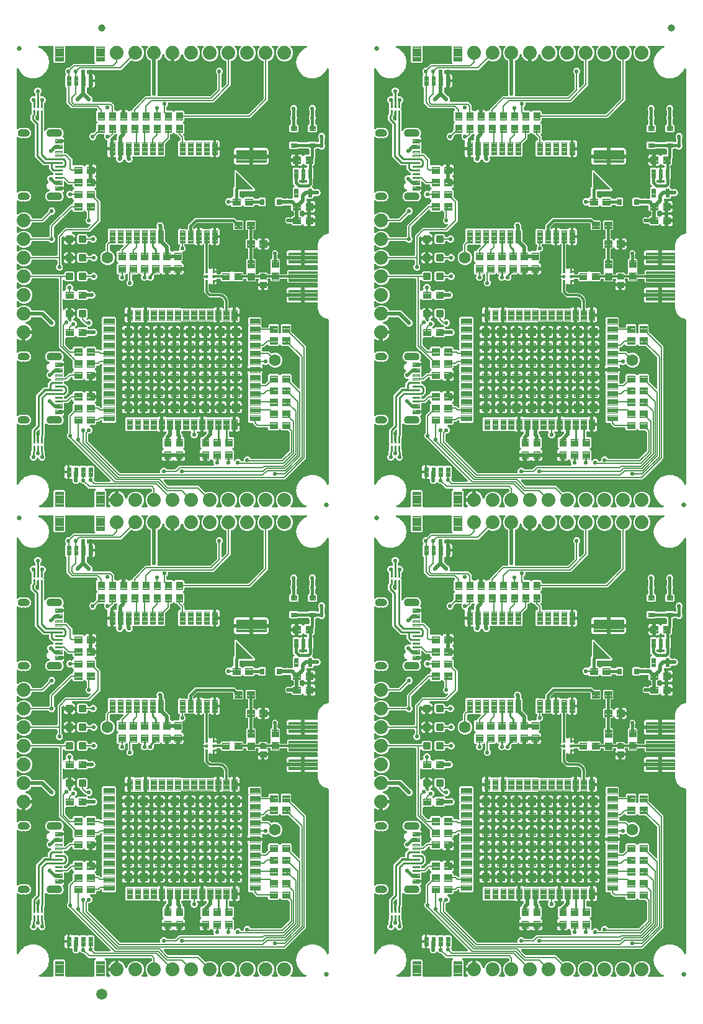
<source format=gtl>
G04 EAGLE Gerber RS-274X export*
G75*
%MOMM*%
%FSLAX34Y34*%
%LPD*%
%INTop Copper*%
%IPPOS*%
%AMOC8*
5,1,8,0,0,1.08239X$1,22.5*%
G01*
%ADD10C,0.635000*%
%ADD11C,0.096000*%
%ADD12C,0.102000*%
%ADD13C,0.100000*%
%ADD14C,0.300000*%
%ADD15C,0.099000*%
%ADD16C,0.102500*%
%ADD17C,0.654000*%
%ADD18C,0.105000*%
%ADD19C,1.879600*%
%ADD20C,0.104000*%
%ADD21C,0.102300*%
%ADD22C,0.100800*%
%ADD23C,1.600000*%
%ADD24C,1.000000*%
%ADD25C,1.500000*%
%ADD26C,0.508000*%
%ADD27C,0.554000*%
%ADD28C,0.406400*%
%ADD29C,0.254000*%
%ADD30C,0.152400*%
%ADD31C,0.266700*%
%ADD32C,0.304800*%
%ADD33C,0.317500*%
%ADD34C,0.812800*%

G36*
X282660Y643146D02*
X282660Y643146D01*
X282798Y643159D01*
X282817Y643166D01*
X282837Y643169D01*
X282966Y643220D01*
X283097Y643267D01*
X283114Y643278D01*
X283133Y643286D01*
X283245Y643367D01*
X283360Y643445D01*
X283374Y643461D01*
X283390Y643472D01*
X283479Y643580D01*
X283571Y643684D01*
X283580Y643702D01*
X283593Y643717D01*
X283652Y643843D01*
X283715Y643967D01*
X283720Y643987D01*
X283728Y644005D01*
X283755Y644142D01*
X283785Y644277D01*
X283784Y644298D01*
X283788Y644317D01*
X283780Y644456D01*
X283775Y644595D01*
X283770Y644615D01*
X283768Y644635D01*
X283726Y644767D01*
X283687Y644901D01*
X283677Y644918D01*
X283670Y644937D01*
X283596Y645055D01*
X283525Y645175D01*
X283507Y645196D01*
X283500Y645206D01*
X283485Y645220D01*
X283419Y645295D01*
X282409Y646305D01*
X280669Y650506D01*
X280669Y655054D01*
X282409Y659255D01*
X285625Y662471D01*
X289826Y664211D01*
X294374Y664211D01*
X298575Y662471D01*
X301791Y659255D01*
X303531Y655054D01*
X303531Y650506D01*
X301791Y646305D01*
X300781Y645295D01*
X300696Y645186D01*
X300607Y645079D01*
X300598Y645060D01*
X300586Y645044D01*
X300531Y644917D01*
X300472Y644791D01*
X300468Y644771D01*
X300460Y644752D01*
X300438Y644614D01*
X300412Y644478D01*
X300413Y644458D01*
X300410Y644438D01*
X300423Y644299D01*
X300432Y644161D01*
X300438Y644142D01*
X300440Y644122D01*
X300487Y643990D01*
X300530Y643859D01*
X300540Y643841D01*
X300547Y643822D01*
X300625Y643707D01*
X300700Y643590D01*
X300714Y643576D01*
X300726Y643559D01*
X300830Y643467D01*
X300931Y643372D01*
X300949Y643362D01*
X300964Y643349D01*
X301088Y643286D01*
X301210Y643218D01*
X301229Y643213D01*
X301247Y643204D01*
X301383Y643174D01*
X301518Y643139D01*
X301546Y643137D01*
X301558Y643134D01*
X301578Y643135D01*
X301678Y643129D01*
X307922Y643129D01*
X308060Y643146D01*
X308198Y643159D01*
X308217Y643166D01*
X308237Y643169D01*
X308366Y643220D01*
X308497Y643267D01*
X308514Y643278D01*
X308533Y643286D01*
X308645Y643367D01*
X308760Y643445D01*
X308774Y643461D01*
X308790Y643472D01*
X308879Y643580D01*
X308971Y643684D01*
X308980Y643702D01*
X308993Y643717D01*
X309052Y643843D01*
X309115Y643967D01*
X309120Y643987D01*
X309128Y644005D01*
X309155Y644142D01*
X309185Y644277D01*
X309184Y644298D01*
X309188Y644317D01*
X309180Y644456D01*
X309175Y644595D01*
X309170Y644615D01*
X309168Y644635D01*
X309126Y644767D01*
X309087Y644901D01*
X309077Y644918D01*
X309070Y644937D01*
X308996Y645055D01*
X308925Y645175D01*
X308907Y645196D01*
X308900Y645206D01*
X308885Y645220D01*
X308819Y645295D01*
X307809Y646305D01*
X306069Y650506D01*
X306069Y655054D01*
X307809Y659255D01*
X311025Y662471D01*
X315226Y664211D01*
X319774Y664211D01*
X323975Y662471D01*
X327191Y659255D01*
X328931Y655054D01*
X328931Y650506D01*
X327191Y646305D01*
X326181Y645295D01*
X326096Y645186D01*
X326007Y645079D01*
X325998Y645060D01*
X325986Y645044D01*
X325931Y644917D01*
X325872Y644791D01*
X325868Y644771D01*
X325860Y644752D01*
X325838Y644614D01*
X325812Y644478D01*
X325813Y644458D01*
X325810Y644438D01*
X325823Y644299D01*
X325832Y644161D01*
X325838Y644142D01*
X325840Y644122D01*
X325887Y643990D01*
X325930Y643859D01*
X325940Y643841D01*
X325947Y643822D01*
X326025Y643707D01*
X326100Y643590D01*
X326114Y643576D01*
X326126Y643559D01*
X326230Y643467D01*
X326331Y643372D01*
X326349Y643362D01*
X326364Y643349D01*
X326488Y643286D01*
X326610Y643218D01*
X326629Y643213D01*
X326647Y643204D01*
X326783Y643174D01*
X326918Y643139D01*
X326946Y643137D01*
X326958Y643134D01*
X326978Y643135D01*
X327078Y643129D01*
X333322Y643129D01*
X333460Y643146D01*
X333598Y643159D01*
X333617Y643166D01*
X333637Y643169D01*
X333766Y643220D01*
X333897Y643267D01*
X333914Y643278D01*
X333933Y643286D01*
X334045Y643367D01*
X334160Y643445D01*
X334174Y643461D01*
X334190Y643472D01*
X334279Y643580D01*
X334371Y643684D01*
X334380Y643702D01*
X334393Y643717D01*
X334452Y643843D01*
X334515Y643967D01*
X334520Y643987D01*
X334528Y644005D01*
X334555Y644142D01*
X334585Y644277D01*
X334584Y644298D01*
X334588Y644317D01*
X334580Y644456D01*
X334575Y644595D01*
X334570Y644615D01*
X334568Y644635D01*
X334526Y644767D01*
X334487Y644901D01*
X334477Y644918D01*
X334470Y644937D01*
X334396Y645055D01*
X334325Y645175D01*
X334307Y645196D01*
X334300Y645206D01*
X334285Y645220D01*
X334219Y645295D01*
X333209Y646305D01*
X331469Y650506D01*
X331469Y655054D01*
X333209Y659255D01*
X336425Y662471D01*
X340626Y664211D01*
X345174Y664211D01*
X349375Y662471D01*
X352591Y659255D01*
X354331Y655054D01*
X354331Y650506D01*
X352591Y646305D01*
X351581Y645295D01*
X351496Y645186D01*
X351407Y645079D01*
X351398Y645060D01*
X351386Y645044D01*
X351331Y644917D01*
X351272Y644791D01*
X351268Y644771D01*
X351260Y644752D01*
X351238Y644614D01*
X351212Y644478D01*
X351213Y644458D01*
X351210Y644438D01*
X351223Y644299D01*
X351232Y644161D01*
X351238Y644142D01*
X351240Y644122D01*
X351287Y643990D01*
X351330Y643859D01*
X351340Y643841D01*
X351347Y643822D01*
X351425Y643707D01*
X351500Y643590D01*
X351514Y643576D01*
X351526Y643559D01*
X351630Y643467D01*
X351731Y643372D01*
X351749Y643362D01*
X351764Y643349D01*
X351888Y643286D01*
X352010Y643218D01*
X352029Y643213D01*
X352047Y643204D01*
X352183Y643174D01*
X352318Y643139D01*
X352346Y643137D01*
X352358Y643134D01*
X352378Y643135D01*
X352478Y643129D01*
X358722Y643129D01*
X358860Y643146D01*
X358998Y643159D01*
X359017Y643166D01*
X359037Y643169D01*
X359166Y643220D01*
X359297Y643267D01*
X359314Y643278D01*
X359333Y643286D01*
X359445Y643367D01*
X359560Y643445D01*
X359574Y643461D01*
X359590Y643472D01*
X359679Y643580D01*
X359771Y643684D01*
X359780Y643702D01*
X359793Y643717D01*
X359852Y643843D01*
X359915Y643967D01*
X359920Y643987D01*
X359928Y644005D01*
X359955Y644142D01*
X359985Y644277D01*
X359984Y644298D01*
X359988Y644317D01*
X359980Y644456D01*
X359975Y644595D01*
X359970Y644615D01*
X359968Y644635D01*
X359926Y644767D01*
X359887Y644901D01*
X359877Y644918D01*
X359870Y644937D01*
X359796Y645055D01*
X359725Y645175D01*
X359707Y645196D01*
X359700Y645206D01*
X359685Y645220D01*
X359619Y645295D01*
X358609Y646305D01*
X356869Y650506D01*
X356869Y655054D01*
X358609Y659255D01*
X361825Y662471D01*
X366026Y664211D01*
X370574Y664211D01*
X374775Y662471D01*
X377991Y659255D01*
X379731Y655054D01*
X379731Y650506D01*
X377991Y646305D01*
X376981Y645295D01*
X376896Y645186D01*
X376807Y645079D01*
X376798Y645060D01*
X376786Y645044D01*
X376731Y644917D01*
X376672Y644791D01*
X376668Y644771D01*
X376660Y644752D01*
X376638Y644614D01*
X376612Y644478D01*
X376613Y644458D01*
X376610Y644438D01*
X376623Y644299D01*
X376632Y644161D01*
X376638Y644142D01*
X376640Y644122D01*
X376687Y643990D01*
X376730Y643859D01*
X376740Y643841D01*
X376747Y643822D01*
X376825Y643707D01*
X376900Y643590D01*
X376914Y643576D01*
X376926Y643559D01*
X377030Y643467D01*
X377131Y643372D01*
X377149Y643362D01*
X377164Y643349D01*
X377288Y643286D01*
X377410Y643218D01*
X377429Y643213D01*
X377447Y643204D01*
X377583Y643174D01*
X377718Y643139D01*
X377746Y643137D01*
X377758Y643134D01*
X377778Y643135D01*
X377878Y643129D01*
X397484Y643129D01*
X397581Y643141D01*
X397678Y643144D01*
X397738Y643161D01*
X397800Y643169D01*
X397890Y643204D01*
X397984Y643231D01*
X398038Y643263D01*
X398095Y643286D01*
X398174Y643343D01*
X398258Y643392D01*
X398302Y643436D01*
X398353Y643472D01*
X398415Y643547D01*
X398484Y643616D01*
X398516Y643670D01*
X398556Y643717D01*
X398597Y643805D01*
X398647Y643889D01*
X398665Y643949D01*
X398691Y644005D01*
X398709Y644101D01*
X398737Y644194D01*
X398739Y644256D01*
X398751Y644317D01*
X398745Y644415D01*
X398748Y644512D01*
X398735Y644573D01*
X398731Y644635D01*
X398701Y644727D01*
X398680Y644823D01*
X398652Y644878D01*
X398633Y644937D01*
X398581Y645020D01*
X398537Y645107D01*
X398496Y645153D01*
X398463Y645206D01*
X398392Y645273D01*
X398328Y645346D01*
X398277Y645381D01*
X398231Y645424D01*
X398146Y645471D01*
X398066Y645526D01*
X397970Y645568D01*
X397953Y645578D01*
X397942Y645580D01*
X397918Y645591D01*
X395438Y646493D01*
X389605Y651388D01*
X385798Y657982D01*
X384476Y665480D01*
X385798Y672978D01*
X389605Y679572D01*
X395438Y684467D01*
X402593Y687071D01*
X410207Y687071D01*
X417362Y684467D01*
X423195Y679572D01*
X426383Y674050D01*
X426471Y673934D01*
X426556Y673816D01*
X426567Y673808D01*
X426575Y673797D01*
X426689Y673707D01*
X426801Y673613D01*
X426814Y673608D01*
X426824Y673599D01*
X426958Y673540D01*
X427089Y673478D01*
X427102Y673475D01*
X427115Y673470D01*
X427259Y673445D01*
X427402Y673418D01*
X427415Y673419D01*
X427428Y673417D01*
X427574Y673429D01*
X427719Y673438D01*
X427732Y673442D01*
X427745Y673443D01*
X427883Y673491D01*
X428021Y673536D01*
X428033Y673543D01*
X428046Y673548D01*
X428167Y673628D01*
X428290Y673706D01*
X428299Y673716D01*
X428311Y673723D01*
X428408Y673831D01*
X428508Y673938D01*
X428515Y673950D01*
X428524Y673960D01*
X428591Y674088D01*
X428662Y674216D01*
X428665Y674229D01*
X428671Y674241D01*
X428705Y674383D01*
X428741Y674524D01*
X428742Y674542D01*
X428744Y674551D01*
X428744Y674568D01*
X428751Y674685D01*
X428751Y880621D01*
X428762Y880633D01*
X428782Y880668D01*
X428807Y880699D01*
X428858Y880807D01*
X428916Y880911D01*
X428926Y880951D01*
X428943Y880987D01*
X428965Y881104D01*
X428995Y881219D01*
X428999Y881280D01*
X429003Y881300D01*
X429001Y881320D01*
X429005Y881380D01*
X429005Y897729D01*
X429002Y897758D01*
X429004Y897788D01*
X428982Y897916D01*
X428965Y898044D01*
X428955Y898072D01*
X428950Y898101D01*
X428896Y898219D01*
X428848Y898340D01*
X428831Y898364D01*
X428819Y898391D01*
X428738Y898492D01*
X428662Y898597D01*
X428639Y898616D01*
X428620Y898639D01*
X428517Y898717D01*
X428417Y898800D01*
X428390Y898813D01*
X428366Y898831D01*
X428222Y898902D01*
X421584Y901651D01*
X416511Y906724D01*
X413765Y913353D01*
X413765Y920870D01*
X413750Y920988D01*
X413743Y921107D01*
X413730Y921145D01*
X413725Y921186D01*
X413682Y921296D01*
X413645Y921409D01*
X413623Y921444D01*
X413608Y921481D01*
X413539Y921577D01*
X413475Y921678D01*
X413445Y921706D01*
X413422Y921739D01*
X413330Y921815D01*
X413243Y921896D01*
X413208Y921916D01*
X413177Y921941D01*
X413069Y921992D01*
X412965Y922050D01*
X412925Y922060D01*
X412889Y922077D01*
X412772Y922099D01*
X412657Y922129D01*
X412597Y922133D01*
X412577Y922137D01*
X412556Y922135D01*
X412496Y922139D01*
X412242Y922139D01*
X396239Y922139D01*
X396239Y930910D01*
X396224Y931028D01*
X396217Y931147D01*
X396204Y931185D01*
X396199Y931225D01*
X396155Y931336D01*
X396119Y931449D01*
X396097Y931484D01*
X396082Y931521D01*
X396012Y931617D01*
X395949Y931718D01*
X395919Y931746D01*
X395895Y931778D01*
X395804Y931854D01*
X395717Y931936D01*
X395682Y931955D01*
X395650Y931981D01*
X395543Y932032D01*
X395439Y932089D01*
X395399Y932100D01*
X395363Y932117D01*
X395246Y932139D01*
X395131Y932169D01*
X395070Y932173D01*
X395050Y932177D01*
X395030Y932175D01*
X394970Y932179D01*
X393699Y932179D01*
X393699Y932181D01*
X394970Y932181D01*
X395088Y932196D01*
X395207Y932203D01*
X395245Y932216D01*
X395285Y932221D01*
X395396Y932265D01*
X395509Y932301D01*
X395544Y932323D01*
X395581Y932338D01*
X395677Y932408D01*
X395778Y932471D01*
X395806Y932501D01*
X395838Y932525D01*
X395914Y932616D01*
X395996Y932703D01*
X396015Y932738D01*
X396041Y932770D01*
X396092Y932877D01*
X396149Y932981D01*
X396160Y933021D01*
X396177Y933057D01*
X396199Y933174D01*
X396229Y933289D01*
X396233Y933350D01*
X396237Y933370D01*
X396235Y933390D01*
X396239Y933450D01*
X396239Y942221D01*
X412496Y942221D01*
X412614Y942236D01*
X412733Y942243D01*
X412771Y942256D01*
X412812Y942261D01*
X412922Y942304D01*
X413035Y942341D01*
X413070Y942363D01*
X413107Y942378D01*
X413203Y942447D01*
X413304Y942511D01*
X413332Y942541D01*
X413365Y942564D01*
X413441Y942656D01*
X413522Y942743D01*
X413542Y942778D01*
X413567Y942809D01*
X413618Y942917D01*
X413676Y943021D01*
X413686Y943061D01*
X413703Y943097D01*
X413725Y943214D01*
X413755Y943329D01*
X413759Y943389D01*
X413763Y943409D01*
X413761Y943430D01*
X413765Y943490D01*
X413765Y947540D01*
X413750Y947658D01*
X413743Y947777D01*
X413730Y947815D01*
X413725Y947856D01*
X413682Y947966D01*
X413645Y948079D01*
X413623Y948114D01*
X413608Y948151D01*
X413539Y948247D01*
X413475Y948348D01*
X413445Y948376D01*
X413422Y948409D01*
X413330Y948485D01*
X413243Y948566D01*
X413208Y948586D01*
X413177Y948611D01*
X413069Y948662D01*
X412965Y948720D01*
X412925Y948730D01*
X412889Y948747D01*
X412772Y948769D01*
X412657Y948799D01*
X412597Y948803D01*
X412577Y948807D01*
X412556Y948805D01*
X412496Y948809D01*
X373481Y948809D01*
X372429Y949861D01*
X372429Y953453D01*
X372414Y953571D01*
X372407Y953689D01*
X372394Y953728D01*
X372389Y953768D01*
X372346Y953879D01*
X372309Y953992D01*
X372287Y954026D01*
X372272Y954064D01*
X372203Y954160D01*
X372139Y954261D01*
X372109Y954288D01*
X372086Y954321D01*
X371994Y954397D01*
X371907Y954479D01*
X371872Y954498D01*
X371841Y954524D01*
X371733Y954575D01*
X371629Y954632D01*
X371589Y954642D01*
X371553Y954659D01*
X371436Y954682D01*
X371321Y954712D01*
X371261Y954715D01*
X371241Y954719D01*
X371220Y954718D01*
X371160Y954722D01*
X363140Y954722D01*
X363022Y954707D01*
X362903Y954699D01*
X362865Y954687D01*
X362824Y954682D01*
X362714Y954638D01*
X362601Y954601D01*
X362566Y954580D01*
X362529Y954565D01*
X362433Y954495D01*
X362332Y954431D01*
X362304Y954402D01*
X362271Y954378D01*
X362195Y954286D01*
X362114Y954200D01*
X362094Y954164D01*
X362069Y954133D01*
X362018Y954025D01*
X361960Y953921D01*
X361950Y953882D01*
X361933Y953845D01*
X361911Y953729D01*
X361881Y953613D01*
X361877Y953553D01*
X361873Y953533D01*
X361875Y953513D01*
X361871Y953453D01*
X361871Y952237D01*
X360833Y951199D01*
X350367Y951199D01*
X349329Y952237D01*
X349329Y953538D01*
X349314Y953656D01*
X349307Y953774D01*
X349294Y953813D01*
X349289Y953853D01*
X349246Y953964D01*
X349209Y954077D01*
X349187Y954111D01*
X349172Y954149D01*
X349103Y954245D01*
X349039Y954346D01*
X349009Y954373D01*
X348986Y954406D01*
X348894Y954482D01*
X348807Y954564D01*
X348772Y954583D01*
X348741Y954609D01*
X348633Y954660D01*
X348529Y954717D01*
X348489Y954727D01*
X348453Y954744D01*
X348336Y954767D01*
X348221Y954797D01*
X348161Y954800D01*
X348141Y954804D01*
X348120Y954803D01*
X348060Y954807D01*
X346130Y954807D01*
X346012Y954792D01*
X345893Y954784D01*
X345855Y954772D01*
X345814Y954767D01*
X345704Y954723D01*
X345591Y954686D01*
X345556Y954665D01*
X345519Y954650D01*
X345423Y954580D01*
X345322Y954516D01*
X345294Y954487D01*
X345261Y954463D01*
X345185Y954371D01*
X345104Y954285D01*
X345084Y954249D01*
X345059Y954218D01*
X345008Y954110D01*
X344950Y954006D01*
X344940Y953967D01*
X344923Y953930D01*
X344901Y953814D01*
X344871Y953698D01*
X344867Y953638D01*
X344863Y953618D01*
X344865Y953598D01*
X344861Y953538D01*
X344861Y952864D01*
X344873Y952766D01*
X344876Y952667D01*
X344893Y952609D01*
X344901Y952549D01*
X344937Y952457D01*
X344965Y952362D01*
X344995Y952310D01*
X345018Y952253D01*
X345076Y952173D01*
X345126Y952088D01*
X345192Y952012D01*
X345204Y951996D01*
X345214Y951988D01*
X345232Y951967D01*
X345521Y951678D01*
X345608Y951527D01*
X345923Y950983D01*
X346131Y950207D01*
X346131Y948189D01*
X339945Y948189D01*
X339827Y948174D01*
X339708Y948167D01*
X339670Y948154D01*
X339630Y948149D01*
X339519Y948106D01*
X339406Y948069D01*
X339372Y948047D01*
X339334Y948032D01*
X339238Y947963D01*
X339137Y947899D01*
X339109Y947869D01*
X339085Y947851D01*
X339069Y947865D01*
X338982Y947946D01*
X338947Y947966D01*
X338915Y947991D01*
X338808Y948042D01*
X338703Y948100D01*
X338664Y948110D01*
X338628Y948127D01*
X338511Y948149D01*
X338395Y948179D01*
X338335Y948183D01*
X338315Y948187D01*
X338295Y948185D01*
X338235Y948189D01*
X332049Y948189D01*
X332049Y950207D01*
X332257Y950983D01*
X332572Y951527D01*
X332659Y951678D01*
X332948Y951967D01*
X333008Y952045D01*
X333076Y952117D01*
X333105Y952170D01*
X333142Y952218D01*
X333182Y952309D01*
X333230Y952396D01*
X333245Y952454D01*
X333269Y952510D01*
X333284Y952608D01*
X333309Y952704D01*
X333315Y952804D01*
X333319Y952824D01*
X333317Y952836D01*
X333319Y952864D01*
X333319Y953208D01*
X333304Y953326D01*
X333297Y953444D01*
X333284Y953483D01*
X333279Y953523D01*
X333236Y953634D01*
X333199Y953747D01*
X333177Y953781D01*
X333162Y953819D01*
X333093Y953915D01*
X333029Y954016D01*
X332999Y954043D01*
X332976Y954076D01*
X332884Y954152D01*
X332797Y954234D01*
X332762Y954253D01*
X332731Y954279D01*
X332623Y954330D01*
X332519Y954387D01*
X332479Y954397D01*
X332443Y954414D01*
X332326Y954437D01*
X332211Y954467D01*
X332151Y954470D01*
X332131Y954474D01*
X332110Y954473D01*
X332050Y954477D01*
X330120Y954477D01*
X330002Y954462D01*
X329883Y954454D01*
X329845Y954442D01*
X329804Y954437D01*
X329694Y954393D01*
X329581Y954356D01*
X329546Y954335D01*
X329509Y954320D01*
X329413Y954250D01*
X329312Y954186D01*
X329284Y954157D01*
X329251Y954133D01*
X329175Y954041D01*
X329094Y953955D01*
X329074Y953919D01*
X329049Y953888D01*
X328998Y953780D01*
X328940Y953676D01*
X328930Y953637D01*
X328913Y953600D01*
X328891Y953484D01*
X328861Y953368D01*
X328857Y953308D01*
X328853Y953288D01*
X328855Y953268D01*
X328851Y953208D01*
X328851Y951602D01*
X327813Y950564D01*
X317347Y950564D01*
X316309Y951602D01*
X316309Y953208D01*
X316294Y953326D01*
X316287Y953444D01*
X316274Y953483D01*
X316269Y953523D01*
X316226Y953634D01*
X316189Y953747D01*
X316167Y953781D01*
X316152Y953819D01*
X316083Y953915D01*
X316019Y954016D01*
X315989Y954043D01*
X315966Y954076D01*
X315874Y954152D01*
X315787Y954234D01*
X315752Y954253D01*
X315721Y954279D01*
X315613Y954330D01*
X315509Y954387D01*
X315469Y954397D01*
X315433Y954414D01*
X315316Y954437D01*
X315201Y954467D01*
X315141Y954470D01*
X315121Y954474D01*
X315100Y954473D01*
X315040Y954477D01*
X313085Y954477D01*
X312967Y954462D01*
X312848Y954454D01*
X312810Y954442D01*
X312769Y954437D01*
X312659Y954393D01*
X312546Y954356D01*
X312511Y954335D01*
X312474Y954320D01*
X312378Y954250D01*
X312277Y954186D01*
X312249Y954157D01*
X312216Y954133D01*
X312140Y954041D01*
X312059Y953955D01*
X312039Y953919D01*
X312014Y953888D01*
X311963Y953780D01*
X311905Y953676D01*
X311895Y953637D01*
X311878Y953600D01*
X311856Y953484D01*
X311826Y953368D01*
X311822Y953308D01*
X311818Y953288D01*
X311820Y953268D01*
X311816Y953208D01*
X311816Y952347D01*
X310778Y951309D01*
X299176Y951309D01*
X299105Y951346D01*
X299066Y951354D01*
X299029Y951370D01*
X298911Y951389D01*
X298795Y951415D01*
X298754Y951414D01*
X298715Y951420D01*
X298596Y951409D01*
X298477Y951406D01*
X298438Y951394D01*
X298398Y951391D01*
X298286Y951350D01*
X298171Y951317D01*
X298137Y951297D01*
X298099Y951283D01*
X298000Y951216D01*
X297897Y951156D01*
X297852Y951116D01*
X297835Y951104D01*
X297822Y951089D01*
X297777Y951049D01*
X297703Y950975D01*
X295387Y950975D01*
X295313Y951049D01*
X295219Y951122D01*
X295130Y951201D01*
X295094Y951219D01*
X295062Y951244D01*
X294953Y951291D01*
X294847Y951346D01*
X294807Y951355D01*
X294770Y951371D01*
X294653Y951389D01*
X294536Y951415D01*
X294496Y951414D01*
X294456Y951420D01*
X294338Y951409D01*
X294219Y951406D01*
X294180Y951394D01*
X294140Y951391D01*
X294027Y951350D01*
X293913Y951317D01*
X293900Y951309D01*
X282312Y951309D01*
X281274Y952347D01*
X281274Y953453D01*
X281259Y953571D01*
X281252Y953689D01*
X281239Y953728D01*
X281234Y953768D01*
X281191Y953879D01*
X281154Y953992D01*
X281132Y954026D01*
X281117Y954064D01*
X281048Y954160D01*
X280984Y954261D01*
X280954Y954288D01*
X280931Y954321D01*
X280839Y954397D01*
X280752Y954479D01*
X280717Y954498D01*
X280686Y954524D01*
X280578Y954575D01*
X280474Y954632D01*
X280434Y954642D01*
X280398Y954659D01*
X280281Y954682D01*
X280166Y954712D01*
X280106Y954715D01*
X280086Y954719D01*
X280065Y954718D01*
X280005Y954722D01*
X276915Y954722D01*
X276790Y954706D01*
X276665Y954697D01*
X276633Y954686D01*
X276599Y954682D01*
X276483Y954636D01*
X276363Y954596D01*
X276335Y954577D01*
X276304Y954565D01*
X276202Y954491D01*
X276096Y954423D01*
X276074Y954398D01*
X276046Y954378D01*
X275966Y954281D01*
X275881Y954189D01*
X275865Y954159D01*
X275844Y954133D01*
X275790Y954019D01*
X275730Y953909D01*
X275722Y953876D01*
X275708Y953845D01*
X275684Y953722D01*
X275654Y953600D01*
X275655Y953566D01*
X275648Y953533D01*
X275656Y953408D01*
X275657Y953282D01*
X275667Y953234D01*
X275668Y953216D01*
X275675Y953195D01*
X275689Y953124D01*
X275717Y953020D01*
X275717Y952349D01*
X271526Y952349D01*
X271408Y952334D01*
X271289Y952327D01*
X271251Y952315D01*
X271211Y952310D01*
X271100Y952266D01*
X270987Y952229D01*
X270953Y952207D01*
X270915Y952193D01*
X270819Y952123D01*
X270718Y952059D01*
X270718Y952058D01*
X270690Y952029D01*
X270658Y952006D01*
X270658Y952005D01*
X270657Y952005D01*
X270581Y951913D01*
X270500Y951827D01*
X270480Y951791D01*
X270454Y951760D01*
X270404Y951653D01*
X270346Y951548D01*
X270336Y951509D01*
X270319Y951473D01*
X270297Y951356D01*
X270267Y951240D01*
X270263Y951180D01*
X270259Y951160D01*
X270260Y951140D01*
X270257Y951080D01*
X270257Y946489D01*
X269986Y946489D01*
X269332Y946664D01*
X269209Y946697D01*
X268693Y946995D01*
X268608Y947031D01*
X268527Y947076D01*
X268462Y947092D01*
X268400Y947118D01*
X268309Y947132D01*
X268219Y947155D01*
X268103Y947162D01*
X268086Y947165D01*
X268077Y947164D01*
X268059Y947165D01*
X266001Y947165D01*
X265883Y947150D01*
X265765Y947143D01*
X265726Y947130D01*
X265686Y947125D01*
X265575Y947082D01*
X265462Y947045D01*
X265428Y947023D01*
X265390Y947008D01*
X265294Y946939D01*
X265193Y946875D01*
X265166Y946845D01*
X265133Y946822D01*
X265057Y946730D01*
X264975Y946643D01*
X264956Y946608D01*
X264930Y946577D01*
X264879Y946469D01*
X264822Y946365D01*
X264812Y946325D01*
X264795Y946289D01*
X264772Y946172D01*
X264742Y946057D01*
X264739Y945997D01*
X264735Y945977D01*
X264736Y945956D01*
X264732Y945896D01*
X264732Y939546D01*
X264733Y939544D01*
X264732Y939541D01*
X264743Y939380D01*
X264853Y938542D01*
X264856Y938533D01*
X264856Y938524D01*
X264896Y938381D01*
X264934Y938235D01*
X264939Y938226D01*
X264941Y938217D01*
X265013Y938073D01*
X265851Y936621D01*
X265907Y936548D01*
X265954Y936469D01*
X266002Y936422D01*
X266043Y936368D01*
X266115Y936311D01*
X266181Y936246D01*
X266279Y936181D01*
X266292Y936170D01*
X266300Y936167D01*
X266315Y936157D01*
X267767Y935319D01*
X267776Y935315D01*
X267783Y935310D01*
X267921Y935254D01*
X268060Y935195D01*
X268070Y935194D01*
X268078Y935191D01*
X268236Y935159D01*
X269074Y935049D01*
X269077Y935049D01*
X269079Y935048D01*
X269240Y935038D01*
X281898Y935038D01*
X286514Y933126D01*
X290046Y929594D01*
X291958Y924978D01*
X291958Y915220D01*
X291973Y915102D01*
X291981Y914983D01*
X291993Y914945D01*
X291998Y914904D01*
X292042Y914794D01*
X292079Y914681D01*
X292100Y914646D01*
X292115Y914609D01*
X292185Y914513D01*
X292249Y914412D01*
X292278Y914384D01*
X292302Y914351D01*
X292394Y914275D01*
X292480Y914194D01*
X292516Y914174D01*
X292547Y914149D01*
X292655Y914098D01*
X292759Y914040D01*
X292798Y914030D01*
X292835Y914013D01*
X292951Y913991D01*
X293067Y913961D01*
X293127Y913957D01*
X293147Y913953D01*
X293167Y913955D01*
X293227Y913951D01*
X293301Y913951D01*
X293399Y913963D01*
X293498Y913966D01*
X293556Y913983D01*
X293616Y913991D01*
X293708Y914027D01*
X293803Y914055D01*
X293855Y914085D01*
X293912Y914108D01*
X293992Y914166D01*
X294077Y914216D01*
X294153Y914282D01*
X294169Y914294D01*
X294177Y914304D01*
X294198Y914322D01*
X294487Y914611D01*
X294957Y914883D01*
X295055Y914939D01*
X295182Y915013D01*
X295958Y915221D01*
X297976Y915221D01*
X297976Y905935D01*
X297991Y905817D01*
X297998Y905698D01*
X298010Y905660D01*
X298016Y905620D01*
X298059Y905509D01*
X298096Y905396D01*
X298118Y905362D01*
X298133Y905324D01*
X298202Y905228D01*
X298266Y905127D01*
X298296Y905099D01*
X298314Y905075D01*
X298300Y905059D01*
X298219Y904972D01*
X298199Y904937D01*
X298174Y904905D01*
X298123Y904798D01*
X298065Y904693D01*
X298055Y904654D01*
X298038Y904618D01*
X298016Y904501D01*
X297986Y904385D01*
X297982Y904325D01*
X297978Y904305D01*
X297980Y904285D01*
X297976Y904225D01*
X297976Y894939D01*
X295958Y894939D01*
X295182Y895147D01*
X294957Y895277D01*
X294487Y895549D01*
X294198Y895838D01*
X294120Y895898D01*
X294048Y895966D01*
X293995Y895995D01*
X293947Y896032D01*
X293856Y896072D01*
X293769Y896120D01*
X293711Y896135D01*
X293655Y896159D01*
X293557Y896174D01*
X293461Y896199D01*
X293361Y896205D01*
X293341Y896209D01*
X293329Y896207D01*
X293301Y896209D01*
X284899Y896209D01*
X284801Y896197D01*
X284702Y896194D01*
X284644Y896177D01*
X284584Y896169D01*
X284492Y896133D01*
X284397Y896105D01*
X284345Y896075D01*
X284288Y896052D01*
X284208Y895994D01*
X284123Y895944D01*
X284047Y895878D01*
X284031Y895866D01*
X284023Y895856D01*
X284002Y895838D01*
X283713Y895549D01*
X283243Y895277D01*
X283018Y895147D01*
X282242Y894939D01*
X280224Y894939D01*
X280224Y904225D01*
X280209Y904343D01*
X280202Y904462D01*
X280189Y904500D01*
X280184Y904540D01*
X280141Y904651D01*
X280104Y904764D01*
X280082Y904798D01*
X280067Y904836D01*
X279998Y904932D01*
X279934Y905033D01*
X279904Y905061D01*
X279886Y905085D01*
X279900Y905101D01*
X279981Y905188D01*
X280001Y905223D01*
X280026Y905255D01*
X280077Y905362D01*
X280135Y905467D01*
X280145Y905506D01*
X280162Y905542D01*
X280184Y905659D01*
X280214Y905775D01*
X280218Y905835D01*
X280222Y905855D01*
X280220Y905875D01*
X280224Y905935D01*
X280224Y915221D01*
X282242Y915221D01*
X283018Y915013D01*
X283243Y914883D01*
X283713Y914611D01*
X284002Y914322D01*
X284080Y914262D01*
X284152Y914194D01*
X284205Y914165D01*
X284253Y914128D01*
X284344Y914088D01*
X284431Y914040D01*
X284489Y914025D01*
X284545Y914001D01*
X284643Y913986D01*
X284739Y913961D01*
X284839Y913955D01*
X284859Y913951D01*
X284871Y913953D01*
X284899Y913951D01*
X284973Y913951D01*
X285091Y913966D01*
X285209Y913973D01*
X285248Y913986D01*
X285288Y913991D01*
X285399Y914034D01*
X285512Y914071D01*
X285546Y914093D01*
X285584Y914108D01*
X285680Y914177D01*
X285781Y914241D01*
X285808Y914271D01*
X285841Y914294D01*
X285917Y914386D01*
X285999Y914473D01*
X286018Y914508D01*
X286044Y914539D01*
X286095Y914647D01*
X286152Y914751D01*
X286162Y914791D01*
X286179Y914827D01*
X286202Y914944D01*
X286232Y915059D01*
X286235Y915119D01*
X286239Y915139D01*
X286238Y915160D01*
X286242Y915220D01*
X286242Y922480D01*
X286239Y922500D01*
X286236Y922604D01*
X286129Y923692D01*
X286105Y923795D01*
X286090Y923901D01*
X286063Y923980D01*
X286058Y924002D01*
X286051Y924016D01*
X286038Y924053D01*
X285206Y926062D01*
X285201Y926070D01*
X285199Y926079D01*
X285123Y926208D01*
X285048Y926338D01*
X285042Y926345D01*
X285037Y926353D01*
X284931Y926473D01*
X283393Y928011D01*
X283386Y928017D01*
X283380Y928024D01*
X283296Y928087D01*
X283283Y928099D01*
X283272Y928105D01*
X283261Y928114D01*
X283142Y928206D01*
X283134Y928209D01*
X283126Y928215D01*
X282982Y928286D01*
X280973Y929118D01*
X280870Y929146D01*
X280770Y929183D01*
X280687Y929196D01*
X280666Y929202D01*
X280650Y929202D01*
X280612Y929209D01*
X279524Y929316D01*
X279505Y929315D01*
X279400Y929322D01*
X266500Y929322D01*
X261755Y932061D01*
X259016Y936806D01*
X259016Y948215D01*
X259003Y948313D01*
X259000Y948412D01*
X258984Y948470D01*
X258976Y948531D01*
X258953Y948588D01*
X258953Y952981D01*
X258941Y953080D01*
X258938Y953179D01*
X258921Y953237D01*
X258913Y953297D01*
X258877Y953389D01*
X258849Y953484D01*
X258819Y953536D01*
X258796Y953593D01*
X258738Y953673D01*
X258688Y953758D01*
X258622Y953834D01*
X258610Y953850D01*
X258600Y953858D01*
X258582Y953879D01*
X258293Y954167D01*
X258021Y954638D01*
X257925Y954804D01*
X257891Y954863D01*
X257683Y955640D01*
X257683Y956311D01*
X261874Y956311D01*
X261992Y956326D01*
X262111Y956333D01*
X262149Y956345D01*
X262189Y956350D01*
X262300Y956394D01*
X262413Y956431D01*
X262447Y956453D01*
X262485Y956467D01*
X262581Y956537D01*
X262682Y956601D01*
X262710Y956631D01*
X262742Y956654D01*
X262818Y956746D01*
X262900Y956833D01*
X262919Y956868D01*
X262945Y956899D01*
X262996Y957007D01*
X263053Y957111D01*
X263063Y957150D01*
X263081Y957187D01*
X263103Y957304D01*
X263133Y957419D01*
X263137Y957479D01*
X263140Y957499D01*
X263140Y957500D01*
X263139Y957520D01*
X263143Y957580D01*
X263128Y957698D01*
X263121Y957817D01*
X263108Y957855D01*
X263103Y957896D01*
X263059Y958006D01*
X263023Y958120D01*
X263001Y958154D01*
X262986Y958191D01*
X262916Y958288D01*
X262852Y958388D01*
X262823Y958416D01*
X262799Y958449D01*
X262707Y958525D01*
X262621Y958606D01*
X262585Y958626D01*
X262554Y958652D01*
X262447Y958702D01*
X262342Y958760D01*
X262303Y958770D01*
X262267Y958787D01*
X262150Y958809D01*
X262034Y958839D01*
X261974Y958843D01*
X261954Y958847D01*
X261934Y958846D01*
X261874Y958849D01*
X257683Y958849D01*
X257683Y959520D01*
X257891Y960297D01*
X258021Y960521D01*
X258293Y960993D01*
X258582Y961281D01*
X258642Y961359D01*
X258710Y961431D01*
X258739Y961484D01*
X258776Y961532D01*
X258816Y961623D01*
X258864Y961710D01*
X258879Y961768D01*
X258903Y961824D01*
X258918Y961922D01*
X258943Y962018D01*
X258949Y962118D01*
X258953Y962138D01*
X258951Y962151D01*
X258953Y962179D01*
X258953Y966563D01*
X258965Y966591D01*
X258981Y966689D01*
X259006Y966784D01*
X259012Y966884D01*
X259015Y966905D01*
X259014Y966917D01*
X259016Y966945D01*
X259016Y1000340D01*
X259001Y1000458D01*
X258993Y1000577D01*
X258983Y1000609D01*
X258982Y1000616D01*
X258980Y1000623D01*
X258976Y1000656D01*
X258932Y1000766D01*
X258895Y1000879D01*
X258878Y1000907D01*
X258875Y1000916D01*
X258870Y1000922D01*
X258859Y1000951D01*
X258789Y1001047D01*
X258725Y1001148D01*
X258702Y1001170D01*
X258696Y1001179D01*
X258689Y1001185D01*
X258672Y1001209D01*
X258580Y1001285D01*
X258494Y1001366D01*
X258468Y1001380D01*
X258458Y1001389D01*
X258447Y1001395D01*
X258427Y1001411D01*
X258319Y1001462D01*
X258215Y1001520D01*
X258190Y1001526D01*
X258175Y1001534D01*
X258160Y1001537D01*
X258139Y1001547D01*
X258023Y1001569D01*
X257907Y1001599D01*
X257875Y1001601D01*
X257864Y1001604D01*
X257846Y1001603D01*
X257827Y1001607D01*
X257807Y1001605D01*
X257747Y1001609D01*
X257744Y1001609D01*
X257645Y1001597D01*
X257546Y1001594D01*
X257526Y1001588D01*
X257510Y1001587D01*
X257473Y1001575D01*
X257428Y1001569D01*
X257336Y1001533D01*
X257241Y1001505D01*
X257220Y1001493D01*
X257207Y1001489D01*
X257178Y1001470D01*
X257132Y1001452D01*
X257052Y1001394D01*
X256967Y1001344D01*
X256891Y1001278D01*
X256875Y1001266D01*
X256867Y1001256D01*
X256846Y1001238D01*
X256559Y1000951D01*
X255861Y1000548D01*
X255083Y1000339D01*
X253199Y1000339D01*
X253199Y1011150D01*
X253184Y1011268D01*
X253177Y1011387D01*
X253164Y1011425D01*
X253159Y1011465D01*
X253116Y1011576D01*
X253079Y1011689D01*
X253057Y1011723D01*
X253042Y1011761D01*
X252973Y1011857D01*
X252962Y1011874D01*
X252976Y1011898D01*
X253001Y1011930D01*
X253052Y1012037D01*
X253110Y1012142D01*
X253120Y1012181D01*
X253137Y1012217D01*
X253159Y1012334D01*
X253189Y1012450D01*
X253193Y1012510D01*
X253197Y1012530D01*
X253195Y1012550D01*
X253199Y1012610D01*
X253199Y1023421D01*
X255083Y1023421D01*
X255861Y1023212D01*
X256559Y1022809D01*
X256846Y1022522D01*
X256924Y1022462D01*
X256996Y1022394D01*
X257049Y1022365D01*
X257097Y1022328D01*
X257188Y1022288D01*
X257275Y1022240D01*
X257333Y1022225D01*
X257389Y1022201D01*
X257487Y1022186D01*
X257583Y1022161D01*
X257683Y1022155D01*
X257703Y1022151D01*
X257716Y1022153D01*
X257744Y1022151D01*
X266656Y1022151D01*
X266755Y1022163D01*
X266854Y1022166D01*
X266912Y1022183D01*
X266972Y1022191D01*
X267064Y1022227D01*
X267159Y1022255D01*
X267211Y1022285D01*
X267268Y1022308D01*
X267348Y1022366D01*
X267433Y1022416D01*
X267509Y1022482D01*
X267525Y1022494D01*
X267533Y1022504D01*
X267554Y1022522D01*
X267841Y1022809D01*
X268539Y1023212D01*
X269317Y1023421D01*
X271201Y1023421D01*
X271201Y1012610D01*
X271216Y1012492D01*
X271223Y1012373D01*
X271235Y1012335D01*
X271241Y1012295D01*
X271284Y1012184D01*
X271321Y1012071D01*
X271343Y1012037D01*
X271358Y1011999D01*
X271427Y1011903D01*
X271438Y1011886D01*
X271424Y1011862D01*
X271399Y1011830D01*
X271348Y1011723D01*
X271290Y1011618D01*
X271280Y1011579D01*
X271263Y1011543D01*
X271241Y1011426D01*
X271211Y1011310D01*
X271209Y1011287D01*
X271207Y1011250D01*
X271203Y1011230D01*
X271205Y1011210D01*
X271201Y1011150D01*
X271201Y1000339D01*
X269317Y1000339D01*
X268539Y1000548D01*
X267841Y1000951D01*
X267554Y1001238D01*
X267476Y1001298D01*
X267404Y1001366D01*
X267351Y1001395D01*
X267303Y1001432D01*
X267212Y1001472D01*
X267125Y1001520D01*
X267067Y1001535D01*
X267011Y1001559D01*
X266913Y1001574D01*
X266817Y1001599D01*
X266717Y1001605D01*
X266697Y1001609D01*
X266684Y1001607D01*
X266656Y1001609D01*
X266001Y1001609D01*
X265883Y1001594D01*
X265765Y1001587D01*
X265726Y1001574D01*
X265686Y1001569D01*
X265575Y1001526D01*
X265462Y1001489D01*
X265428Y1001467D01*
X265390Y1001452D01*
X265294Y1001383D01*
X265193Y1001319D01*
X265166Y1001289D01*
X265133Y1001266D01*
X265057Y1001174D01*
X264975Y1001087D01*
X264956Y1001052D01*
X264930Y1001021D01*
X264879Y1000913D01*
X264822Y1000809D01*
X264812Y1000769D01*
X264795Y1000733D01*
X264772Y1000616D01*
X264742Y1000501D01*
X264739Y1000441D01*
X264735Y1000421D01*
X264736Y1000400D01*
X264732Y1000340D01*
X264732Y969264D01*
X264747Y969146D01*
X264755Y969027D01*
X264767Y968989D01*
X264772Y968948D01*
X264816Y968838D01*
X264853Y968725D01*
X264874Y968690D01*
X264889Y968653D01*
X264959Y968557D01*
X265023Y968456D01*
X265052Y968428D01*
X265076Y968395D01*
X265168Y968319D01*
X265254Y968238D01*
X265290Y968218D01*
X265321Y968193D01*
X265429Y968142D01*
X265533Y968084D01*
X265572Y968074D01*
X265609Y968057D01*
X265725Y968035D01*
X265841Y968005D01*
X265901Y968001D01*
X265921Y967997D01*
X265941Y967999D01*
X266001Y967995D01*
X268059Y967995D01*
X268150Y968006D01*
X268243Y968008D01*
X268307Y968026D01*
X268374Y968035D01*
X268460Y968069D01*
X268549Y968093D01*
X268654Y968145D01*
X268670Y968152D01*
X268677Y968157D01*
X268693Y968165D01*
X269209Y968463D01*
X269332Y968495D01*
X269332Y968496D01*
X269986Y968671D01*
X270257Y968671D01*
X270257Y964080D01*
X270272Y963962D01*
X270279Y963843D01*
X270291Y963805D01*
X270296Y963765D01*
X270340Y963654D01*
X270377Y963541D01*
X270399Y963507D01*
X270413Y963469D01*
X270483Y963373D01*
X270547Y963272D01*
X270548Y963272D01*
X270577Y963244D01*
X270600Y963212D01*
X270601Y963211D01*
X270693Y963135D01*
X270779Y963054D01*
X270815Y963034D01*
X270846Y963008D01*
X270953Y962958D01*
X271058Y962900D01*
X271097Y962890D01*
X271133Y962873D01*
X271250Y962851D01*
X271366Y962821D01*
X271426Y962817D01*
X271446Y962813D01*
X271466Y962814D01*
X271526Y962811D01*
X275717Y962811D01*
X275717Y962140D01*
X275689Y962036D01*
X275672Y961911D01*
X275648Y961788D01*
X275650Y961754D01*
X275646Y961721D01*
X275660Y961596D01*
X275668Y961471D01*
X275678Y961439D01*
X275682Y961405D01*
X275727Y961287D01*
X275766Y961168D01*
X275784Y961140D01*
X275796Y961108D01*
X275869Y961005D01*
X275936Y960899D01*
X275961Y960876D01*
X275980Y960849D01*
X276076Y960768D01*
X276168Y960681D01*
X276197Y960665D01*
X276223Y960643D01*
X276336Y960589D01*
X276446Y960528D01*
X276479Y960520D01*
X276509Y960505D01*
X276633Y960480D01*
X276754Y960448D01*
X276803Y960445D01*
X276821Y960442D01*
X276843Y960443D01*
X276915Y960438D01*
X280005Y960438D01*
X280123Y960453D01*
X280242Y960461D01*
X280280Y960473D01*
X280321Y960478D01*
X280431Y960522D01*
X280544Y960559D01*
X280579Y960580D01*
X280616Y960595D01*
X280712Y960665D01*
X280813Y960729D01*
X280841Y960758D01*
X280874Y960782D01*
X280950Y960874D01*
X281031Y960960D01*
X281051Y960996D01*
X281076Y961027D01*
X281127Y961135D01*
X281185Y961239D01*
X281195Y961278D01*
X281212Y961315D01*
X281234Y961431D01*
X281264Y961547D01*
X281268Y961607D01*
X281272Y961627D01*
X281270Y961647D01*
X281274Y961707D01*
X281274Y962813D01*
X282312Y963851D01*
X293914Y963851D01*
X293985Y963814D01*
X294024Y963806D01*
X294061Y963790D01*
X294179Y963771D01*
X294295Y963745D01*
X294336Y963746D01*
X294375Y963740D01*
X294494Y963751D01*
X294613Y963754D01*
X294652Y963766D01*
X294692Y963769D01*
X294804Y963810D01*
X294919Y963843D01*
X294953Y963863D01*
X294991Y963877D01*
X295090Y963944D01*
X295193Y964004D01*
X295238Y964044D01*
X295255Y964056D01*
X295268Y964071D01*
X295313Y964111D01*
X295387Y964185D01*
X297703Y964185D01*
X297777Y964111D01*
X297871Y964038D01*
X297960Y963959D01*
X297996Y963941D01*
X298028Y963916D01*
X298137Y963869D01*
X298243Y963814D01*
X298283Y963805D01*
X298320Y963789D01*
X298437Y963771D01*
X298554Y963745D01*
X298594Y963746D01*
X298634Y963740D01*
X298752Y963751D01*
X298871Y963754D01*
X298910Y963766D01*
X298950Y963769D01*
X299063Y963810D01*
X299177Y963843D01*
X299190Y963851D01*
X310778Y963851D01*
X311816Y962813D01*
X311816Y961462D01*
X311831Y961344D01*
X311838Y961226D01*
X311851Y961187D01*
X311856Y961147D01*
X311899Y961036D01*
X311936Y960923D01*
X311958Y960889D01*
X311973Y960851D01*
X312042Y960755D01*
X312106Y960654D01*
X312136Y960627D01*
X312159Y960594D01*
X312251Y960518D01*
X312338Y960436D01*
X312373Y960417D01*
X312404Y960391D01*
X312512Y960340D01*
X312616Y960283D01*
X312656Y960273D01*
X312692Y960256D01*
X312809Y960233D01*
X312924Y960203D01*
X312984Y960200D01*
X313004Y960196D01*
X313025Y960197D01*
X313085Y960193D01*
X315040Y960193D01*
X315158Y960208D01*
X315277Y960216D01*
X315315Y960228D01*
X315356Y960233D01*
X315466Y960277D01*
X315579Y960314D01*
X315614Y960335D01*
X315651Y960350D01*
X315747Y960420D01*
X315848Y960484D01*
X315876Y960513D01*
X315909Y960537D01*
X315985Y960629D01*
X316066Y960715D01*
X316086Y960751D01*
X316111Y960782D01*
X316162Y960890D01*
X316220Y960994D01*
X316230Y961033D01*
X316247Y961070D01*
X316269Y961186D01*
X316299Y961302D01*
X316303Y961362D01*
X316307Y961382D01*
X316305Y961402D01*
X316309Y961462D01*
X316309Y963204D01*
X316346Y963275D01*
X316354Y963314D01*
X316370Y963351D01*
X316389Y963469D01*
X316415Y963585D01*
X316414Y963626D01*
X316420Y963665D01*
X316409Y963784D01*
X316406Y963903D01*
X316394Y963942D01*
X316391Y963982D01*
X316350Y964094D01*
X316317Y964209D01*
X316297Y964243D01*
X316283Y964281D01*
X316216Y964380D01*
X316156Y964483D01*
X316116Y964528D01*
X316104Y964545D01*
X316089Y964558D01*
X316049Y964603D01*
X315975Y964677D01*
X315975Y966993D01*
X316049Y967067D01*
X316122Y967161D01*
X316201Y967250D01*
X316219Y967286D01*
X316244Y967318D01*
X316291Y967427D01*
X316346Y967533D01*
X316355Y967573D01*
X316371Y967610D01*
X316389Y967727D01*
X316415Y967844D01*
X316414Y967884D01*
X316420Y967924D01*
X316409Y968042D01*
X316406Y968161D01*
X316394Y968200D01*
X316391Y968240D01*
X316350Y968353D01*
X316317Y968467D01*
X316309Y968480D01*
X316309Y980068D01*
X317347Y981106D01*
X317763Y981106D01*
X317881Y981121D01*
X318000Y981128D01*
X318038Y981141D01*
X318079Y981146D01*
X318189Y981189D01*
X318302Y981226D01*
X318337Y981248D01*
X318374Y981263D01*
X318470Y981332D01*
X318571Y981396D01*
X318599Y981426D01*
X318632Y981449D01*
X318708Y981541D01*
X318789Y981628D01*
X318809Y981663D01*
X318834Y981694D01*
X318885Y981802D01*
X318943Y981906D01*
X318953Y981946D01*
X318970Y981982D01*
X318992Y982099D01*
X319022Y982214D01*
X319026Y982274D01*
X319030Y982294D01*
X319028Y982315D01*
X319032Y982375D01*
X319032Y994490D01*
X319017Y994608D01*
X319010Y994727D01*
X318997Y994765D01*
X318992Y994806D01*
X318949Y994916D01*
X318912Y995029D01*
X318890Y995064D01*
X318875Y995101D01*
X318806Y995197D01*
X318742Y995298D01*
X318712Y995326D01*
X318689Y995359D01*
X318597Y995435D01*
X318510Y995516D01*
X318475Y995536D01*
X318444Y995561D01*
X318336Y995612D01*
X318232Y995670D01*
X318192Y995680D01*
X318156Y995697D01*
X318039Y995719D01*
X317924Y995749D01*
X317864Y995753D01*
X317844Y995757D01*
X317823Y995755D01*
X317763Y995759D01*
X316602Y995759D01*
X315564Y996797D01*
X315564Y1007263D01*
X316602Y1008301D01*
X317618Y1008301D01*
X317736Y1008316D01*
X317855Y1008323D01*
X317893Y1008336D01*
X317934Y1008341D01*
X318044Y1008384D01*
X318157Y1008421D01*
X318192Y1008443D01*
X318229Y1008458D01*
X318325Y1008527D01*
X318426Y1008591D01*
X318454Y1008621D01*
X318487Y1008644D01*
X318563Y1008736D01*
X318644Y1008823D01*
X318664Y1008858D01*
X318689Y1008889D01*
X318740Y1008997D01*
X318798Y1009101D01*
X318808Y1009141D01*
X318825Y1009177D01*
X318847Y1009294D01*
X318877Y1009409D01*
X318881Y1009469D01*
X318885Y1009489D01*
X318885Y1009493D01*
X318885Y1009494D01*
X318884Y1009512D01*
X318887Y1009570D01*
X318887Y1019890D01*
X318872Y1020008D01*
X318865Y1020127D01*
X318852Y1020165D01*
X318847Y1020206D01*
X318804Y1020316D01*
X318767Y1020429D01*
X318745Y1020464D01*
X318730Y1020501D01*
X318661Y1020597D01*
X318597Y1020698D01*
X318567Y1020726D01*
X318544Y1020759D01*
X318452Y1020835D01*
X318365Y1020916D01*
X318330Y1020936D01*
X318299Y1020961D01*
X318191Y1021012D01*
X318087Y1021070D01*
X318047Y1021080D01*
X318011Y1021097D01*
X317894Y1021119D01*
X317779Y1021149D01*
X317719Y1021153D01*
X317699Y1021157D01*
X317678Y1021155D01*
X317618Y1021159D01*
X316457Y1021159D01*
X315419Y1022197D01*
X315419Y1032663D01*
X316457Y1033701D01*
X327923Y1033701D01*
X328961Y1032663D01*
X328961Y1022197D01*
X327923Y1021159D01*
X326762Y1021159D01*
X326644Y1021144D01*
X326525Y1021137D01*
X326487Y1021124D01*
X326446Y1021119D01*
X326336Y1021076D01*
X326223Y1021039D01*
X326188Y1021017D01*
X326151Y1021002D01*
X326055Y1020933D01*
X325954Y1020869D01*
X325926Y1020839D01*
X325893Y1020816D01*
X325817Y1020724D01*
X325736Y1020637D01*
X325716Y1020602D01*
X325691Y1020571D01*
X325640Y1020463D01*
X325582Y1020359D01*
X325572Y1020319D01*
X325555Y1020283D01*
X325533Y1020166D01*
X325503Y1020051D01*
X325499Y1019991D01*
X325495Y1019971D01*
X325497Y1019950D01*
X325493Y1019890D01*
X325493Y1009570D01*
X325508Y1009452D01*
X325515Y1009333D01*
X325528Y1009295D01*
X325533Y1009254D01*
X325576Y1009144D01*
X325613Y1009031D01*
X325635Y1008996D01*
X325650Y1008959D01*
X325719Y1008863D01*
X325783Y1008762D01*
X325813Y1008734D01*
X325836Y1008701D01*
X325928Y1008625D01*
X326015Y1008544D01*
X326050Y1008524D01*
X326081Y1008499D01*
X326189Y1008448D01*
X326293Y1008390D01*
X326333Y1008380D01*
X326369Y1008363D01*
X326486Y1008341D01*
X326601Y1008311D01*
X326661Y1008307D01*
X326681Y1008303D01*
X326702Y1008305D01*
X326762Y1008301D01*
X328068Y1008301D01*
X329348Y1007021D01*
X329453Y1006940D01*
X329553Y1006855D01*
X329578Y1006843D01*
X329599Y1006827D01*
X329721Y1006774D01*
X329840Y1006716D01*
X329866Y1006711D01*
X329891Y1006700D01*
X330022Y1006679D01*
X330151Y1006653D01*
X330178Y1006655D01*
X330205Y1006650D01*
X330337Y1006663D01*
X330469Y1006670D01*
X330495Y1006678D01*
X330522Y1006680D01*
X330646Y1006725D01*
X330773Y1006764D01*
X330795Y1006779D01*
X330821Y1006788D01*
X330930Y1006862D01*
X331043Y1006932D01*
X331062Y1006951D01*
X331084Y1006966D01*
X331171Y1007065D01*
X331263Y1007161D01*
X331277Y1007185D01*
X331294Y1007205D01*
X331355Y1007323D01*
X331420Y1007438D01*
X331432Y1007474D01*
X331439Y1007488D01*
X331444Y1007509D01*
X331471Y1007591D01*
X331502Y1007704D01*
X331882Y1008363D01*
X331902Y1008397D01*
X332468Y1008963D01*
X333161Y1009364D01*
X333935Y1009571D01*
X336836Y1009571D01*
X336836Y1003260D01*
X336851Y1003142D01*
X336858Y1003023D01*
X336870Y1002985D01*
X336876Y1002945D01*
X336919Y1002834D01*
X336956Y1002721D01*
X336978Y1002687D01*
X336993Y1002649D01*
X337062Y1002553D01*
X337126Y1002452D01*
X337156Y1002424D01*
X337179Y1002392D01*
X337271Y1002316D01*
X337358Y1002234D01*
X337393Y1002215D01*
X337424Y1002189D01*
X337532Y1002138D01*
X337636Y1002081D01*
X337676Y1002071D01*
X337712Y1002053D01*
X337819Y1002033D01*
X337789Y1002029D01*
X337679Y1001985D01*
X337566Y1001949D01*
X337531Y1001927D01*
X337494Y1001912D01*
X337397Y1001842D01*
X337297Y1001779D01*
X337269Y1001749D01*
X337236Y1001725D01*
X337160Y1001634D01*
X337079Y1001547D01*
X337059Y1001512D01*
X337034Y1001480D01*
X336983Y1001373D01*
X336925Y1001268D01*
X336915Y1001229D01*
X336898Y1001193D01*
X336876Y1001076D01*
X336846Y1000960D01*
X336842Y1000900D01*
X336838Y1000880D01*
X336840Y1000860D01*
X336836Y1000800D01*
X336836Y994489D01*
X333935Y994489D01*
X333161Y994696D01*
X332468Y995097D01*
X331902Y995663D01*
X331502Y996356D01*
X331471Y996469D01*
X331421Y996592D01*
X331376Y996717D01*
X331361Y996739D01*
X331351Y996764D01*
X331272Y996870D01*
X331198Y996980D01*
X331178Y996998D01*
X331162Y997019D01*
X331059Y997103D01*
X330959Y997190D01*
X330935Y997203D01*
X330914Y997219D01*
X330794Y997275D01*
X330676Y997335D01*
X330650Y997341D01*
X330625Y997352D01*
X330495Y997376D01*
X330366Y997405D01*
X330339Y997404D01*
X330312Y997408D01*
X330181Y997399D01*
X330048Y997395D01*
X330022Y997387D01*
X329995Y997385D01*
X329870Y997343D01*
X329742Y997306D01*
X329719Y997293D01*
X329694Y997284D01*
X329582Y997212D01*
X329469Y997145D01*
X329440Y997120D01*
X329427Y997111D01*
X329412Y997095D01*
X329348Y997039D01*
X328068Y995759D01*
X326907Y995759D01*
X326789Y995744D01*
X326670Y995737D01*
X326632Y995724D01*
X326591Y995719D01*
X326481Y995676D01*
X326368Y995639D01*
X326333Y995617D01*
X326296Y995602D01*
X326200Y995533D01*
X326099Y995469D01*
X326071Y995439D01*
X326038Y995416D01*
X325962Y995324D01*
X325881Y995237D01*
X325861Y995202D01*
X325836Y995171D01*
X325785Y995063D01*
X325727Y994959D01*
X325717Y994919D01*
X325700Y994883D01*
X325678Y994766D01*
X325648Y994651D01*
X325644Y994591D01*
X325640Y994571D01*
X325642Y994550D01*
X325638Y994490D01*
X325638Y982375D01*
X325653Y982257D01*
X325660Y982138D01*
X325673Y982100D01*
X325678Y982059D01*
X325721Y981949D01*
X325758Y981836D01*
X325780Y981801D01*
X325795Y981764D01*
X325864Y981668D01*
X325928Y981567D01*
X325958Y981539D01*
X325981Y981506D01*
X326073Y981430D01*
X326160Y981349D01*
X326195Y981329D01*
X326226Y981304D01*
X326334Y981253D01*
X326438Y981195D01*
X326478Y981185D01*
X326514Y981168D01*
X326631Y981146D01*
X326746Y981116D01*
X326806Y981112D01*
X326826Y981108D01*
X326847Y981110D01*
X326907Y981106D01*
X327813Y981106D01*
X328851Y980068D01*
X328851Y968466D01*
X328814Y968395D01*
X328806Y968356D01*
X328790Y968319D01*
X328771Y968201D01*
X328745Y968085D01*
X328746Y968044D01*
X328740Y968005D01*
X328751Y967886D01*
X328754Y967767D01*
X328766Y967728D01*
X328769Y967688D01*
X328810Y967576D01*
X328843Y967461D01*
X328863Y967427D01*
X328877Y967389D01*
X328944Y967290D01*
X329004Y967187D01*
X329044Y967142D01*
X329056Y967125D01*
X329071Y967112D01*
X329111Y967067D01*
X329185Y966993D01*
X329185Y964677D01*
X329111Y964603D01*
X329038Y964509D01*
X328959Y964420D01*
X328941Y964384D01*
X328916Y964352D01*
X328869Y964243D01*
X328814Y964137D01*
X328805Y964097D01*
X328789Y964060D01*
X328771Y963943D01*
X328745Y963826D01*
X328746Y963786D01*
X328740Y963746D01*
X328751Y963628D01*
X328754Y963509D01*
X328766Y963470D01*
X328769Y963430D01*
X328810Y963317D01*
X328843Y963203D01*
X328851Y963190D01*
X328851Y961462D01*
X328866Y961344D01*
X328873Y961226D01*
X328886Y961187D01*
X328891Y961147D01*
X328934Y961036D01*
X328971Y960923D01*
X328993Y960889D01*
X329008Y960851D01*
X329077Y960755D01*
X329141Y960654D01*
X329171Y960627D01*
X329194Y960594D01*
X329286Y960518D01*
X329373Y960436D01*
X329408Y960417D01*
X329439Y960391D01*
X329547Y960340D01*
X329651Y960283D01*
X329691Y960273D01*
X329727Y960256D01*
X329844Y960233D01*
X329959Y960203D01*
X330019Y960200D01*
X330039Y960196D01*
X330060Y960197D01*
X330120Y960193D01*
X332050Y960193D01*
X332168Y960208D01*
X332287Y960216D01*
X332325Y960228D01*
X332366Y960233D01*
X332476Y960277D01*
X332589Y960314D01*
X332624Y960335D01*
X332661Y960350D01*
X332757Y960420D01*
X332858Y960484D01*
X332886Y960513D01*
X332919Y960537D01*
X332995Y960629D01*
X333076Y960715D01*
X333096Y960751D01*
X333121Y960782D01*
X333172Y960890D01*
X333230Y960994D01*
X333240Y961033D01*
X333257Y961070D01*
X333279Y961186D01*
X333309Y961302D01*
X333313Y961362D01*
X333317Y961382D01*
X333315Y961402D01*
X333319Y961462D01*
X333319Y962143D01*
X334362Y963186D01*
X343818Y963186D01*
X344861Y962143D01*
X344861Y961792D01*
X344876Y961674D01*
X344883Y961556D01*
X344896Y961517D01*
X344901Y961477D01*
X344944Y961366D01*
X344981Y961253D01*
X345003Y961219D01*
X345018Y961181D01*
X345087Y961085D01*
X345151Y960984D01*
X345181Y960957D01*
X345204Y960924D01*
X345296Y960848D01*
X345383Y960766D01*
X345418Y960747D01*
X345449Y960721D01*
X345557Y960670D01*
X345661Y960613D01*
X345701Y960603D01*
X345737Y960586D01*
X345854Y960563D01*
X345969Y960533D01*
X346029Y960530D01*
X346049Y960526D01*
X346070Y960527D01*
X346130Y960523D01*
X348060Y960523D01*
X348178Y960538D01*
X348297Y960546D01*
X348335Y960558D01*
X348376Y960563D01*
X348486Y960607D01*
X348599Y960644D01*
X348634Y960665D01*
X348671Y960680D01*
X348767Y960750D01*
X348868Y960814D01*
X348896Y960843D01*
X348929Y960867D01*
X349005Y960959D01*
X349086Y961045D01*
X349106Y961081D01*
X349131Y961112D01*
X349182Y961220D01*
X349240Y961324D01*
X349250Y961363D01*
X349267Y961400D01*
X349289Y961516D01*
X349319Y961632D01*
X349323Y961692D01*
X349327Y961712D01*
X349325Y961732D01*
X349329Y961792D01*
X349329Y963839D01*
X349366Y963910D01*
X349374Y963949D01*
X349390Y963986D01*
X349409Y964104D01*
X349435Y964220D01*
X349434Y964261D01*
X349440Y964300D01*
X349429Y964419D01*
X349426Y964538D01*
X349414Y964577D01*
X349411Y964617D01*
X349370Y964729D01*
X349337Y964844D01*
X349317Y964878D01*
X349303Y964916D01*
X349236Y965015D01*
X349176Y965118D01*
X349136Y965163D01*
X349124Y965180D01*
X349109Y965193D01*
X349069Y965238D01*
X348995Y965312D01*
X348995Y967628D01*
X349069Y967702D01*
X349142Y967796D01*
X349221Y967885D01*
X349239Y967921D01*
X349264Y967953D01*
X349311Y968062D01*
X349366Y968168D01*
X349375Y968208D01*
X349391Y968245D01*
X349409Y968362D01*
X349435Y968479D01*
X349434Y968519D01*
X349440Y968559D01*
X349429Y968677D01*
X349426Y968796D01*
X349414Y968835D01*
X349411Y968875D01*
X349370Y968988D01*
X349337Y969102D01*
X349329Y969115D01*
X349329Y980703D01*
X350367Y981741D01*
X351028Y981741D01*
X351146Y981756D01*
X351265Y981763D01*
X351303Y981776D01*
X351344Y981781D01*
X351454Y981824D01*
X351567Y981861D01*
X351602Y981883D01*
X351639Y981898D01*
X351735Y981967D01*
X351836Y982031D01*
X351864Y982061D01*
X351897Y982084D01*
X351973Y982176D01*
X352054Y982263D01*
X352074Y982298D01*
X352099Y982329D01*
X352150Y982437D01*
X352208Y982541D01*
X352218Y982581D01*
X352235Y982617D01*
X352257Y982734D01*
X352287Y982849D01*
X352291Y982909D01*
X352295Y982929D01*
X352293Y982950D01*
X352297Y983010D01*
X352297Y986393D01*
X352285Y986491D01*
X352282Y986590D01*
X352265Y986648D01*
X352257Y986708D01*
X352221Y986800D01*
X352193Y986895D01*
X352163Y986947D01*
X352140Y987004D01*
X352082Y987084D01*
X352032Y987169D01*
X351966Y987245D01*
X351954Y987261D01*
X351944Y987269D01*
X351926Y987290D01*
X351559Y987656D01*
X351559Y991004D01*
X353926Y993371D01*
X357274Y993371D01*
X359641Y991004D01*
X359641Y987656D01*
X359274Y987290D01*
X359214Y987212D01*
X359146Y987140D01*
X359117Y987087D01*
X359080Y987039D01*
X359040Y986948D01*
X358992Y986861D01*
X358977Y986803D01*
X358953Y986747D01*
X358938Y986649D01*
X358913Y986553D01*
X358907Y986453D01*
X358903Y986433D01*
X358905Y986421D01*
X358903Y986393D01*
X358903Y983010D01*
X358918Y982892D01*
X358925Y982773D01*
X358938Y982735D01*
X358943Y982694D01*
X358986Y982584D01*
X359023Y982471D01*
X359045Y982436D01*
X359060Y982399D01*
X359129Y982303D01*
X359193Y982202D01*
X359223Y982174D01*
X359246Y982141D01*
X359338Y982065D01*
X359425Y981984D01*
X359460Y981964D01*
X359491Y981939D01*
X359599Y981888D01*
X359703Y981830D01*
X359743Y981820D01*
X359779Y981803D01*
X359896Y981781D01*
X360011Y981751D01*
X360071Y981747D01*
X360091Y981743D01*
X360112Y981745D01*
X360172Y981741D01*
X360833Y981741D01*
X361871Y980703D01*
X361871Y969101D01*
X361834Y969030D01*
X361826Y968991D01*
X361810Y968954D01*
X361791Y968836D01*
X361765Y968720D01*
X361766Y968679D01*
X361760Y968640D01*
X361771Y968521D01*
X361774Y968402D01*
X361786Y968363D01*
X361789Y968323D01*
X361830Y968211D01*
X361863Y968096D01*
X361883Y968062D01*
X361897Y968024D01*
X361964Y967925D01*
X362024Y967822D01*
X362064Y967777D01*
X362076Y967760D01*
X362091Y967747D01*
X362131Y967702D01*
X362205Y967628D01*
X362205Y965312D01*
X362131Y965238D01*
X362058Y965144D01*
X361979Y965055D01*
X361961Y965019D01*
X361936Y964987D01*
X361889Y964878D01*
X361834Y964772D01*
X361825Y964732D01*
X361809Y964695D01*
X361791Y964578D01*
X361765Y964461D01*
X361766Y964421D01*
X361760Y964381D01*
X361771Y964263D01*
X361774Y964144D01*
X361786Y964105D01*
X361789Y964065D01*
X361830Y963952D01*
X361863Y963838D01*
X361871Y963825D01*
X361871Y961707D01*
X361886Y961589D01*
X361893Y961471D01*
X361906Y961432D01*
X361911Y961392D01*
X361954Y961281D01*
X361991Y961168D01*
X362013Y961134D01*
X362028Y961096D01*
X362097Y961000D01*
X362161Y960899D01*
X362191Y960872D01*
X362214Y960839D01*
X362306Y960763D01*
X362393Y960681D01*
X362428Y960662D01*
X362459Y960636D01*
X362567Y960585D01*
X362671Y960528D01*
X362711Y960518D01*
X362747Y960501D01*
X362864Y960478D01*
X362979Y960448D01*
X363039Y960445D01*
X363059Y960441D01*
X363080Y960442D01*
X363140Y960438D01*
X371160Y960438D01*
X371278Y960453D01*
X371397Y960461D01*
X371435Y960473D01*
X371476Y960478D01*
X371586Y960522D01*
X371699Y960559D01*
X371734Y960580D01*
X371771Y960595D01*
X371867Y960665D01*
X371968Y960729D01*
X371996Y960758D01*
X372029Y960782D01*
X372105Y960874D01*
X372186Y960960D01*
X372206Y960996D01*
X372231Y961027D01*
X372282Y961135D01*
X372340Y961239D01*
X372350Y961278D01*
X372367Y961315D01*
X372389Y961431D01*
X372419Y961547D01*
X372423Y961607D01*
X372427Y961627D01*
X372425Y961647D01*
X372429Y961707D01*
X372429Y965299D01*
X373481Y966351D01*
X412496Y966351D01*
X412614Y966366D01*
X412733Y966373D01*
X412771Y966386D01*
X412812Y966391D01*
X412922Y966434D01*
X413035Y966471D01*
X413070Y966493D01*
X413107Y966508D01*
X413203Y966577D01*
X413304Y966641D01*
X413332Y966671D01*
X413365Y966694D01*
X413441Y966786D01*
X413522Y966873D01*
X413542Y966908D01*
X413567Y966939D01*
X413618Y967047D01*
X413676Y967151D01*
X413686Y967191D01*
X413703Y967227D01*
X413725Y967344D01*
X413755Y967459D01*
X413759Y967519D01*
X413763Y967539D01*
X413761Y967560D01*
X413765Y967620D01*
X413765Y971670D01*
X413750Y971788D01*
X413743Y971907D01*
X413730Y971945D01*
X413725Y971986D01*
X413682Y972096D01*
X413645Y972209D01*
X413623Y972244D01*
X413608Y972281D01*
X413539Y972377D01*
X413475Y972478D01*
X413445Y972506D01*
X413422Y972539D01*
X413330Y972615D01*
X413243Y972696D01*
X413208Y972716D01*
X413177Y972741D01*
X413069Y972792D01*
X412965Y972850D01*
X412925Y972860D01*
X412889Y972877D01*
X412772Y972899D01*
X412657Y972929D01*
X412597Y972933D01*
X412577Y972937D01*
X412556Y972935D01*
X412496Y972939D01*
X412242Y972939D01*
X396239Y972939D01*
X396239Y981710D01*
X396224Y981828D01*
X396217Y981947D01*
X396204Y981985D01*
X396199Y982025D01*
X396155Y982136D01*
X396119Y982249D01*
X396097Y982284D01*
X396082Y982321D01*
X396012Y982417D01*
X395949Y982518D01*
X395919Y982546D01*
X395895Y982578D01*
X395804Y982654D01*
X395717Y982736D01*
X395682Y982755D01*
X395650Y982781D01*
X395543Y982832D01*
X395439Y982889D01*
X395399Y982900D01*
X395363Y982917D01*
X395246Y982939D01*
X395131Y982969D01*
X395070Y982973D01*
X395050Y982977D01*
X395030Y982975D01*
X394970Y982979D01*
X393699Y982979D01*
X393699Y982981D01*
X394970Y982981D01*
X395088Y982996D01*
X395207Y983003D01*
X395245Y983016D01*
X395285Y983021D01*
X395396Y983065D01*
X395509Y983101D01*
X395544Y983123D01*
X395581Y983138D01*
X395677Y983208D01*
X395778Y983271D01*
X395806Y983301D01*
X395838Y983325D01*
X395914Y983416D01*
X395996Y983503D01*
X396015Y983538D01*
X396041Y983570D01*
X396092Y983677D01*
X396149Y983781D01*
X396160Y983821D01*
X396177Y983857D01*
X396199Y983974D01*
X396229Y984089D01*
X396233Y984150D01*
X396237Y984170D01*
X396235Y984190D01*
X396239Y984250D01*
X396239Y993021D01*
X412496Y993021D01*
X412614Y993036D01*
X412733Y993043D01*
X412771Y993055D01*
X412812Y993061D01*
X412922Y993104D01*
X413035Y993141D01*
X413070Y993163D01*
X413107Y993178D01*
X413203Y993247D01*
X413304Y993311D01*
X413332Y993341D01*
X413365Y993364D01*
X413441Y993456D01*
X413522Y993543D01*
X413542Y993578D01*
X413567Y993609D01*
X413618Y993717D01*
X413676Y993821D01*
X413686Y993861D01*
X413703Y993897D01*
X413725Y994014D01*
X413755Y994129D01*
X413759Y994189D01*
X413763Y994209D01*
X413761Y994230D01*
X413765Y994290D01*
X413765Y1001807D01*
X416511Y1008436D01*
X421584Y1013509D01*
X428222Y1016258D01*
X428247Y1016273D01*
X428275Y1016282D01*
X428385Y1016352D01*
X428498Y1016416D01*
X428519Y1016437D01*
X428544Y1016452D01*
X428633Y1016547D01*
X428726Y1016637D01*
X428742Y1016663D01*
X428762Y1016684D01*
X428825Y1016798D01*
X428893Y1016908D01*
X428901Y1016937D01*
X428916Y1016962D01*
X428948Y1017088D01*
X428986Y1017212D01*
X428988Y1017242D01*
X428995Y1017270D01*
X429005Y1017431D01*
X429005Y1046480D01*
X428990Y1046598D01*
X428983Y1046717D01*
X428970Y1046755D01*
X428965Y1046796D01*
X428922Y1046906D01*
X428885Y1047019D01*
X428863Y1047054D01*
X428848Y1047091D01*
X428779Y1047187D01*
X428751Y1047231D01*
X428751Y1240221D01*
X428733Y1240366D01*
X428718Y1240511D01*
X428713Y1240523D01*
X428711Y1240537D01*
X428658Y1240672D01*
X428607Y1240809D01*
X428599Y1240820D01*
X428594Y1240832D01*
X428509Y1240950D01*
X428426Y1241070D01*
X428415Y1241079D01*
X428408Y1241090D01*
X428296Y1241182D01*
X428185Y1241278D01*
X428173Y1241284D01*
X428163Y1241293D01*
X428031Y1241354D01*
X427900Y1241420D01*
X427887Y1241422D01*
X427875Y1241428D01*
X427733Y1241455D01*
X427589Y1241486D01*
X427576Y1241485D01*
X427563Y1241488D01*
X427418Y1241479D01*
X427272Y1241473D01*
X427259Y1241469D01*
X427245Y1241468D01*
X427107Y1241423D01*
X426967Y1241381D01*
X426955Y1241374D01*
X426943Y1241370D01*
X426820Y1241292D01*
X426695Y1241217D01*
X426685Y1241207D01*
X426674Y1241200D01*
X426574Y1241094D01*
X426472Y1240990D01*
X426462Y1240975D01*
X426456Y1240968D01*
X426448Y1240953D01*
X426383Y1240856D01*
X423195Y1235334D01*
X417362Y1230439D01*
X410207Y1227835D01*
X402593Y1227835D01*
X395438Y1230439D01*
X389605Y1235334D01*
X385798Y1241928D01*
X384476Y1249426D01*
X385798Y1256924D01*
X389605Y1263518D01*
X395438Y1268413D01*
X398616Y1269569D01*
X398703Y1269614D01*
X398793Y1269650D01*
X398844Y1269686D01*
X398899Y1269715D01*
X398972Y1269779D01*
X399051Y1269836D01*
X399090Y1269884D01*
X399137Y1269926D01*
X399191Y1270006D01*
X399254Y1270081D01*
X399280Y1270138D01*
X399315Y1270189D01*
X399348Y1270281D01*
X399389Y1270369D01*
X399401Y1270430D01*
X399422Y1270489D01*
X399431Y1270586D01*
X399449Y1270682D01*
X399445Y1270744D01*
X399451Y1270806D01*
X399435Y1270902D01*
X399429Y1270999D01*
X399410Y1271058D01*
X399400Y1271120D01*
X399361Y1271209D01*
X399331Y1271301D01*
X399298Y1271354D01*
X399273Y1271411D01*
X399213Y1271488D01*
X399161Y1271570D01*
X399116Y1271613D01*
X399077Y1271662D01*
X399000Y1271721D01*
X398929Y1271788D01*
X398875Y1271818D01*
X398826Y1271856D01*
X398736Y1271895D01*
X398651Y1271942D01*
X398591Y1271957D01*
X398533Y1271982D01*
X398437Y1271997D01*
X398343Y1272021D01*
X398239Y1272028D01*
X398219Y1272031D01*
X398208Y1272030D01*
X398182Y1272031D01*
X377878Y1272031D01*
X377740Y1272014D01*
X377602Y1272001D01*
X377583Y1271994D01*
X377563Y1271991D01*
X377434Y1271940D01*
X377303Y1271893D01*
X377286Y1271882D01*
X377267Y1271874D01*
X377155Y1271793D01*
X377040Y1271715D01*
X377026Y1271699D01*
X377010Y1271688D01*
X376921Y1271580D01*
X376829Y1271476D01*
X376820Y1271458D01*
X376807Y1271443D01*
X376748Y1271317D01*
X376685Y1271193D01*
X376680Y1271173D01*
X376672Y1271155D01*
X376645Y1271018D01*
X376615Y1270883D01*
X376616Y1270862D01*
X376612Y1270843D01*
X376620Y1270704D01*
X376625Y1270565D01*
X376630Y1270545D01*
X376632Y1270525D01*
X376674Y1270393D01*
X376713Y1270259D01*
X376723Y1270242D01*
X376730Y1270223D01*
X376804Y1270105D01*
X376875Y1269985D01*
X376893Y1269964D01*
X376900Y1269954D01*
X376915Y1269940D01*
X376981Y1269865D01*
X377991Y1268855D01*
X379731Y1264654D01*
X379731Y1260106D01*
X377991Y1255905D01*
X374775Y1252689D01*
X370574Y1250949D01*
X366026Y1250949D01*
X361825Y1252689D01*
X358609Y1255905D01*
X356869Y1260106D01*
X356869Y1264654D01*
X358609Y1268855D01*
X359619Y1269865D01*
X359704Y1269974D01*
X359793Y1270081D01*
X359802Y1270100D01*
X359814Y1270116D01*
X359869Y1270243D01*
X359928Y1270369D01*
X359932Y1270389D01*
X359940Y1270408D01*
X359962Y1270546D01*
X359988Y1270682D01*
X359987Y1270702D01*
X359990Y1270722D01*
X359977Y1270861D01*
X359968Y1270999D01*
X359962Y1271018D01*
X359960Y1271038D01*
X359913Y1271170D01*
X359870Y1271301D01*
X359860Y1271319D01*
X359853Y1271338D01*
X359775Y1271453D01*
X359700Y1271570D01*
X359686Y1271584D01*
X359674Y1271601D01*
X359570Y1271693D01*
X359469Y1271788D01*
X359451Y1271798D01*
X359436Y1271811D01*
X359312Y1271874D01*
X359190Y1271942D01*
X359171Y1271947D01*
X359153Y1271956D01*
X359017Y1271986D01*
X358882Y1272021D01*
X358854Y1272023D01*
X358842Y1272026D01*
X358822Y1272025D01*
X358722Y1272031D01*
X352478Y1272031D01*
X352340Y1272014D01*
X352202Y1272001D01*
X352183Y1271994D01*
X352163Y1271991D01*
X352034Y1271940D01*
X351903Y1271893D01*
X351886Y1271882D01*
X351867Y1271874D01*
X351755Y1271793D01*
X351640Y1271715D01*
X351626Y1271699D01*
X351610Y1271688D01*
X351521Y1271580D01*
X351429Y1271476D01*
X351420Y1271458D01*
X351407Y1271443D01*
X351348Y1271317D01*
X351285Y1271193D01*
X351280Y1271173D01*
X351272Y1271155D01*
X351245Y1271018D01*
X351215Y1270883D01*
X351216Y1270862D01*
X351212Y1270843D01*
X351220Y1270704D01*
X351225Y1270565D01*
X351230Y1270545D01*
X351232Y1270525D01*
X351274Y1270393D01*
X351313Y1270259D01*
X351323Y1270242D01*
X351330Y1270223D01*
X351404Y1270105D01*
X351475Y1269985D01*
X351493Y1269964D01*
X351500Y1269954D01*
X351515Y1269940D01*
X351581Y1269865D01*
X352591Y1268855D01*
X354331Y1264654D01*
X354331Y1260106D01*
X352591Y1255905D01*
X349375Y1252689D01*
X346478Y1251490D01*
X346453Y1251475D01*
X346425Y1251466D01*
X346315Y1251396D01*
X346202Y1251332D01*
X346181Y1251312D01*
X346156Y1251296D01*
X346067Y1251201D01*
X345974Y1251111D01*
X345958Y1251086D01*
X345938Y1251064D01*
X345875Y1250950D01*
X345807Y1250840D01*
X345799Y1250811D01*
X345784Y1250786D01*
X345752Y1250659D01*
X345714Y1250536D01*
X345712Y1250506D01*
X345705Y1250478D01*
X345695Y1250317D01*
X345695Y1197722D01*
X321443Y1173470D01*
X233092Y1173470D01*
X232974Y1173455D01*
X232855Y1173448D01*
X232817Y1173435D01*
X232776Y1173430D01*
X232666Y1173387D01*
X232553Y1173350D01*
X232518Y1173328D01*
X232481Y1173313D01*
X232385Y1173244D01*
X232284Y1173180D01*
X232256Y1173150D01*
X232223Y1173127D01*
X232147Y1173035D01*
X232066Y1172948D01*
X232046Y1172913D01*
X232021Y1172882D01*
X231970Y1172774D01*
X231912Y1172670D01*
X231902Y1172630D01*
X231885Y1172594D01*
X231863Y1172477D01*
X231833Y1172362D01*
X231829Y1172302D01*
X231825Y1172282D01*
X231827Y1172261D01*
X231823Y1172201D01*
X231823Y1170216D01*
X230269Y1168662D01*
X230196Y1168568D01*
X230118Y1168479D01*
X230099Y1168443D01*
X230074Y1168411D01*
X230027Y1168302D01*
X229973Y1168196D01*
X229964Y1168157D01*
X229948Y1168119D01*
X229929Y1168002D01*
X229903Y1167886D01*
X229905Y1167845D01*
X229898Y1167805D01*
X229909Y1167687D01*
X229913Y1167568D01*
X229924Y1167529D01*
X229928Y1167489D01*
X229968Y1167377D01*
X230001Y1167262D01*
X230022Y1167227D01*
X230036Y1167189D01*
X230103Y1167091D01*
X230163Y1166988D01*
X230203Y1166943D01*
X230214Y1166926D01*
X230229Y1166913D01*
X230269Y1166867D01*
X231823Y1165314D01*
X231823Y1153216D01*
X230517Y1151910D01*
X230444Y1151816D01*
X230365Y1151727D01*
X230347Y1151691D01*
X230322Y1151659D01*
X230275Y1151550D01*
X230221Y1151444D01*
X230212Y1151404D01*
X230196Y1151367D01*
X230177Y1151249D01*
X230151Y1151133D01*
X230152Y1151093D01*
X230146Y1151053D01*
X230157Y1150934D01*
X230161Y1150816D01*
X230172Y1150777D01*
X230176Y1150736D01*
X230216Y1150624D01*
X230249Y1150510D01*
X230270Y1150475D01*
X230283Y1150437D01*
X230350Y1150338D01*
X230411Y1150236D01*
X230450Y1150191D01*
X230462Y1150174D01*
X230477Y1150161D01*
X230517Y1150115D01*
X231995Y1148638D01*
X231995Y1144182D01*
X232010Y1144064D01*
X232017Y1143945D01*
X232030Y1143907D01*
X232035Y1143866D01*
X232078Y1143756D01*
X232115Y1143643D01*
X232137Y1143608D01*
X232152Y1143571D01*
X232221Y1143475D01*
X232285Y1143374D01*
X232315Y1143346D01*
X232338Y1143313D01*
X232430Y1143237D01*
X232517Y1143156D01*
X232552Y1143136D01*
X232583Y1143111D01*
X232691Y1143060D01*
X232795Y1143002D01*
X232835Y1142992D01*
X232871Y1142975D01*
X232988Y1142953D01*
X233103Y1142923D01*
X233163Y1142919D01*
X233183Y1142915D01*
X233204Y1142917D01*
X233264Y1142913D01*
X233737Y1142913D01*
X233803Y1142848D01*
X233897Y1142775D01*
X233986Y1142696D01*
X234022Y1142677D01*
X234054Y1142653D01*
X234163Y1142605D01*
X234269Y1142551D01*
X234309Y1142542D01*
X234346Y1142526D01*
X234463Y1142508D01*
X234579Y1142482D01*
X234620Y1142483D01*
X234660Y1142476D01*
X234779Y1142488D01*
X234897Y1142491D01*
X234936Y1142502D01*
X234976Y1142506D01*
X235089Y1142547D01*
X235203Y1142580D01*
X235238Y1142600D01*
X235276Y1142614D01*
X235374Y1142681D01*
X235477Y1142741D01*
X235522Y1142781D01*
X235539Y1142792D01*
X235552Y1142808D01*
X235598Y1142848D01*
X235663Y1142913D01*
X244737Y1142913D01*
X244803Y1142848D01*
X244897Y1142775D01*
X244986Y1142696D01*
X245022Y1142677D01*
X245054Y1142653D01*
X245163Y1142605D01*
X245269Y1142551D01*
X245309Y1142542D01*
X245346Y1142526D01*
X245463Y1142508D01*
X245579Y1142482D01*
X245620Y1142483D01*
X245660Y1142476D01*
X245779Y1142488D01*
X245897Y1142491D01*
X245936Y1142502D01*
X245976Y1142506D01*
X246089Y1142547D01*
X246203Y1142580D01*
X246238Y1142600D01*
X246276Y1142614D01*
X246374Y1142681D01*
X246477Y1142741D01*
X246522Y1142781D01*
X246539Y1142792D01*
X246552Y1142808D01*
X246598Y1142848D01*
X246663Y1142913D01*
X255737Y1142913D01*
X255803Y1142848D01*
X255897Y1142775D01*
X255986Y1142696D01*
X256022Y1142677D01*
X256054Y1142653D01*
X256163Y1142605D01*
X256269Y1142551D01*
X256309Y1142542D01*
X256346Y1142526D01*
X256463Y1142508D01*
X256579Y1142482D01*
X256620Y1142483D01*
X256660Y1142476D01*
X256779Y1142488D01*
X256897Y1142491D01*
X256936Y1142502D01*
X256976Y1142506D01*
X257089Y1142547D01*
X257203Y1142580D01*
X257238Y1142600D01*
X257276Y1142614D01*
X257374Y1142681D01*
X257477Y1142741D01*
X257522Y1142781D01*
X257539Y1142792D01*
X257552Y1142808D01*
X257598Y1142848D01*
X257663Y1142913D01*
X266825Y1142913D01*
X266873Y1142892D01*
X266972Y1142840D01*
X267018Y1142829D01*
X267061Y1142811D01*
X267172Y1142793D01*
X267282Y1142767D01*
X267329Y1142768D01*
X267375Y1142761D01*
X267487Y1142771D01*
X267600Y1142774D01*
X267645Y1142786D01*
X267692Y1142791D01*
X267798Y1142829D01*
X267906Y1142859D01*
X267971Y1142891D01*
X267991Y1142898D01*
X268006Y1142908D01*
X268050Y1142930D01*
X268539Y1143212D01*
X269317Y1143421D01*
X271201Y1143421D01*
X271201Y1132610D01*
X271216Y1132492D01*
X271223Y1132373D01*
X271235Y1132335D01*
X271241Y1132295D01*
X271284Y1132184D01*
X271321Y1132071D01*
X271343Y1132037D01*
X271358Y1131999D01*
X271427Y1131903D01*
X271438Y1131886D01*
X271424Y1131862D01*
X271399Y1131830D01*
X271348Y1131723D01*
X271290Y1131618D01*
X271280Y1131579D01*
X271263Y1131543D01*
X271241Y1131426D01*
X271211Y1131310D01*
X271207Y1131250D01*
X271203Y1131230D01*
X271205Y1131210D01*
X271201Y1131150D01*
X271201Y1120339D01*
X269317Y1120339D01*
X268539Y1120548D01*
X268050Y1120830D01*
X267947Y1120873D01*
X267847Y1120924D01*
X267801Y1120935D01*
X267757Y1120953D01*
X267646Y1120970D01*
X267536Y1120994D01*
X267489Y1120993D01*
X267443Y1121000D01*
X267331Y1120988D01*
X267218Y1120984D01*
X267173Y1120971D01*
X267126Y1120966D01*
X267021Y1120927D01*
X266913Y1120896D01*
X266872Y1120872D01*
X266828Y1120856D01*
X266816Y1120847D01*
X257663Y1120847D01*
X257598Y1120912D01*
X257503Y1120985D01*
X257414Y1121064D01*
X257378Y1121083D01*
X257346Y1121107D01*
X257237Y1121155D01*
X257131Y1121209D01*
X257091Y1121218D01*
X257054Y1121234D01*
X256937Y1121252D01*
X256821Y1121278D01*
X256780Y1121277D01*
X256740Y1121284D01*
X256622Y1121272D01*
X256503Y1121269D01*
X256464Y1121257D01*
X256424Y1121254D01*
X256311Y1121213D01*
X256197Y1121180D01*
X256163Y1121160D01*
X256124Y1121146D01*
X256026Y1121079D01*
X255923Y1121019D01*
X255878Y1120979D01*
X255861Y1120968D01*
X255848Y1120952D01*
X255803Y1120912D01*
X255737Y1120847D01*
X246663Y1120847D01*
X246598Y1120912D01*
X246503Y1120985D01*
X246414Y1121064D01*
X246378Y1121083D01*
X246346Y1121107D01*
X246237Y1121155D01*
X246131Y1121209D01*
X246091Y1121218D01*
X246054Y1121234D01*
X245937Y1121252D01*
X245821Y1121278D01*
X245780Y1121277D01*
X245740Y1121284D01*
X245622Y1121272D01*
X245503Y1121269D01*
X245464Y1121257D01*
X245424Y1121254D01*
X245311Y1121213D01*
X245197Y1121180D01*
X245163Y1121160D01*
X245124Y1121146D01*
X245026Y1121079D01*
X244923Y1121019D01*
X244878Y1120979D01*
X244861Y1120968D01*
X244848Y1120952D01*
X244803Y1120912D01*
X244737Y1120847D01*
X235663Y1120847D01*
X235598Y1120912D01*
X235503Y1120985D01*
X235414Y1121064D01*
X235378Y1121083D01*
X235346Y1121107D01*
X235237Y1121155D01*
X235131Y1121209D01*
X235091Y1121218D01*
X235054Y1121234D01*
X234937Y1121252D01*
X234821Y1121278D01*
X234780Y1121277D01*
X234740Y1121284D01*
X234622Y1121272D01*
X234503Y1121269D01*
X234464Y1121257D01*
X234424Y1121254D01*
X234311Y1121213D01*
X234197Y1121180D01*
X234163Y1121160D01*
X234124Y1121146D01*
X234026Y1121079D01*
X233923Y1121019D01*
X233878Y1120979D01*
X233861Y1120968D01*
X233848Y1120952D01*
X233803Y1120912D01*
X233737Y1120847D01*
X224663Y1120847D01*
X223167Y1122343D01*
X223167Y1141417D01*
X224663Y1142913D01*
X225136Y1142913D01*
X225254Y1142928D01*
X225373Y1142935D01*
X225411Y1142948D01*
X225452Y1142953D01*
X225562Y1142996D01*
X225675Y1143033D01*
X225710Y1143055D01*
X225747Y1143070D01*
X225843Y1143139D01*
X225944Y1143203D01*
X225972Y1143233D01*
X226005Y1143256D01*
X226081Y1143348D01*
X226162Y1143435D01*
X226182Y1143470D01*
X226207Y1143501D01*
X226258Y1143609D01*
X226316Y1143713D01*
X226326Y1143753D01*
X226343Y1143789D01*
X226365Y1143906D01*
X226395Y1144021D01*
X226399Y1144081D01*
X226403Y1144101D01*
X226401Y1144122D01*
X226405Y1144182D01*
X226405Y1145797D01*
X226393Y1145895D01*
X226390Y1145994D01*
X226373Y1146052D01*
X226365Y1146112D01*
X226329Y1146204D01*
X226301Y1146299D01*
X226271Y1146352D01*
X226248Y1146408D01*
X226190Y1146488D01*
X226140Y1146573D01*
X226074Y1146649D01*
X226062Y1146665D01*
X226052Y1146673D01*
X226034Y1146694D01*
X221956Y1150771D01*
X221955Y1150779D01*
X221912Y1150889D01*
X221875Y1151002D01*
X221853Y1151037D01*
X221838Y1151074D01*
X221769Y1151170D01*
X221705Y1151271D01*
X221675Y1151299D01*
X221652Y1151332D01*
X221560Y1151408D01*
X221473Y1151489D01*
X221438Y1151509D01*
X221407Y1151534D01*
X221299Y1151585D01*
X221195Y1151643D01*
X221155Y1151653D01*
X221119Y1151670D01*
X221002Y1151692D01*
X220887Y1151722D01*
X220827Y1151726D01*
X220807Y1151730D01*
X220786Y1151728D01*
X220726Y1151732D01*
X219241Y1151732D01*
X218067Y1152906D01*
X217973Y1152979D01*
X217884Y1153057D01*
X217848Y1153076D01*
X217816Y1153101D01*
X217707Y1153148D01*
X217601Y1153202D01*
X217562Y1153211D01*
X217524Y1153227D01*
X217407Y1153246D01*
X217291Y1153272D01*
X217250Y1153270D01*
X217210Y1153277D01*
X217092Y1153266D01*
X216973Y1153262D01*
X216934Y1153251D01*
X216894Y1153247D01*
X216782Y1153207D01*
X216667Y1153174D01*
X216632Y1153153D01*
X216594Y1153139D01*
X216496Y1153072D01*
X216393Y1153012D01*
X216348Y1152972D01*
X216331Y1152961D01*
X216318Y1152946D01*
X216272Y1152906D01*
X215099Y1151732D01*
X213614Y1151732D01*
X213496Y1151717D01*
X213377Y1151710D01*
X213339Y1151697D01*
X213298Y1151692D01*
X213188Y1151649D01*
X213075Y1151612D01*
X213040Y1151590D01*
X213003Y1151575D01*
X212906Y1151505D01*
X212806Y1151442D01*
X212778Y1151412D01*
X212745Y1151389D01*
X212669Y1151297D01*
X212588Y1151210D01*
X212568Y1151175D01*
X212543Y1151144D01*
X212492Y1151036D01*
X212434Y1150932D01*
X212424Y1150892D01*
X212407Y1150856D01*
X212385Y1150739D01*
X212355Y1150624D01*
X212351Y1150564D01*
X212347Y1150544D01*
X212349Y1150523D01*
X212345Y1150463D01*
X212345Y1145652D01*
X210336Y1143644D01*
X205604Y1138912D01*
X205544Y1138834D01*
X205476Y1138762D01*
X205447Y1138709D01*
X205410Y1138661D01*
X205370Y1138570D01*
X205322Y1138483D01*
X205307Y1138425D01*
X205283Y1138369D01*
X205268Y1138271D01*
X205243Y1138175D01*
X205237Y1138075D01*
X205233Y1138055D01*
X205235Y1138043D01*
X205233Y1138015D01*
X205233Y1122343D01*
X203737Y1120847D01*
X194663Y1120847D01*
X194597Y1120912D01*
X194503Y1120985D01*
X194414Y1121064D01*
X194378Y1121083D01*
X194346Y1121107D01*
X194237Y1121155D01*
X194131Y1121209D01*
X194091Y1121218D01*
X194054Y1121234D01*
X193937Y1121252D01*
X193821Y1121278D01*
X193780Y1121277D01*
X193740Y1121284D01*
X193621Y1121272D01*
X193503Y1121269D01*
X193464Y1121258D01*
X193424Y1121254D01*
X193311Y1121213D01*
X193197Y1121180D01*
X193162Y1121160D01*
X193124Y1121146D01*
X193026Y1121079D01*
X192923Y1121019D01*
X192878Y1120979D01*
X192861Y1120968D01*
X192848Y1120952D01*
X192802Y1120912D01*
X192737Y1120847D01*
X183663Y1120847D01*
X183598Y1120912D01*
X183503Y1120985D01*
X183414Y1121064D01*
X183378Y1121083D01*
X183346Y1121107D01*
X183237Y1121155D01*
X183131Y1121209D01*
X183091Y1121218D01*
X183054Y1121234D01*
X182937Y1121252D01*
X182821Y1121278D01*
X182780Y1121277D01*
X182740Y1121284D01*
X182622Y1121272D01*
X182503Y1121269D01*
X182464Y1121257D01*
X182424Y1121254D01*
X182311Y1121213D01*
X182197Y1121180D01*
X182163Y1121160D01*
X182124Y1121146D01*
X182026Y1121079D01*
X181923Y1121019D01*
X181878Y1120979D01*
X181861Y1120968D01*
X181848Y1120952D01*
X181803Y1120912D01*
X181737Y1120847D01*
X172663Y1120847D01*
X172598Y1120912D01*
X172503Y1120985D01*
X172414Y1121064D01*
X172378Y1121083D01*
X172346Y1121107D01*
X172237Y1121155D01*
X172131Y1121209D01*
X172091Y1121218D01*
X172054Y1121234D01*
X171937Y1121252D01*
X171821Y1121278D01*
X171780Y1121277D01*
X171740Y1121284D01*
X171622Y1121272D01*
X171503Y1121269D01*
X171464Y1121257D01*
X171424Y1121254D01*
X171311Y1121213D01*
X171197Y1121180D01*
X171163Y1121160D01*
X171124Y1121146D01*
X171026Y1121079D01*
X170923Y1121019D01*
X170878Y1120979D01*
X170861Y1120968D01*
X170848Y1120952D01*
X170803Y1120912D01*
X170737Y1120847D01*
X162052Y1120847D01*
X161934Y1120832D01*
X161815Y1120825D01*
X161777Y1120812D01*
X161736Y1120807D01*
X161626Y1120764D01*
X161513Y1120727D01*
X161478Y1120705D01*
X161441Y1120690D01*
X161345Y1120621D01*
X161244Y1120557D01*
X161216Y1120527D01*
X161183Y1120504D01*
X161107Y1120412D01*
X161026Y1120325D01*
X161006Y1120290D01*
X160981Y1120259D01*
X160930Y1120151D01*
X160872Y1120047D01*
X160862Y1120007D01*
X160845Y1119971D01*
X160823Y1119854D01*
X160793Y1119739D01*
X160789Y1119679D01*
X160785Y1119659D01*
X160787Y1119638D01*
X160783Y1119578D01*
X160783Y1119363D01*
X160784Y1119354D01*
X160783Y1119345D01*
X160804Y1119196D01*
X160823Y1119048D01*
X160826Y1119039D01*
X160827Y1119030D01*
X160879Y1118877D01*
X161013Y1118555D01*
X161013Y1116645D01*
X160879Y1116323D01*
X160877Y1116314D01*
X160872Y1116306D01*
X160835Y1116161D01*
X160795Y1116016D01*
X160795Y1116007D01*
X160793Y1115998D01*
X160783Y1115837D01*
X160783Y1115706D01*
X160690Y1115613D01*
X160684Y1115606D01*
X160677Y1115600D01*
X160588Y1115481D01*
X160495Y1115362D01*
X160491Y1115353D01*
X160486Y1115346D01*
X160415Y1115201D01*
X160282Y1114879D01*
X158931Y1113528D01*
X158609Y1113395D01*
X158600Y1113390D01*
X158591Y1113388D01*
X158462Y1113312D01*
X158332Y1113238D01*
X158326Y1113231D01*
X158318Y1113226D01*
X158197Y1113120D01*
X158104Y1113027D01*
X157973Y1113027D01*
X157964Y1113026D01*
X157955Y1113027D01*
X157806Y1113006D01*
X157658Y1112987D01*
X157649Y1112984D01*
X157640Y1112983D01*
X157487Y1112931D01*
X157165Y1112797D01*
X155255Y1112797D01*
X154933Y1112931D01*
X154924Y1112933D01*
X154916Y1112938D01*
X154771Y1112975D01*
X154626Y1113015D01*
X154617Y1113015D01*
X154608Y1113017D01*
X154447Y1113027D01*
X154316Y1113027D01*
X154223Y1113120D01*
X154216Y1113126D01*
X154210Y1113133D01*
X154091Y1113222D01*
X153972Y1113315D01*
X153963Y1113319D01*
X153956Y1113324D01*
X153811Y1113395D01*
X153489Y1113528D01*
X152138Y1114879D01*
X152005Y1115201D01*
X152000Y1115210D01*
X151998Y1115219D01*
X151922Y1115348D01*
X151848Y1115478D01*
X151841Y1115484D01*
X151836Y1115492D01*
X151730Y1115613D01*
X150757Y1116586D01*
X150664Y1116659D01*
X150574Y1116737D01*
X150538Y1116756D01*
X150506Y1116781D01*
X150397Y1116828D01*
X150291Y1116882D01*
X150251Y1116891D01*
X150214Y1116907D01*
X150097Y1116926D01*
X149981Y1116952D01*
X149940Y1116950D01*
X149900Y1116957D01*
X149782Y1116946D01*
X149663Y1116942D01*
X149624Y1116931D01*
X149584Y1116927D01*
X149472Y1116887D01*
X149357Y1116854D01*
X149323Y1116833D01*
X149284Y1116819D01*
X149186Y1116753D01*
X149083Y1116692D01*
X149038Y1116652D01*
X149021Y1116641D01*
X149008Y1116626D01*
X148962Y1116586D01*
X147990Y1115613D01*
X147984Y1115606D01*
X147977Y1115600D01*
X147888Y1115482D01*
X147795Y1115362D01*
X147791Y1115353D01*
X147786Y1115346D01*
X147715Y1115201D01*
X147582Y1114879D01*
X146231Y1113528D01*
X145909Y1113395D01*
X145900Y1113390D01*
X145891Y1113388D01*
X145762Y1113312D01*
X145632Y1113238D01*
X145626Y1113231D01*
X145618Y1113226D01*
X145497Y1113120D01*
X145404Y1113027D01*
X145273Y1113027D01*
X145264Y1113026D01*
X145255Y1113027D01*
X145106Y1113006D01*
X144958Y1112987D01*
X144949Y1112984D01*
X144940Y1112983D01*
X144787Y1112931D01*
X144465Y1112797D01*
X142555Y1112797D01*
X142233Y1112931D01*
X142224Y1112933D01*
X142216Y1112938D01*
X142071Y1112975D01*
X141926Y1113015D01*
X141917Y1113015D01*
X141908Y1113017D01*
X141747Y1113027D01*
X141616Y1113027D01*
X141523Y1113120D01*
X141516Y1113126D01*
X141510Y1113133D01*
X141391Y1113222D01*
X141272Y1113315D01*
X141263Y1113319D01*
X141256Y1113324D01*
X141111Y1113395D01*
X140789Y1113528D01*
X139438Y1114879D01*
X139305Y1115201D01*
X139300Y1115210D01*
X139298Y1115219D01*
X139222Y1115348D01*
X139148Y1115478D01*
X139141Y1115484D01*
X139136Y1115492D01*
X139030Y1115613D01*
X138937Y1115706D01*
X138937Y1115837D01*
X138936Y1115846D01*
X138937Y1115855D01*
X138916Y1116004D01*
X138897Y1116152D01*
X138894Y1116161D01*
X138893Y1116170D01*
X138841Y1116323D01*
X138707Y1116645D01*
X138707Y1118555D01*
X138756Y1118674D01*
X138765Y1118704D01*
X138765Y1118705D01*
X138765Y1118706D01*
X138771Y1118728D01*
X138795Y1118779D01*
X138813Y1118881D01*
X138840Y1118980D01*
X138841Y1119037D01*
X138851Y1119092D01*
X138844Y1119195D01*
X138845Y1119298D01*
X138832Y1119353D01*
X138828Y1119410D01*
X138795Y1119507D01*
X138771Y1119608D01*
X138745Y1119658D01*
X138727Y1119711D01*
X138671Y1119797D01*
X138622Y1119889D01*
X138584Y1119931D01*
X138554Y1119978D01*
X138478Y1120048D01*
X138409Y1120124D01*
X138361Y1120155D01*
X138320Y1120193D01*
X138229Y1120242D01*
X138143Y1120299D01*
X138089Y1120317D01*
X138040Y1120344D01*
X137940Y1120369D01*
X137842Y1120402D01*
X137786Y1120407D01*
X137731Y1120420D01*
X137628Y1120419D01*
X137525Y1120427D01*
X137469Y1120418D01*
X137413Y1120417D01*
X137255Y1120385D01*
X137083Y1120339D01*
X135199Y1120339D01*
X135199Y1131150D01*
X135184Y1131268D01*
X135177Y1131387D01*
X135164Y1131425D01*
X135159Y1131465D01*
X135116Y1131576D01*
X135079Y1131689D01*
X135057Y1131723D01*
X135042Y1131761D01*
X134973Y1131857D01*
X134962Y1131874D01*
X134976Y1131898D01*
X135001Y1131930D01*
X135052Y1132037D01*
X135110Y1132142D01*
X135120Y1132181D01*
X135137Y1132217D01*
X135159Y1132334D01*
X135189Y1132450D01*
X135193Y1132510D01*
X135197Y1132530D01*
X135195Y1132550D01*
X135199Y1132610D01*
X135199Y1143421D01*
X137083Y1143421D01*
X137964Y1143185D01*
X137965Y1143184D01*
X137968Y1143184D01*
X138002Y1143175D01*
X138015Y1143169D01*
X138147Y1143149D01*
X138278Y1143124D01*
X138303Y1143126D01*
X138329Y1143122D01*
X138462Y1143136D01*
X138595Y1143144D01*
X138620Y1143152D01*
X138646Y1143155D01*
X138771Y1143201D01*
X138897Y1143242D01*
X138919Y1143256D01*
X138944Y1143265D01*
X139053Y1143341D01*
X139166Y1143412D01*
X139184Y1143431D01*
X139205Y1143446D01*
X139292Y1143547D01*
X139384Y1143644D01*
X139397Y1143667D01*
X139414Y1143686D01*
X139473Y1143806D01*
X139538Y1143922D01*
X139544Y1143948D01*
X139556Y1143971D01*
X139584Y1144101D01*
X139617Y1144230D01*
X139619Y1144267D01*
X139623Y1144282D01*
X139622Y1144303D01*
X139627Y1144391D01*
X139627Y1149394D01*
X139799Y1149565D01*
X139884Y1149675D01*
X139973Y1149782D01*
X139981Y1149801D01*
X139994Y1149817D01*
X140049Y1149945D01*
X140108Y1150070D01*
X140112Y1150090D01*
X140120Y1150109D01*
X140142Y1150247D01*
X140168Y1150383D01*
X140167Y1150403D01*
X140170Y1150423D01*
X140157Y1150562D01*
X140148Y1150700D01*
X140142Y1150719D01*
X140140Y1150739D01*
X140093Y1150870D01*
X140050Y1151002D01*
X140039Y1151020D01*
X140032Y1151039D01*
X139955Y1151153D01*
X139880Y1151271D01*
X139865Y1151285D01*
X139854Y1151302D01*
X139750Y1151394D01*
X139648Y1151489D01*
X139631Y1151499D01*
X139615Y1151512D01*
X139492Y1151575D01*
X139370Y1151643D01*
X139350Y1151648D01*
X139332Y1151657D01*
X139196Y1151687D01*
X139062Y1151722D01*
X139034Y1151724D01*
X139022Y1151727D01*
X139001Y1151726D01*
X138901Y1151732D01*
X137414Y1151732D01*
X137296Y1151717D01*
X137177Y1151710D01*
X137139Y1151697D01*
X137098Y1151692D01*
X136988Y1151649D01*
X136875Y1151612D01*
X136840Y1151590D01*
X136803Y1151575D01*
X136706Y1151505D01*
X136606Y1151442D01*
X136578Y1151412D01*
X136545Y1151389D01*
X136469Y1151297D01*
X136388Y1151210D01*
X136368Y1151175D01*
X136343Y1151144D01*
X136292Y1151036D01*
X136234Y1150932D01*
X136224Y1150892D01*
X136207Y1150856D01*
X136193Y1150780D01*
X132706Y1147294D01*
X131462Y1146050D01*
X131456Y1146042D01*
X131449Y1146037D01*
X131358Y1145916D01*
X131267Y1145798D01*
X131263Y1145790D01*
X131258Y1145782D01*
X131187Y1145638D01*
X130995Y1145176D01*
X130982Y1145128D01*
X130961Y1145083D01*
X130941Y1144975D01*
X130912Y1144869D01*
X130911Y1144819D01*
X130901Y1144770D01*
X130908Y1144661D01*
X130906Y1144551D01*
X130918Y1144503D01*
X130921Y1144453D01*
X130955Y1144349D01*
X130981Y1144242D01*
X131004Y1144198D01*
X131019Y1144151D01*
X131078Y1144058D01*
X131129Y1143961D01*
X131163Y1143924D01*
X131189Y1143882D01*
X131201Y1143871D01*
X131201Y1133879D01*
X126659Y1133879D01*
X126659Y1140763D01*
X126903Y1141672D01*
X126917Y1141705D01*
X126923Y1141749D01*
X126938Y1141790D01*
X126947Y1141905D01*
X126964Y1142020D01*
X126959Y1142064D01*
X126963Y1142107D01*
X126943Y1142221D01*
X126931Y1142336D01*
X126916Y1142377D01*
X126908Y1142420D01*
X126861Y1142526D01*
X126821Y1142634D01*
X126796Y1142670D01*
X126778Y1142710D01*
X126705Y1142801D01*
X126640Y1142896D01*
X126607Y1142925D01*
X126579Y1142959D01*
X126487Y1143028D01*
X126399Y1143104D01*
X126360Y1143124D01*
X126325Y1143150D01*
X126181Y1143221D01*
X124279Y1144008D01*
X122928Y1145359D01*
X122197Y1147125D01*
X122197Y1149035D01*
X122587Y1149977D01*
X122601Y1150025D01*
X122622Y1150070D01*
X122642Y1150178D01*
X122671Y1150284D01*
X122672Y1150334D01*
X122682Y1150383D01*
X122675Y1150492D01*
X122676Y1150602D01*
X122665Y1150650D01*
X122662Y1150700D01*
X122628Y1150804D01*
X122602Y1150911D01*
X122579Y1150955D01*
X122564Y1151002D01*
X122505Y1151095D01*
X122454Y1151192D01*
X122420Y1151229D01*
X122394Y1151271D01*
X122314Y1151346D01*
X122240Y1151428D01*
X122198Y1151455D01*
X122162Y1151489D01*
X122066Y1151542D01*
X121974Y1151602D01*
X121927Y1151619D01*
X121883Y1151643D01*
X121777Y1151670D01*
X121673Y1151706D01*
X121624Y1151710D01*
X121576Y1151722D01*
X121415Y1151732D01*
X115055Y1151732D01*
X114957Y1151720D01*
X114858Y1151717D01*
X114800Y1151700D01*
X114740Y1151692D01*
X114648Y1151656D01*
X114553Y1151628D01*
X114500Y1151598D01*
X114444Y1151575D01*
X114364Y1151517D01*
X114279Y1151467D01*
X114203Y1151401D01*
X114187Y1151389D01*
X114179Y1151379D01*
X114158Y1151361D01*
X111854Y1149057D01*
X111794Y1148979D01*
X111726Y1148907D01*
X111697Y1148854D01*
X111660Y1148806D01*
X111620Y1148715D01*
X111572Y1148628D01*
X111557Y1148570D01*
X111533Y1148514D01*
X111518Y1148416D01*
X111493Y1148320D01*
X111487Y1148220D01*
X111483Y1148200D01*
X111485Y1148188D01*
X111483Y1148160D01*
X111483Y1147125D01*
X110752Y1145359D01*
X109401Y1144008D01*
X107635Y1143277D01*
X105725Y1143277D01*
X103959Y1144008D01*
X102608Y1145359D01*
X101877Y1147125D01*
X101877Y1149035D01*
X102608Y1150801D01*
X103959Y1152152D01*
X105725Y1152883D01*
X107250Y1152883D01*
X107348Y1152895D01*
X107447Y1152898D01*
X107505Y1152915D01*
X107565Y1152923D01*
X107657Y1152959D01*
X107752Y1152987D01*
X107805Y1153017D01*
X107861Y1153040D01*
X107941Y1153098D01*
X108026Y1153148D01*
X108102Y1153214D01*
X108118Y1153226D01*
X108126Y1153236D01*
X108147Y1153254D01*
X110706Y1155813D01*
X110766Y1155891D01*
X110834Y1155963D01*
X110863Y1156016D01*
X110900Y1156064D01*
X110940Y1156155D01*
X110988Y1156242D01*
X111003Y1156300D01*
X111027Y1156356D01*
X111042Y1156454D01*
X111067Y1156550D01*
X111073Y1156650D01*
X111077Y1156670D01*
X111075Y1156682D01*
X111077Y1156710D01*
X111077Y1165314D01*
X112631Y1166868D01*
X112704Y1166962D01*
X112782Y1167051D01*
X112801Y1167087D01*
X112826Y1167119D01*
X112873Y1167228D01*
X112927Y1167334D01*
X112936Y1167373D01*
X112952Y1167411D01*
X112971Y1167528D01*
X112997Y1167644D01*
X112995Y1167685D01*
X113002Y1167725D01*
X112991Y1167843D01*
X112987Y1167962D01*
X112976Y1168001D01*
X112972Y1168041D01*
X112932Y1168153D01*
X112899Y1168268D01*
X112878Y1168303D01*
X112864Y1168341D01*
X112797Y1168439D01*
X112737Y1168542D01*
X112697Y1168587D01*
X112686Y1168604D01*
X112671Y1168617D01*
X112631Y1168663D01*
X111077Y1170216D01*
X111077Y1182314D01*
X112653Y1183890D01*
X112781Y1183936D01*
X112798Y1183947D01*
X112817Y1183955D01*
X112929Y1184036D01*
X113044Y1184114D01*
X113058Y1184130D01*
X113074Y1184141D01*
X113163Y1184249D01*
X113255Y1184353D01*
X113264Y1184371D01*
X113277Y1184386D01*
X113336Y1184512D01*
X113400Y1184636D01*
X113404Y1184656D01*
X113413Y1184674D01*
X113439Y1184810D01*
X113469Y1184946D01*
X113469Y1184967D01*
X113472Y1184986D01*
X113464Y1185125D01*
X113460Y1185264D01*
X113454Y1185284D01*
X113453Y1185304D01*
X113410Y1185436D01*
X113371Y1185570D01*
X113361Y1185587D01*
X113355Y1185606D01*
X113280Y1185724D01*
X113210Y1185844D01*
X113191Y1185865D01*
X113184Y1185875D01*
X113170Y1185889D01*
X113103Y1185964D01*
X112498Y1186570D01*
X112420Y1186630D01*
X112348Y1186698D01*
X112295Y1186727D01*
X112247Y1186764D01*
X112156Y1186804D01*
X112069Y1186852D01*
X112011Y1186867D01*
X111955Y1186891D01*
X111857Y1186906D01*
X111761Y1186931D01*
X111661Y1186937D01*
X111641Y1186941D01*
X111629Y1186939D01*
X111601Y1186941D01*
X77836Y1186941D01*
X71105Y1193672D01*
X71105Y1214228D01*
X71090Y1214346D01*
X71083Y1214465D01*
X71070Y1214503D01*
X71065Y1214544D01*
X71022Y1214654D01*
X70985Y1214767D01*
X70963Y1214802D01*
X70948Y1214839D01*
X70879Y1214935D01*
X70838Y1214999D01*
X70835Y1215005D01*
X70834Y1215006D01*
X70815Y1215036D01*
X70785Y1215064D01*
X70762Y1215097D01*
X70734Y1215120D01*
X70729Y1215126D01*
X68867Y1216987D01*
X68867Y1231573D01*
X69673Y1232379D01*
X69747Y1232474D01*
X69825Y1232563D01*
X69844Y1232599D01*
X69868Y1232631D01*
X69916Y1232740D01*
X69970Y1232846D01*
X69979Y1232885D01*
X69995Y1232923D01*
X70013Y1233040D01*
X70039Y1233156D01*
X70038Y1233197D01*
X70045Y1233237D01*
X70033Y1233356D01*
X70030Y1233474D01*
X70019Y1233513D01*
X70015Y1233553D01*
X69974Y1233666D01*
X69941Y1233780D01*
X69921Y1233814D01*
X69907Y1233853D01*
X69840Y1233951D01*
X69780Y1234054D01*
X69740Y1234099D01*
X69729Y1234116D01*
X69713Y1234129D01*
X69673Y1234175D01*
X69588Y1234260D01*
X68857Y1236025D01*
X68857Y1237935D01*
X69588Y1239701D01*
X70939Y1241052D01*
X72705Y1241783D01*
X73985Y1241783D01*
X74083Y1241795D01*
X74182Y1241798D01*
X74240Y1241815D01*
X74300Y1241823D01*
X74392Y1241859D01*
X74487Y1241887D01*
X74540Y1241917D01*
X74596Y1241940D01*
X74676Y1241998D01*
X74761Y1242048D01*
X74837Y1242114D01*
X74853Y1242126D01*
X74861Y1242136D01*
X74882Y1242154D01*
X78090Y1245362D01*
X80098Y1247371D01*
X108902Y1247371D01*
X109040Y1247388D01*
X109178Y1247401D01*
X109197Y1247408D01*
X109217Y1247411D01*
X109346Y1247462D01*
X109477Y1247509D01*
X109494Y1247520D01*
X109513Y1247528D01*
X109625Y1247609D01*
X109740Y1247687D01*
X109754Y1247703D01*
X109770Y1247714D01*
X109859Y1247822D01*
X109951Y1247926D01*
X109960Y1247944D01*
X109973Y1247959D01*
X110032Y1248085D01*
X110095Y1248209D01*
X110100Y1248229D01*
X110108Y1248247D01*
X110135Y1248384D01*
X110165Y1248519D01*
X110164Y1248540D01*
X110168Y1248559D01*
X110160Y1248698D01*
X110155Y1248837D01*
X110150Y1248857D01*
X110148Y1248877D01*
X110106Y1249009D01*
X110067Y1249143D01*
X110057Y1249160D01*
X110050Y1249179D01*
X109976Y1249297D01*
X109905Y1249417D01*
X109887Y1249438D01*
X109880Y1249448D01*
X109865Y1249462D01*
X109799Y1249537D01*
X108867Y1250469D01*
X108867Y1270762D01*
X108852Y1270880D01*
X108845Y1270999D01*
X108832Y1271037D01*
X108827Y1271078D01*
X108784Y1271188D01*
X108747Y1271301D01*
X108725Y1271336D01*
X108710Y1271373D01*
X108641Y1271469D01*
X108577Y1271570D01*
X108547Y1271598D01*
X108524Y1271631D01*
X108432Y1271707D01*
X108345Y1271788D01*
X108310Y1271808D01*
X108279Y1271833D01*
X108171Y1271884D01*
X108067Y1271942D01*
X108027Y1271952D01*
X107991Y1271969D01*
X107874Y1271991D01*
X107759Y1272021D01*
X107699Y1272025D01*
X107679Y1272029D01*
X107658Y1272027D01*
X107598Y1272031D01*
X70202Y1272031D01*
X70084Y1272016D01*
X69965Y1272009D01*
X69927Y1271996D01*
X69886Y1271991D01*
X69776Y1271948D01*
X69663Y1271911D01*
X69628Y1271889D01*
X69591Y1271874D01*
X69495Y1271805D01*
X69394Y1271741D01*
X69366Y1271711D01*
X69333Y1271688D01*
X69257Y1271596D01*
X69176Y1271509D01*
X69156Y1271474D01*
X69131Y1271443D01*
X69080Y1271335D01*
X69022Y1271231D01*
X69012Y1271191D01*
X68995Y1271155D01*
X68973Y1271038D01*
X68943Y1270923D01*
X68939Y1270863D01*
X68935Y1270843D01*
X68937Y1270822D01*
X68933Y1270762D01*
X68933Y1250469D01*
X67461Y1248997D01*
X54339Y1248997D01*
X52867Y1250469D01*
X52867Y1270762D01*
X52852Y1270880D01*
X52845Y1270999D01*
X52832Y1271037D01*
X52827Y1271078D01*
X52784Y1271188D01*
X52747Y1271301D01*
X52725Y1271336D01*
X52710Y1271373D01*
X52641Y1271469D01*
X52577Y1271570D01*
X52547Y1271598D01*
X52524Y1271631D01*
X52432Y1271707D01*
X52345Y1271788D01*
X52310Y1271808D01*
X52279Y1271833D01*
X52171Y1271884D01*
X52067Y1271942D01*
X52027Y1271952D01*
X51991Y1271969D01*
X51874Y1271991D01*
X51759Y1272021D01*
X51699Y1272025D01*
X51679Y1272029D01*
X51658Y1272027D01*
X51598Y1272031D01*
X33618Y1272031D01*
X33521Y1272019D01*
X33424Y1272016D01*
X33364Y1271999D01*
X33302Y1271991D01*
X33212Y1271956D01*
X33118Y1271929D01*
X33064Y1271897D01*
X33007Y1271874D01*
X32928Y1271817D01*
X32844Y1271768D01*
X32800Y1271724D01*
X32749Y1271688D01*
X32687Y1271612D01*
X32618Y1271544D01*
X32586Y1271491D01*
X32546Y1271443D01*
X32505Y1271355D01*
X32455Y1271271D01*
X32437Y1271211D01*
X32411Y1271155D01*
X32393Y1271059D01*
X32365Y1270966D01*
X32363Y1270904D01*
X32351Y1270843D01*
X32357Y1270745D01*
X32354Y1270648D01*
X32367Y1270587D01*
X32371Y1270525D01*
X32401Y1270432D01*
X32422Y1270337D01*
X32450Y1270282D01*
X32469Y1270223D01*
X32521Y1270140D01*
X32565Y1270053D01*
X32606Y1270007D01*
X32639Y1269954D01*
X32710Y1269887D01*
X32774Y1269814D01*
X32825Y1269779D01*
X32871Y1269736D01*
X32956Y1269689D01*
X33036Y1269634D01*
X33132Y1269592D01*
X33149Y1269582D01*
X33160Y1269580D01*
X33184Y1269569D01*
X36362Y1268413D01*
X42195Y1263518D01*
X46002Y1256924D01*
X47324Y1249426D01*
X46002Y1241928D01*
X42195Y1235334D01*
X36362Y1230439D01*
X29207Y1227835D01*
X21593Y1227835D01*
X14438Y1230439D01*
X8605Y1235334D01*
X5417Y1240856D01*
X5329Y1240972D01*
X5244Y1241090D01*
X5233Y1241098D01*
X5225Y1241109D01*
X5111Y1241199D01*
X4999Y1241293D01*
X4986Y1241298D01*
X4976Y1241307D01*
X4842Y1241366D01*
X4711Y1241428D01*
X4698Y1241431D01*
X4685Y1241436D01*
X4541Y1241461D01*
X4398Y1241488D01*
X4385Y1241487D01*
X4372Y1241489D01*
X4226Y1241477D01*
X4081Y1241468D01*
X4068Y1241464D01*
X4055Y1241463D01*
X3917Y1241415D01*
X3779Y1241370D01*
X3767Y1241363D01*
X3754Y1241358D01*
X3633Y1241278D01*
X3510Y1241200D01*
X3501Y1241190D01*
X3489Y1241183D01*
X3392Y1241075D01*
X3292Y1240968D01*
X3285Y1240956D01*
X3276Y1240946D01*
X3209Y1240818D01*
X3138Y1240690D01*
X3135Y1240677D01*
X3129Y1240665D01*
X3095Y1240523D01*
X3059Y1240382D01*
X3058Y1240364D01*
X3056Y1240355D01*
X3056Y1240338D01*
X3049Y1240221D01*
X3049Y1159699D01*
X3065Y1159567D01*
X3071Y1159477D01*
X3080Y1159450D01*
X3087Y1159391D01*
X3088Y1159387D01*
X3089Y1159384D01*
X3145Y1159240D01*
X3159Y1159205D01*
X3169Y1159174D01*
X3174Y1159166D01*
X3202Y1159094D01*
X3204Y1159091D01*
X3206Y1159088D01*
X3298Y1158961D01*
X3388Y1158836D01*
X3390Y1158834D01*
X3392Y1158831D01*
X3513Y1158731D01*
X3631Y1158632D01*
X3635Y1158630D01*
X3637Y1158628D01*
X3776Y1158563D01*
X3918Y1158495D01*
X3922Y1158494D01*
X3925Y1158492D01*
X4075Y1158464D01*
X4230Y1158433D01*
X4234Y1158433D01*
X4237Y1158433D01*
X4392Y1158442D01*
X4548Y1158451D01*
X4551Y1158452D01*
X4555Y1158452D01*
X4701Y1158500D01*
X4819Y1158537D01*
X4832Y1158541D01*
X4834Y1158542D01*
X4851Y1158547D01*
X4855Y1158550D01*
X4857Y1158550D01*
X4863Y1158554D01*
X4993Y1158624D01*
X5004Y1158631D01*
X5052Y1158671D01*
X5106Y1158703D01*
X5194Y1158780D01*
X5205Y1158788D01*
X5210Y1158794D01*
X5227Y1158809D01*
X5702Y1159284D01*
X6336Y1159506D01*
X6392Y1159534D01*
X6451Y1159552D01*
X6592Y1159629D01*
X7161Y1159987D01*
X7829Y1160062D01*
X7889Y1160077D01*
X7951Y1160082D01*
X8106Y1160125D01*
X8546Y1160279D01*
X8578Y1160295D01*
X8596Y1160300D01*
X8693Y1160267D01*
X8738Y1160264D01*
X8781Y1160253D01*
X8942Y1160243D01*
X9362Y1160243D01*
X9375Y1160244D01*
X9504Y1160251D01*
X10250Y1160335D01*
X10254Y1160332D01*
X10381Y1160300D01*
X10507Y1160261D01*
X10535Y1160260D01*
X10562Y1160253D01*
X10723Y1160243D01*
X14377Y1160243D01*
X14405Y1160246D01*
X14433Y1160244D01*
X14562Y1160266D01*
X14693Y1160283D01*
X14719Y1160293D01*
X14746Y1160298D01*
X14834Y1160337D01*
X15596Y1160251D01*
X15610Y1160251D01*
X15738Y1160243D01*
X16158Y1160243D01*
X16202Y1160248D01*
X16248Y1160246D01*
X16360Y1160268D01*
X16473Y1160283D01*
X16511Y1160297D01*
X16554Y1160279D01*
X16994Y1160125D01*
X17055Y1160112D01*
X17113Y1160090D01*
X17271Y1160062D01*
X17939Y1159987D01*
X18508Y1159629D01*
X18564Y1159603D01*
X18616Y1159569D01*
X18764Y1159506D01*
X19398Y1159284D01*
X19873Y1158809D01*
X19922Y1158771D01*
X19965Y1158726D01*
X20011Y1158692D01*
X20016Y1158687D01*
X20023Y1158684D01*
X20095Y1158632D01*
X20664Y1158274D01*
X21022Y1157705D01*
X21061Y1157657D01*
X21092Y1157604D01*
X21199Y1157483D01*
X21674Y1157008D01*
X21896Y1156374D01*
X21924Y1156318D01*
X21942Y1156259D01*
X22019Y1156118D01*
X22377Y1155549D01*
X22452Y1154881D01*
X22467Y1154821D01*
X22472Y1154759D01*
X22515Y1154604D01*
X22737Y1153970D01*
X22662Y1153302D01*
X22663Y1153240D01*
X22654Y1153179D01*
X22662Y1153018D01*
X22737Y1152350D01*
X22515Y1151716D01*
X22502Y1151655D01*
X22480Y1151597D01*
X22452Y1151439D01*
X22377Y1150771D01*
X22043Y1150240D01*
X22019Y1150202D01*
X21993Y1150146D01*
X21959Y1150094D01*
X21896Y1149946D01*
X21674Y1149312D01*
X21199Y1148837D01*
X21161Y1148788D01*
X21116Y1148745D01*
X21022Y1148615D01*
X20664Y1148046D01*
X20095Y1147688D01*
X20047Y1147649D01*
X19994Y1147618D01*
X19873Y1147511D01*
X19398Y1147036D01*
X18764Y1146814D01*
X18708Y1146786D01*
X18649Y1146768D01*
X18508Y1146691D01*
X17939Y1146333D01*
X17271Y1146258D01*
X17211Y1146243D01*
X17149Y1146238D01*
X16994Y1146195D01*
X16554Y1146041D01*
X16522Y1146025D01*
X16504Y1146020D01*
X16407Y1146053D01*
X16362Y1146056D01*
X16319Y1146067D01*
X16158Y1146077D01*
X15738Y1146077D01*
X15725Y1146076D01*
X15596Y1146069D01*
X14850Y1145985D01*
X14846Y1145988D01*
X14719Y1146020D01*
X14593Y1146059D01*
X14565Y1146060D01*
X14538Y1146067D01*
X14377Y1146077D01*
X10723Y1146077D01*
X10695Y1146074D01*
X10667Y1146076D01*
X10538Y1146054D01*
X10407Y1146037D01*
X10381Y1146027D01*
X10354Y1146022D01*
X10266Y1145983D01*
X9504Y1146069D01*
X9490Y1146069D01*
X9362Y1146077D01*
X8942Y1146077D01*
X8898Y1146072D01*
X8852Y1146074D01*
X8740Y1146052D01*
X8627Y1146037D01*
X8589Y1146023D01*
X8546Y1146041D01*
X8106Y1146195D01*
X8045Y1146208D01*
X7987Y1146230D01*
X7829Y1146258D01*
X7161Y1146333D01*
X6592Y1146691D01*
X6536Y1146717D01*
X6484Y1146751D01*
X6336Y1146814D01*
X5702Y1147036D01*
X5227Y1147511D01*
X5178Y1147549D01*
X5135Y1147595D01*
X5004Y1147689D01*
X4993Y1147696D01*
X4983Y1147700D01*
X4976Y1147706D01*
X4904Y1147737D01*
X4851Y1147762D01*
X4711Y1147828D01*
X4707Y1147828D01*
X4704Y1147830D01*
X4550Y1147858D01*
X4398Y1147887D01*
X4395Y1147887D01*
X4391Y1147888D01*
X4236Y1147877D01*
X4081Y1147868D01*
X4078Y1147867D01*
X4074Y1147866D01*
X3926Y1147817D01*
X3779Y1147770D01*
X3776Y1147768D01*
X3772Y1147767D01*
X3641Y1147683D01*
X3510Y1147600D01*
X3507Y1147597D01*
X3504Y1147595D01*
X3399Y1147482D01*
X3292Y1147368D01*
X3290Y1147365D01*
X3288Y1147362D01*
X3213Y1147224D01*
X3138Y1147089D01*
X3138Y1147086D01*
X3136Y1147083D01*
X3097Y1146931D01*
X3059Y1146781D01*
X3059Y1146777D01*
X3058Y1146774D01*
X3058Y1146768D01*
X3049Y1146621D01*
X3049Y1073339D01*
X3069Y1073179D01*
X3087Y1073028D01*
X3088Y1073026D01*
X3089Y1073024D01*
X3146Y1072878D01*
X3203Y1072732D01*
X3205Y1072730D01*
X3206Y1072728D01*
X3298Y1072601D01*
X3389Y1072474D01*
X3391Y1072473D01*
X3392Y1072471D01*
X3516Y1072368D01*
X3634Y1072270D01*
X3636Y1072269D01*
X3637Y1072268D01*
X3776Y1072203D01*
X3921Y1072134D01*
X3923Y1072133D01*
X3925Y1072132D01*
X4073Y1072104D01*
X4233Y1072073D01*
X4235Y1072073D01*
X4237Y1072073D01*
X4392Y1072082D01*
X4550Y1072091D01*
X4553Y1072092D01*
X4555Y1072092D01*
X4706Y1072141D01*
X4811Y1072175D01*
X4832Y1072181D01*
X4834Y1072182D01*
X4853Y1072188D01*
X4856Y1072190D01*
X4857Y1072190D01*
X4861Y1072193D01*
X4995Y1072265D01*
X5006Y1072273D01*
X5053Y1072311D01*
X5106Y1072342D01*
X5227Y1072449D01*
X5702Y1072924D01*
X6336Y1073146D01*
X6392Y1073174D01*
X6451Y1073192D01*
X6592Y1073269D01*
X7161Y1073627D01*
X7829Y1073702D01*
X7889Y1073717D01*
X7951Y1073722D01*
X8106Y1073765D01*
X8546Y1073919D01*
X8578Y1073935D01*
X8596Y1073940D01*
X8693Y1073907D01*
X8738Y1073904D01*
X8781Y1073893D01*
X8942Y1073883D01*
X9362Y1073883D01*
X9375Y1073884D01*
X9504Y1073891D01*
X10250Y1073975D01*
X10254Y1073972D01*
X10381Y1073940D01*
X10507Y1073901D01*
X10535Y1073900D01*
X10562Y1073893D01*
X10723Y1073883D01*
X14377Y1073883D01*
X14405Y1073886D01*
X14433Y1073884D01*
X14562Y1073906D01*
X14693Y1073923D01*
X14719Y1073933D01*
X14746Y1073938D01*
X14834Y1073977D01*
X15596Y1073891D01*
X15610Y1073891D01*
X15738Y1073883D01*
X16158Y1073883D01*
X16202Y1073888D01*
X16248Y1073886D01*
X16360Y1073908D01*
X16473Y1073923D01*
X16511Y1073937D01*
X16554Y1073919D01*
X16994Y1073765D01*
X17055Y1073752D01*
X17113Y1073730D01*
X17271Y1073702D01*
X17939Y1073627D01*
X18508Y1073269D01*
X18564Y1073243D01*
X18616Y1073209D01*
X18764Y1073146D01*
X19398Y1072924D01*
X19873Y1072449D01*
X19922Y1072411D01*
X19965Y1072366D01*
X20095Y1072272D01*
X20664Y1071914D01*
X21022Y1071345D01*
X21061Y1071297D01*
X21092Y1071244D01*
X21199Y1071123D01*
X21674Y1070648D01*
X21896Y1070014D01*
X21924Y1069958D01*
X21942Y1069899D01*
X22019Y1069758D01*
X22377Y1069189D01*
X22452Y1068521D01*
X22467Y1068461D01*
X22472Y1068399D01*
X22515Y1068244D01*
X22737Y1067610D01*
X22662Y1066942D01*
X22663Y1066880D01*
X22654Y1066819D01*
X22662Y1066658D01*
X22737Y1065990D01*
X22515Y1065356D01*
X22502Y1065295D01*
X22480Y1065237D01*
X22452Y1065079D01*
X22377Y1064411D01*
X22075Y1063931D01*
X22019Y1063842D01*
X21993Y1063786D01*
X21959Y1063734D01*
X21896Y1063586D01*
X21674Y1062952D01*
X21199Y1062477D01*
X21161Y1062428D01*
X21116Y1062385D01*
X21022Y1062255D01*
X20664Y1061686D01*
X20095Y1061328D01*
X20047Y1061289D01*
X19994Y1061258D01*
X19873Y1061151D01*
X19398Y1060676D01*
X18764Y1060454D01*
X18708Y1060426D01*
X18649Y1060408D01*
X18508Y1060331D01*
X17939Y1059973D01*
X17271Y1059898D01*
X17211Y1059883D01*
X17149Y1059878D01*
X16994Y1059835D01*
X16554Y1059681D01*
X16522Y1059665D01*
X16504Y1059660D01*
X16407Y1059693D01*
X16362Y1059696D01*
X16319Y1059707D01*
X16158Y1059717D01*
X15738Y1059717D01*
X15725Y1059716D01*
X15596Y1059709D01*
X14850Y1059625D01*
X14846Y1059628D01*
X14719Y1059660D01*
X14593Y1059699D01*
X14565Y1059700D01*
X14538Y1059707D01*
X14377Y1059717D01*
X10723Y1059717D01*
X10695Y1059714D01*
X10667Y1059716D01*
X10538Y1059694D01*
X10407Y1059677D01*
X10381Y1059667D01*
X10354Y1059662D01*
X10266Y1059623D01*
X9504Y1059709D01*
X9490Y1059709D01*
X9362Y1059717D01*
X8942Y1059717D01*
X8898Y1059712D01*
X8852Y1059714D01*
X8740Y1059692D01*
X8627Y1059677D01*
X8589Y1059663D01*
X8546Y1059681D01*
X8106Y1059835D01*
X8045Y1059848D01*
X7987Y1059870D01*
X7829Y1059898D01*
X7161Y1059973D01*
X6592Y1060331D01*
X6536Y1060357D01*
X6484Y1060391D01*
X6336Y1060454D01*
X5702Y1060676D01*
X5227Y1061151D01*
X5178Y1061189D01*
X5135Y1061235D01*
X5004Y1061329D01*
X4993Y1061336D01*
X4983Y1061340D01*
X4976Y1061346D01*
X4904Y1061377D01*
X4851Y1061402D01*
X4711Y1061468D01*
X4707Y1061468D01*
X4704Y1061470D01*
X4550Y1061498D01*
X4398Y1061527D01*
X4395Y1061527D01*
X4391Y1061528D01*
X4236Y1061517D01*
X4081Y1061508D01*
X4078Y1061507D01*
X4074Y1061506D01*
X3926Y1061457D01*
X3779Y1061410D01*
X3776Y1061408D01*
X3772Y1061407D01*
X3641Y1061323D01*
X3510Y1061240D01*
X3507Y1061237D01*
X3504Y1061235D01*
X3400Y1061122D01*
X3292Y1061008D01*
X3290Y1061005D01*
X3288Y1061002D01*
X3213Y1060864D01*
X3138Y1060729D01*
X3138Y1060726D01*
X3136Y1060723D01*
X3097Y1060571D01*
X3059Y1060421D01*
X3059Y1060417D01*
X3058Y1060414D01*
X3058Y1060408D01*
X3049Y1060261D01*
X3049Y1043358D01*
X3066Y1043220D01*
X3079Y1043082D01*
X3086Y1043063D01*
X3089Y1043043D01*
X3140Y1042914D01*
X3187Y1042783D01*
X3198Y1042766D01*
X3206Y1042747D01*
X3287Y1042635D01*
X3365Y1042520D01*
X3381Y1042506D01*
X3392Y1042490D01*
X3500Y1042401D01*
X3604Y1042309D01*
X3622Y1042300D01*
X3637Y1042287D01*
X3763Y1042228D01*
X3887Y1042165D01*
X3907Y1042160D01*
X3925Y1042152D01*
X4062Y1042125D01*
X4197Y1042095D01*
X4218Y1042096D01*
X4237Y1042092D01*
X4376Y1042100D01*
X4515Y1042105D01*
X4535Y1042110D01*
X4555Y1042112D01*
X4687Y1042154D01*
X4821Y1042193D01*
X4838Y1042203D01*
X4857Y1042210D01*
X4975Y1042284D01*
X5095Y1042355D01*
X5116Y1042373D01*
X5126Y1042380D01*
X5140Y1042395D01*
X5215Y1042461D01*
X6225Y1043471D01*
X10426Y1045211D01*
X14974Y1045211D01*
X19175Y1043471D01*
X22391Y1040255D01*
X23590Y1037358D01*
X23601Y1037340D01*
X23605Y1037326D01*
X23609Y1037320D01*
X23614Y1037305D01*
X23684Y1037195D01*
X23748Y1037082D01*
X23768Y1037061D01*
X23784Y1037036D01*
X23879Y1036947D01*
X23969Y1036854D01*
X23994Y1036838D01*
X24016Y1036818D01*
X24130Y1036755D01*
X24240Y1036687D01*
X24269Y1036679D01*
X24294Y1036664D01*
X24420Y1036632D01*
X24544Y1036594D01*
X24574Y1036592D01*
X24602Y1036585D01*
X24763Y1036575D01*
X36417Y1036575D01*
X36515Y1036587D01*
X36614Y1036590D01*
X36672Y1036607D01*
X36732Y1036615D01*
X36824Y1036651D01*
X36919Y1036679D01*
X36972Y1036709D01*
X37028Y1036732D01*
X37108Y1036790D01*
X37193Y1036840D01*
X37269Y1036906D01*
X37285Y1036918D01*
X37293Y1036928D01*
X37314Y1036946D01*
X45626Y1045258D01*
X45686Y1045336D01*
X45754Y1045408D01*
X45783Y1045461D01*
X45820Y1045509D01*
X45860Y1045600D01*
X45908Y1045687D01*
X45923Y1045745D01*
X45947Y1045801D01*
X45962Y1045899D01*
X45987Y1045995D01*
X45993Y1046095D01*
X45997Y1046115D01*
X45995Y1046127D01*
X45997Y1046155D01*
X45997Y1047435D01*
X46728Y1049201D01*
X48079Y1050552D01*
X49845Y1051283D01*
X51755Y1051283D01*
X53521Y1050552D01*
X54872Y1049201D01*
X55603Y1047435D01*
X55603Y1045525D01*
X54872Y1043759D01*
X53521Y1042408D01*
X51755Y1041677D01*
X50475Y1041677D01*
X50377Y1041665D01*
X50278Y1041662D01*
X50220Y1041645D01*
X50160Y1041637D01*
X50068Y1041601D01*
X49973Y1041573D01*
X49920Y1041543D01*
X49864Y1041520D01*
X49784Y1041462D01*
X49699Y1041412D01*
X49623Y1041346D01*
X49607Y1041334D01*
X49604Y1041331D01*
X49603Y1041330D01*
X49596Y1041322D01*
X49578Y1041306D01*
X41266Y1032994D01*
X39258Y1030985D01*
X24763Y1030985D01*
X24734Y1030982D01*
X24704Y1030984D01*
X24576Y1030962D01*
X24447Y1030945D01*
X24420Y1030935D01*
X24391Y1030930D01*
X24272Y1030876D01*
X24152Y1030828D01*
X24128Y1030811D01*
X24101Y1030799D01*
X24000Y1030718D01*
X23894Y1030642D01*
X23876Y1030619D01*
X23853Y1030600D01*
X23775Y1030497D01*
X23692Y1030397D01*
X23679Y1030370D01*
X23661Y1030346D01*
X23590Y1030202D01*
X22391Y1027305D01*
X19175Y1024089D01*
X14974Y1022349D01*
X10426Y1022349D01*
X6225Y1024089D01*
X5215Y1025099D01*
X5106Y1025184D01*
X4999Y1025273D01*
X4980Y1025282D01*
X4964Y1025294D01*
X4837Y1025349D01*
X4711Y1025408D01*
X4691Y1025412D01*
X4672Y1025420D01*
X4534Y1025442D01*
X4398Y1025468D01*
X4378Y1025467D01*
X4358Y1025470D01*
X4219Y1025457D01*
X4081Y1025448D01*
X4062Y1025442D01*
X4042Y1025440D01*
X3910Y1025393D01*
X3779Y1025350D01*
X3761Y1025340D01*
X3742Y1025333D01*
X3627Y1025255D01*
X3510Y1025180D01*
X3496Y1025166D01*
X3479Y1025154D01*
X3387Y1025050D01*
X3292Y1024949D01*
X3282Y1024931D01*
X3269Y1024916D01*
X3206Y1024792D01*
X3138Y1024670D01*
X3133Y1024651D01*
X3124Y1024633D01*
X3094Y1024497D01*
X3059Y1024362D01*
X3057Y1024334D01*
X3054Y1024322D01*
X3055Y1024302D01*
X3049Y1024202D01*
X3049Y1017958D01*
X3066Y1017820D01*
X3079Y1017682D01*
X3086Y1017663D01*
X3089Y1017643D01*
X3140Y1017514D01*
X3187Y1017383D01*
X3198Y1017366D01*
X3206Y1017347D01*
X3287Y1017235D01*
X3365Y1017120D01*
X3381Y1017106D01*
X3392Y1017090D01*
X3500Y1017001D01*
X3604Y1016909D01*
X3622Y1016900D01*
X3637Y1016887D01*
X3763Y1016828D01*
X3887Y1016765D01*
X3907Y1016760D01*
X3925Y1016752D01*
X4062Y1016725D01*
X4197Y1016695D01*
X4218Y1016696D01*
X4237Y1016692D01*
X4376Y1016700D01*
X4515Y1016705D01*
X4535Y1016710D01*
X4555Y1016712D01*
X4687Y1016754D01*
X4821Y1016793D01*
X4838Y1016803D01*
X4857Y1016810D01*
X4975Y1016884D01*
X5095Y1016955D01*
X5116Y1016973D01*
X5126Y1016980D01*
X5140Y1016995D01*
X5215Y1017061D01*
X6225Y1018071D01*
X10426Y1019811D01*
X14974Y1019811D01*
X19175Y1018071D01*
X22391Y1014855D01*
X23590Y1011958D01*
X23597Y1011946D01*
X23599Y1011941D01*
X23606Y1011930D01*
X23614Y1011905D01*
X23684Y1011795D01*
X23748Y1011682D01*
X23768Y1011661D01*
X23784Y1011636D01*
X23879Y1011547D01*
X23969Y1011454D01*
X23994Y1011438D01*
X24016Y1011418D01*
X24130Y1011355D01*
X24240Y1011287D01*
X24269Y1011279D01*
X24294Y1011264D01*
X24420Y1011232D01*
X24544Y1011194D01*
X24574Y1011192D01*
X24602Y1011185D01*
X24763Y1011175D01*
X46277Y1011175D01*
X46375Y1011187D01*
X46474Y1011190D01*
X46532Y1011207D01*
X46592Y1011215D01*
X46685Y1011251D01*
X46780Y1011279D01*
X46832Y1011309D01*
X46888Y1011332D01*
X46968Y1011390D01*
X47054Y1011440D01*
X47129Y1011506D01*
X47145Y1011518D01*
X47153Y1011528D01*
X47174Y1011546D01*
X47634Y1012006D01*
X47694Y1012084D01*
X47762Y1012156D01*
X47791Y1012209D01*
X47828Y1012257D01*
X47868Y1012348D01*
X47916Y1012434D01*
X47931Y1012493D01*
X47955Y1012549D01*
X47970Y1012647D01*
X47995Y1012742D01*
X48001Y1012842D01*
X48005Y1012863D01*
X48003Y1012875D01*
X48005Y1012903D01*
X48005Y1027318D01*
X76312Y1055625D01*
X77948Y1055625D01*
X78066Y1055640D01*
X78185Y1055647D01*
X78223Y1055660D01*
X78264Y1055665D01*
X78374Y1055708D01*
X78487Y1055745D01*
X78522Y1055767D01*
X78559Y1055782D01*
X78655Y1055851D01*
X78756Y1055915D01*
X78784Y1055945D01*
X78817Y1055968D01*
X78893Y1056060D01*
X78974Y1056147D01*
X78994Y1056182D01*
X79019Y1056213D01*
X79070Y1056321D01*
X79128Y1056425D01*
X79138Y1056465D01*
X79155Y1056501D01*
X79177Y1056618D01*
X79207Y1056733D01*
X79211Y1056793D01*
X79215Y1056813D01*
X79214Y1056821D01*
X79215Y1056824D01*
X79214Y1056839D01*
X79217Y1056894D01*
X79217Y1058379D01*
X81026Y1060188D01*
X81099Y1060282D01*
X81177Y1060371D01*
X81196Y1060407D01*
X81221Y1060439D01*
X81268Y1060548D01*
X81322Y1060654D01*
X81331Y1060693D01*
X81347Y1060731D01*
X81366Y1060848D01*
X81392Y1060964D01*
X81390Y1061005D01*
X81397Y1061045D01*
X81386Y1061163D01*
X81382Y1061282D01*
X81371Y1061321D01*
X81367Y1061361D01*
X81327Y1061473D01*
X81294Y1061588D01*
X81273Y1061623D01*
X81259Y1061661D01*
X81192Y1061759D01*
X81132Y1061862D01*
X81092Y1061907D01*
X81081Y1061924D01*
X81066Y1061937D01*
X81026Y1061983D01*
X79212Y1063796D01*
X79211Y1063804D01*
X79213Y1063854D01*
X79191Y1063961D01*
X79177Y1064070D01*
X79159Y1064117D01*
X79149Y1064165D01*
X79101Y1064264D01*
X79060Y1064366D01*
X79031Y1064406D01*
X79009Y1064451D01*
X78938Y1064534D01*
X78874Y1064623D01*
X78835Y1064655D01*
X78803Y1064693D01*
X78713Y1064756D01*
X78629Y1064826D01*
X78584Y1064847D01*
X78543Y1064876D01*
X78440Y1064915D01*
X78341Y1064962D01*
X78292Y1064971D01*
X78246Y1064989D01*
X78136Y1065001D01*
X78029Y1065022D01*
X77979Y1065018D01*
X77930Y1065024D01*
X77821Y1065009D01*
X77711Y1065002D01*
X77664Y1064986D01*
X77615Y1064980D01*
X77462Y1064927D01*
X76520Y1064537D01*
X74610Y1064537D01*
X72844Y1065268D01*
X71493Y1066619D01*
X70762Y1068385D01*
X70762Y1070295D01*
X71493Y1072061D01*
X72844Y1073412D01*
X74610Y1074143D01*
X76520Y1074143D01*
X77462Y1073753D01*
X77510Y1073739D01*
X77555Y1073718D01*
X77663Y1073698D01*
X77769Y1073669D01*
X77819Y1073668D01*
X77868Y1073658D01*
X77977Y1073665D01*
X78087Y1073664D01*
X78135Y1073675D01*
X78185Y1073678D01*
X78289Y1073712D01*
X78396Y1073738D01*
X78440Y1073761D01*
X78487Y1073776D01*
X78580Y1073835D01*
X78677Y1073886D01*
X78714Y1073920D01*
X78756Y1073946D01*
X78831Y1074026D01*
X78913Y1074100D01*
X78940Y1074142D01*
X78974Y1074178D01*
X79027Y1074274D01*
X79087Y1074366D01*
X79104Y1074413D01*
X79128Y1074457D01*
X79155Y1074563D01*
X79191Y1074667D01*
X79195Y1074716D01*
X79207Y1074764D01*
X79215Y1074887D01*
X81026Y1076697D01*
X81099Y1076792D01*
X81177Y1076881D01*
X81196Y1076917D01*
X81221Y1076949D01*
X81268Y1077058D01*
X81322Y1077164D01*
X81331Y1077203D01*
X81347Y1077241D01*
X81366Y1077358D01*
X81392Y1077474D01*
X81390Y1077515D01*
X81397Y1077555D01*
X81386Y1077673D01*
X81382Y1077792D01*
X81371Y1077831D01*
X81367Y1077871D01*
X81327Y1077984D01*
X81294Y1078098D01*
X81273Y1078132D01*
X81259Y1078171D01*
X81193Y1078269D01*
X81132Y1078372D01*
X81092Y1078417D01*
X81081Y1078434D01*
X81066Y1078447D01*
X81026Y1078492D01*
X79217Y1080301D01*
X79217Y1081786D01*
X79202Y1081904D01*
X79195Y1082023D01*
X79182Y1082061D01*
X79177Y1082102D01*
X79134Y1082212D01*
X79097Y1082325D01*
X79075Y1082360D01*
X79060Y1082397D01*
X78991Y1082493D01*
X78927Y1082594D01*
X78897Y1082622D01*
X78874Y1082655D01*
X78782Y1082731D01*
X78695Y1082812D01*
X78660Y1082832D01*
X78629Y1082857D01*
X78521Y1082908D01*
X78417Y1082966D01*
X78377Y1082976D01*
X78341Y1082993D01*
X78224Y1083015D01*
X78109Y1083045D01*
X78049Y1083049D01*
X78029Y1083053D01*
X78008Y1083051D01*
X77948Y1083055D01*
X73137Y1083055D01*
X69299Y1086893D01*
X69190Y1086978D01*
X69083Y1087067D01*
X69064Y1087076D01*
X69048Y1087088D01*
X68920Y1087144D01*
X68795Y1087203D01*
X68775Y1087206D01*
X68756Y1087214D01*
X68618Y1087236D01*
X68482Y1087262D01*
X68462Y1087261D01*
X68442Y1087264D01*
X68303Y1087251D01*
X68165Y1087243D01*
X68146Y1087236D01*
X68126Y1087235D01*
X67994Y1087187D01*
X67863Y1087145D01*
X67845Y1087134D01*
X67826Y1087127D01*
X67711Y1087049D01*
X67594Y1086974D01*
X67580Y1086960D01*
X67563Y1086948D01*
X67471Y1086844D01*
X67376Y1086743D01*
X67366Y1086725D01*
X67353Y1086710D01*
X67289Y1086586D01*
X67222Y1086464D01*
X67217Y1086445D01*
X67208Y1086427D01*
X67178Y1086291D01*
X67143Y1086156D01*
X67141Y1086128D01*
X67138Y1086116D01*
X67139Y1086096D01*
X67133Y1085996D01*
X67133Y1082257D01*
X67144Y1082166D01*
X67146Y1082073D01*
X67164Y1082009D01*
X67173Y1081942D01*
X67207Y1081856D01*
X67231Y1081767D01*
X67283Y1081662D01*
X67290Y1081646D01*
X67295Y1081639D01*
X67303Y1081623D01*
X67433Y1081398D01*
X67641Y1080622D01*
X67641Y1079229D01*
X60330Y1079229D01*
X60212Y1079214D01*
X60093Y1079207D01*
X60055Y1079194D01*
X60015Y1079189D01*
X59904Y1079146D01*
X59791Y1079109D01*
X59757Y1079087D01*
X59719Y1079072D01*
X59623Y1079003D01*
X59522Y1078939D01*
X59494Y1078909D01*
X59462Y1078886D01*
X59386Y1078794D01*
X59304Y1078707D01*
X59285Y1078672D01*
X59259Y1078641D01*
X59208Y1078533D01*
X59151Y1078429D01*
X59141Y1078389D01*
X59123Y1078353D01*
X59101Y1078236D01*
X59071Y1078121D01*
X59067Y1078061D01*
X59064Y1078041D01*
X59065Y1078020D01*
X59061Y1077960D01*
X59061Y1077500D01*
X59076Y1077382D01*
X59083Y1077263D01*
X59096Y1077225D01*
X59101Y1077184D01*
X59145Y1077074D01*
X59181Y1076961D01*
X59203Y1076926D01*
X59218Y1076889D01*
X59288Y1076792D01*
X59351Y1076692D01*
X59381Y1076664D01*
X59405Y1076631D01*
X59496Y1076555D01*
X59583Y1076474D01*
X59618Y1076454D01*
X59650Y1076429D01*
X59757Y1076378D01*
X59862Y1076320D01*
X59901Y1076310D01*
X59937Y1076293D01*
X60054Y1076271D01*
X60170Y1076241D01*
X60230Y1076237D01*
X60250Y1076233D01*
X60270Y1076235D01*
X60330Y1076231D01*
X67641Y1076231D01*
X67641Y1074838D01*
X67433Y1074062D01*
X67031Y1073367D01*
X66463Y1072799D01*
X66222Y1072660D01*
X66122Y1072584D01*
X66018Y1072513D01*
X65996Y1072488D01*
X65969Y1072467D01*
X65891Y1072369D01*
X65807Y1072275D01*
X65792Y1072245D01*
X65771Y1072218D01*
X65720Y1072103D01*
X65663Y1071991D01*
X65655Y1071958D01*
X65642Y1071928D01*
X65621Y1071804D01*
X65593Y1071681D01*
X65594Y1071647D01*
X65589Y1071614D01*
X65599Y1071489D01*
X65603Y1071363D01*
X65612Y1071331D01*
X65615Y1071297D01*
X65656Y1071179D01*
X65691Y1071058D01*
X65708Y1071029D01*
X65719Y1070997D01*
X65789Y1070892D01*
X65853Y1070784D01*
X65885Y1070747D01*
X65895Y1070732D01*
X65911Y1070717D01*
X65959Y1070663D01*
X65974Y1070648D01*
X66196Y1070014D01*
X66224Y1069958D01*
X66242Y1069899D01*
X66319Y1069758D01*
X66677Y1069189D01*
X66752Y1068521D01*
X66767Y1068461D01*
X66772Y1068399D01*
X66815Y1068244D01*
X67037Y1067610D01*
X66962Y1066942D01*
X66963Y1066880D01*
X66954Y1066819D01*
X66962Y1066658D01*
X67037Y1065990D01*
X66815Y1065356D01*
X66802Y1065295D01*
X66780Y1065237D01*
X66752Y1065079D01*
X66677Y1064411D01*
X66375Y1063931D01*
X66319Y1063842D01*
X66293Y1063786D01*
X66259Y1063734D01*
X66196Y1063586D01*
X65974Y1062952D01*
X65499Y1062477D01*
X65461Y1062428D01*
X65416Y1062385D01*
X65322Y1062255D01*
X64964Y1061686D01*
X64395Y1061328D01*
X64347Y1061289D01*
X64294Y1061258D01*
X64173Y1061151D01*
X63698Y1060676D01*
X63064Y1060454D01*
X63008Y1060426D01*
X62949Y1060408D01*
X62808Y1060331D01*
X62239Y1059973D01*
X61571Y1059898D01*
X61511Y1059883D01*
X61449Y1059878D01*
X61294Y1059835D01*
X60854Y1059681D01*
X60822Y1059665D01*
X60804Y1059660D01*
X60707Y1059693D01*
X60662Y1059696D01*
X60619Y1059707D01*
X60458Y1059717D01*
X60038Y1059717D01*
X60025Y1059716D01*
X59896Y1059709D01*
X59150Y1059625D01*
X59146Y1059628D01*
X59019Y1059660D01*
X58893Y1059699D01*
X58865Y1059700D01*
X58838Y1059707D01*
X58677Y1059717D01*
X50023Y1059717D01*
X49995Y1059714D01*
X49967Y1059716D01*
X49838Y1059694D01*
X49707Y1059677D01*
X49681Y1059667D01*
X49654Y1059662D01*
X49566Y1059623D01*
X48804Y1059709D01*
X48790Y1059709D01*
X48662Y1059717D01*
X48242Y1059717D01*
X48198Y1059712D01*
X48152Y1059714D01*
X48040Y1059692D01*
X47927Y1059677D01*
X47889Y1059663D01*
X47846Y1059681D01*
X47406Y1059835D01*
X47345Y1059848D01*
X47287Y1059870D01*
X47129Y1059898D01*
X46461Y1059973D01*
X45892Y1060331D01*
X45836Y1060357D01*
X45784Y1060391D01*
X45636Y1060454D01*
X45002Y1060676D01*
X44527Y1061151D01*
X44478Y1061189D01*
X44435Y1061234D01*
X44305Y1061328D01*
X43736Y1061686D01*
X43378Y1062255D01*
X43339Y1062303D01*
X43308Y1062356D01*
X43201Y1062477D01*
X42726Y1062952D01*
X42504Y1063586D01*
X42476Y1063642D01*
X42458Y1063701D01*
X42381Y1063842D01*
X42023Y1064411D01*
X41948Y1065079D01*
X41933Y1065139D01*
X41928Y1065201D01*
X41885Y1065356D01*
X41663Y1065990D01*
X41738Y1066658D01*
X41737Y1066720D01*
X41746Y1066781D01*
X41738Y1066942D01*
X41663Y1067610D01*
X41885Y1068244D01*
X41898Y1068305D01*
X41920Y1068363D01*
X41948Y1068521D01*
X42023Y1069189D01*
X42381Y1069758D01*
X42407Y1069814D01*
X42441Y1069865D01*
X42504Y1070014D01*
X42726Y1070648D01*
X43201Y1071123D01*
X43239Y1071172D01*
X43284Y1071215D01*
X43378Y1071345D01*
X43736Y1071914D01*
X44305Y1072272D01*
X44353Y1072311D01*
X44406Y1072342D01*
X44527Y1072449D01*
X45002Y1072924D01*
X45636Y1073146D01*
X45692Y1073174D01*
X45751Y1073192D01*
X45892Y1073269D01*
X46461Y1073627D01*
X46897Y1073676D01*
X46900Y1073676D01*
X47049Y1073712D01*
X47206Y1073750D01*
X47208Y1073751D01*
X47209Y1073751D01*
X47350Y1073826D01*
X47488Y1073899D01*
X47489Y1073900D01*
X47490Y1073901D01*
X47609Y1074009D01*
X47723Y1074113D01*
X47724Y1074114D01*
X47725Y1074115D01*
X47813Y1074249D01*
X47898Y1074378D01*
X47898Y1074380D01*
X47899Y1074381D01*
X47952Y1074536D01*
X48001Y1074679D01*
X48001Y1074681D01*
X48002Y1074682D01*
X48014Y1074848D01*
X48026Y1074996D01*
X48026Y1074998D01*
X48026Y1074999D01*
X47999Y1075153D01*
X47972Y1075310D01*
X47971Y1075311D01*
X47971Y1075313D01*
X47906Y1075454D01*
X47841Y1075600D01*
X47840Y1075601D01*
X47839Y1075602D01*
X47743Y1075723D01*
X47643Y1075848D01*
X47641Y1075849D01*
X47640Y1075850D01*
X47516Y1075943D01*
X47388Y1076039D01*
X47387Y1076040D01*
X47386Y1076041D01*
X47383Y1076042D01*
X47244Y1076110D01*
X46058Y1076602D01*
X44571Y1078088D01*
X43767Y1080029D01*
X43767Y1082131D01*
X44571Y1084072D01*
X46186Y1085687D01*
X46259Y1085781D01*
X46338Y1085870D01*
X46356Y1085906D01*
X46381Y1085938D01*
X46428Y1086048D01*
X46482Y1086153D01*
X46491Y1086193D01*
X46507Y1086230D01*
X46526Y1086348D01*
X46552Y1086464D01*
X46551Y1086504D01*
X46557Y1086544D01*
X46546Y1086663D01*
X46542Y1086782D01*
X46531Y1086821D01*
X46527Y1086861D01*
X46487Y1086973D01*
X46454Y1087087D01*
X46433Y1087122D01*
X46420Y1087160D01*
X46353Y1087259D01*
X46292Y1087361D01*
X46253Y1087406D01*
X46241Y1087423D01*
X46226Y1087437D01*
X46186Y1087482D01*
X45458Y1088209D01*
X44727Y1089975D01*
X44727Y1091885D01*
X45458Y1093651D01*
X46809Y1095002D01*
X48575Y1095733D01*
X50485Y1095733D01*
X51312Y1095390D01*
X51360Y1095377D01*
X51405Y1095356D01*
X51513Y1095335D01*
X51619Y1095306D01*
X51669Y1095305D01*
X51718Y1095296D01*
X51827Y1095303D01*
X51937Y1095301D01*
X51985Y1095313D01*
X52035Y1095316D01*
X52139Y1095350D01*
X52246Y1095375D01*
X52290Y1095399D01*
X52337Y1095414D01*
X52430Y1095473D01*
X52527Y1095524D01*
X52564Y1095557D01*
X52606Y1095584D01*
X52681Y1095664D01*
X52763Y1095738D01*
X52790Y1095779D01*
X52824Y1095816D01*
X52877Y1095912D01*
X52937Y1096004D01*
X52954Y1096051D01*
X52978Y1096094D01*
X53005Y1096200D01*
X53041Y1096304D01*
X53045Y1096354D01*
X53057Y1096402D01*
X53067Y1096563D01*
X53067Y1097845D01*
X53052Y1097963D01*
X53045Y1098081D01*
X53032Y1098120D01*
X53027Y1098160D01*
X52984Y1098271D01*
X52947Y1098384D01*
X52925Y1098418D01*
X52910Y1098456D01*
X52841Y1098552D01*
X52777Y1098653D01*
X52747Y1098680D01*
X52724Y1098713D01*
X52632Y1098789D01*
X52545Y1098871D01*
X52510Y1098890D01*
X52479Y1098916D01*
X52371Y1098967D01*
X52267Y1099024D01*
X52227Y1099034D01*
X52191Y1099051D01*
X52074Y1099074D01*
X51959Y1099104D01*
X51899Y1099107D01*
X51879Y1099111D01*
X51858Y1099110D01*
X51828Y1099112D01*
X47434Y1103506D01*
X47434Y1107845D01*
X47419Y1107963D01*
X47411Y1108081D01*
X47399Y1108120D01*
X47394Y1108160D01*
X47350Y1108271D01*
X47313Y1108384D01*
X47292Y1108418D01*
X47277Y1108456D01*
X47207Y1108552D01*
X47143Y1108653D01*
X47114Y1108680D01*
X47090Y1108713D01*
X46998Y1108789D01*
X46912Y1108871D01*
X46876Y1108890D01*
X46845Y1108916D01*
X46737Y1108967D01*
X46633Y1109024D01*
X46594Y1109034D01*
X46557Y1109051D01*
X46441Y1109074D01*
X46325Y1109104D01*
X46265Y1109107D01*
X46245Y1109111D01*
X46225Y1109110D01*
X46165Y1109114D01*
X39286Y1109114D01*
X27749Y1120651D01*
X27749Y1163940D01*
X27736Y1164038D01*
X27733Y1164137D01*
X27717Y1164195D01*
X27709Y1164255D01*
X27672Y1164348D01*
X27645Y1164443D01*
X27614Y1164495D01*
X27592Y1164551D01*
X27534Y1164631D01*
X27483Y1164717D01*
X27417Y1164792D01*
X27405Y1164809D01*
X27396Y1164816D01*
X27377Y1164837D01*
X23822Y1168392D01*
X21479Y1170736D01*
X21479Y1177809D01*
X23012Y1179343D01*
X23073Y1179421D01*
X23141Y1179493D01*
X23170Y1179546D01*
X23207Y1179594D01*
X23246Y1179685D01*
X23294Y1179771D01*
X23309Y1179830D01*
X23333Y1179886D01*
X23349Y1179984D01*
X23374Y1180079D01*
X23380Y1180179D01*
X23383Y1180200D01*
X23382Y1180212D01*
X23384Y1180240D01*
X23384Y1183689D01*
X23393Y1183723D01*
X23417Y1183779D01*
X23432Y1183877D01*
X23457Y1183973D01*
X23463Y1184073D01*
X23467Y1184093D01*
X23465Y1184105D01*
X23467Y1184134D01*
X23467Y1185776D01*
X23473Y1185784D01*
X23520Y1185893D01*
X23574Y1185999D01*
X23583Y1186038D01*
X23599Y1186076D01*
X23618Y1186194D01*
X23644Y1186309D01*
X23643Y1186350D01*
X23649Y1186390D01*
X23638Y1186509D01*
X23634Y1186627D01*
X23623Y1186666D01*
X23619Y1186706D01*
X23579Y1186819D01*
X23546Y1186933D01*
X23525Y1186968D01*
X23512Y1187006D01*
X23467Y1187071D01*
X23467Y1188476D01*
X23455Y1188575D01*
X23452Y1188674D01*
X23435Y1188732D01*
X23427Y1188792D01*
X23391Y1188884D01*
X23384Y1188909D01*
X23384Y1193221D01*
X23371Y1193320D01*
X23368Y1193419D01*
X23352Y1193477D01*
X23344Y1193537D01*
X23307Y1193629D01*
X23280Y1193724D01*
X23249Y1193776D01*
X23227Y1193833D01*
X23169Y1193913D01*
X23118Y1193998D01*
X23052Y1194073D01*
X23040Y1194090D01*
X23031Y1194098D01*
X23012Y1194119D01*
X21606Y1195524D01*
X20875Y1197290D01*
X20875Y1199200D01*
X21606Y1200966D01*
X22957Y1202317D01*
X24723Y1203048D01*
X26633Y1203048D01*
X26692Y1203023D01*
X26740Y1203010D01*
X26785Y1202989D01*
X26893Y1202968D01*
X26999Y1202939D01*
X27049Y1202939D01*
X27098Y1202929D01*
X27207Y1202936D01*
X27317Y1202934D01*
X27365Y1202946D01*
X27415Y1202949D01*
X27519Y1202983D01*
X27626Y1203008D01*
X27670Y1203032D01*
X27717Y1203047D01*
X27810Y1203106D01*
X27907Y1203157D01*
X27944Y1203191D01*
X27986Y1203217D01*
X28062Y1203297D01*
X28143Y1203371D01*
X28170Y1203413D01*
X28204Y1203449D01*
X28257Y1203545D01*
X28317Y1203637D01*
X28334Y1203684D01*
X28358Y1203727D01*
X28385Y1203834D01*
X28421Y1203938D01*
X28425Y1203987D01*
X28437Y1204035D01*
X28447Y1204196D01*
X28447Y1206295D01*
X28435Y1206393D01*
X28432Y1206492D01*
X28415Y1206550D01*
X28407Y1206610D01*
X28371Y1206703D01*
X28343Y1206798D01*
X28313Y1206850D01*
X28290Y1206906D01*
X28232Y1206986D01*
X28182Y1207072D01*
X28116Y1207147D01*
X28104Y1207163D01*
X28094Y1207171D01*
X28076Y1207192D01*
X27678Y1207589D01*
X26947Y1209355D01*
X26947Y1211265D01*
X27678Y1213031D01*
X29029Y1214382D01*
X30795Y1215113D01*
X32705Y1215113D01*
X34471Y1214382D01*
X35822Y1213031D01*
X36553Y1211265D01*
X36553Y1209355D01*
X35822Y1207589D01*
X35424Y1207192D01*
X35364Y1207114D01*
X35296Y1207042D01*
X35267Y1206989D01*
X35230Y1206941D01*
X35190Y1206850D01*
X35142Y1206764D01*
X35127Y1206705D01*
X35103Y1206649D01*
X35088Y1206551D01*
X35063Y1206456D01*
X35057Y1206356D01*
X35053Y1206335D01*
X35055Y1206323D01*
X35053Y1206295D01*
X35053Y1204196D01*
X35059Y1204147D01*
X35057Y1204097D01*
X35079Y1203989D01*
X35093Y1203880D01*
X35111Y1203834D01*
X35121Y1203785D01*
X35169Y1203687D01*
X35210Y1203585D01*
X35239Y1203544D01*
X35261Y1203500D01*
X35332Y1203416D01*
X35396Y1203327D01*
X35435Y1203296D01*
X35467Y1203258D01*
X35557Y1203195D01*
X35641Y1203125D01*
X35686Y1203103D01*
X35727Y1203075D01*
X35830Y1203036D01*
X35929Y1202989D01*
X35978Y1202980D01*
X36024Y1202962D01*
X36134Y1202950D01*
X36241Y1202929D01*
X36291Y1202932D01*
X36341Y1202927D01*
X36449Y1202942D01*
X36559Y1202949D01*
X36606Y1202964D01*
X36655Y1202971D01*
X36808Y1203023D01*
X36867Y1203048D01*
X38777Y1203048D01*
X40543Y1202317D01*
X41894Y1200966D01*
X42625Y1199200D01*
X42625Y1197290D01*
X41894Y1195524D01*
X40488Y1194119D01*
X40427Y1194041D01*
X40359Y1193969D01*
X40330Y1193916D01*
X40293Y1193868D01*
X40254Y1193777D01*
X40206Y1193690D01*
X40191Y1193631D01*
X40167Y1193576D01*
X40151Y1193478D01*
X40126Y1193382D01*
X40120Y1193282D01*
X40117Y1193262D01*
X40118Y1193249D01*
X40116Y1193221D01*
X40116Y1188921D01*
X40107Y1188886D01*
X40083Y1188831D01*
X40068Y1188733D01*
X40043Y1188637D01*
X40037Y1188537D01*
X40033Y1188517D01*
X40035Y1188504D01*
X40033Y1188476D01*
X40033Y1187138D01*
X39972Y1187077D01*
X39899Y1186983D01*
X39820Y1186894D01*
X39802Y1186858D01*
X39777Y1186826D01*
X39730Y1186717D01*
X39676Y1186611D01*
X39667Y1186571D01*
X39651Y1186534D01*
X39632Y1186417D01*
X39606Y1186301D01*
X39607Y1186260D01*
X39601Y1186220D01*
X39612Y1186101D01*
X39616Y1185983D01*
X39627Y1185944D01*
X39631Y1185904D01*
X39671Y1185792D01*
X39704Y1185677D01*
X39725Y1185642D01*
X39738Y1185604D01*
X39805Y1185506D01*
X39866Y1185403D01*
X39905Y1185358D01*
X39917Y1185341D01*
X39932Y1185328D01*
X39972Y1185282D01*
X40033Y1185222D01*
X40033Y1183884D01*
X40045Y1183785D01*
X40048Y1183686D01*
X40065Y1183628D01*
X40073Y1183568D01*
X40109Y1183476D01*
X40116Y1183451D01*
X40116Y1167860D01*
X40129Y1167762D01*
X40132Y1167663D01*
X40148Y1167605D01*
X40156Y1167545D01*
X40193Y1167452D01*
X40196Y1167440D01*
X40196Y1157249D01*
X40209Y1157144D01*
X40214Y1157039D01*
X40229Y1156987D01*
X40236Y1156933D01*
X40275Y1156835D01*
X40305Y1156734D01*
X40333Y1156688D01*
X40353Y1156637D01*
X40415Y1156552D01*
X40469Y1156462D01*
X40508Y1156424D01*
X40540Y1156380D01*
X40621Y1156313D01*
X40696Y1156239D01*
X40743Y1156212D01*
X40785Y1156177D01*
X40880Y1156132D01*
X40971Y1156080D01*
X41024Y1156065D01*
X41073Y1156042D01*
X41176Y1156022D01*
X41277Y1155993D01*
X41332Y1155992D01*
X41385Y1155982D01*
X41490Y1155988D01*
X41595Y1155986D01*
X41648Y1155998D01*
X41702Y1156002D01*
X41803Y1156034D01*
X41905Y1156058D01*
X41953Y1156083D01*
X42005Y1156100D01*
X42094Y1156156D01*
X42187Y1156205D01*
X42228Y1156241D01*
X42274Y1156270D01*
X42346Y1156347D01*
X42424Y1156417D01*
X42454Y1156462D01*
X42492Y1156502D01*
X42542Y1156594D01*
X42601Y1156681D01*
X42635Y1156761D01*
X42645Y1156780D01*
X42649Y1156795D01*
X42664Y1156830D01*
X42726Y1157008D01*
X43201Y1157483D01*
X43239Y1157532D01*
X43284Y1157575D01*
X43378Y1157705D01*
X43736Y1158274D01*
X44305Y1158632D01*
X44353Y1158671D01*
X44406Y1158702D01*
X44494Y1158780D01*
X44505Y1158788D01*
X44510Y1158794D01*
X44527Y1158809D01*
X45002Y1159284D01*
X45636Y1159506D01*
X45692Y1159534D01*
X45751Y1159552D01*
X45892Y1159629D01*
X46461Y1159987D01*
X47129Y1160062D01*
X47189Y1160077D01*
X47251Y1160082D01*
X47406Y1160125D01*
X47846Y1160279D01*
X47878Y1160295D01*
X47896Y1160300D01*
X47993Y1160267D01*
X48038Y1160264D01*
X48081Y1160253D01*
X48242Y1160243D01*
X48662Y1160243D01*
X48675Y1160244D01*
X48804Y1160251D01*
X49550Y1160335D01*
X49554Y1160332D01*
X49681Y1160300D01*
X49807Y1160261D01*
X49835Y1160260D01*
X49862Y1160253D01*
X50023Y1160243D01*
X58677Y1160243D01*
X58705Y1160246D01*
X58733Y1160244D01*
X58862Y1160266D01*
X58993Y1160283D01*
X59019Y1160293D01*
X59046Y1160298D01*
X59134Y1160337D01*
X59896Y1160251D01*
X59910Y1160251D01*
X60038Y1160243D01*
X60458Y1160243D01*
X60502Y1160248D01*
X60547Y1160246D01*
X60660Y1160268D01*
X60773Y1160283D01*
X60811Y1160297D01*
X60854Y1160279D01*
X61294Y1160125D01*
X61355Y1160112D01*
X61413Y1160090D01*
X61571Y1160062D01*
X62239Y1159987D01*
X62808Y1159629D01*
X62864Y1159603D01*
X62915Y1159569D01*
X63064Y1159506D01*
X63698Y1159284D01*
X64173Y1158809D01*
X64222Y1158771D01*
X64265Y1158726D01*
X64311Y1158692D01*
X64316Y1158687D01*
X64323Y1158684D01*
X64395Y1158632D01*
X64964Y1158274D01*
X65322Y1157705D01*
X65361Y1157657D01*
X65392Y1157604D01*
X65499Y1157483D01*
X65974Y1157008D01*
X66196Y1156374D01*
X66224Y1156318D01*
X66242Y1156259D01*
X66319Y1156118D01*
X66677Y1155549D01*
X66752Y1154881D01*
X66767Y1154821D01*
X66772Y1154759D01*
X66815Y1154604D01*
X67037Y1153970D01*
X66962Y1153302D01*
X66963Y1153240D01*
X66954Y1153179D01*
X66962Y1153018D01*
X67037Y1152350D01*
X66815Y1151716D01*
X66802Y1151655D01*
X66780Y1151597D01*
X66752Y1151439D01*
X66677Y1150771D01*
X66343Y1150240D01*
X66319Y1150202D01*
X66293Y1150146D01*
X66259Y1150094D01*
X66196Y1149946D01*
X65974Y1149312D01*
X65959Y1149297D01*
X65882Y1149198D01*
X65800Y1149103D01*
X65785Y1149072D01*
X65764Y1149046D01*
X65714Y1148930D01*
X65658Y1148818D01*
X65651Y1148785D01*
X65638Y1148754D01*
X65618Y1148630D01*
X65592Y1148507D01*
X65593Y1148473D01*
X65588Y1148440D01*
X65600Y1148314D01*
X65605Y1148189D01*
X65615Y1148157D01*
X65618Y1148123D01*
X65660Y1148005D01*
X65697Y1147885D01*
X65714Y1147856D01*
X65725Y1147824D01*
X65796Y1147720D01*
X65861Y1147612D01*
X65885Y1147589D01*
X65904Y1147561D01*
X65998Y1147478D01*
X66088Y1147390D01*
X66129Y1147362D01*
X66142Y1147350D01*
X66162Y1147341D01*
X66222Y1147300D01*
X66463Y1147161D01*
X67031Y1146593D01*
X67433Y1145898D01*
X67641Y1145122D01*
X67641Y1143729D01*
X60330Y1143729D01*
X60212Y1143714D01*
X60093Y1143707D01*
X60055Y1143694D01*
X60015Y1143689D01*
X59904Y1143646D01*
X59791Y1143609D01*
X59757Y1143587D01*
X59719Y1143572D01*
X59623Y1143502D01*
X59522Y1143439D01*
X59494Y1143409D01*
X59462Y1143386D01*
X59386Y1143294D01*
X59304Y1143207D01*
X59285Y1143172D01*
X59259Y1143141D01*
X59208Y1143033D01*
X59151Y1142929D01*
X59141Y1142889D01*
X59123Y1142853D01*
X59101Y1142736D01*
X59071Y1142621D01*
X59067Y1142560D01*
X59064Y1142541D01*
X59065Y1142520D01*
X59061Y1142460D01*
X59061Y1142000D01*
X59076Y1141882D01*
X59083Y1141763D01*
X59096Y1141725D01*
X59101Y1141684D01*
X59145Y1141574D01*
X59181Y1141461D01*
X59203Y1141426D01*
X59218Y1141389D01*
X59288Y1141292D01*
X59351Y1141192D01*
X59381Y1141164D01*
X59405Y1141131D01*
X59496Y1141055D01*
X59583Y1140974D01*
X59618Y1140954D01*
X59650Y1140929D01*
X59757Y1140878D01*
X59862Y1140820D01*
X59901Y1140810D01*
X59937Y1140793D01*
X60054Y1140771D01*
X60170Y1140741D01*
X60230Y1140737D01*
X60250Y1140733D01*
X60270Y1140735D01*
X60330Y1140731D01*
X67641Y1140731D01*
X67641Y1139338D01*
X67433Y1138562D01*
X67303Y1138337D01*
X67267Y1138252D01*
X67222Y1138171D01*
X67206Y1138106D01*
X67180Y1138044D01*
X67166Y1137953D01*
X67143Y1137863D01*
X67136Y1137746D01*
X67133Y1137729D01*
X67134Y1137721D01*
X67133Y1137703D01*
X67133Y1130882D01*
X67129Y1130876D01*
X67081Y1130767D01*
X67027Y1130661D01*
X67018Y1130622D01*
X67002Y1130584D01*
X66984Y1130467D01*
X66957Y1130351D01*
X66959Y1130310D01*
X66952Y1130270D01*
X66963Y1130152D01*
X66967Y1130033D01*
X66978Y1129994D01*
X66982Y1129954D01*
X67022Y1129842D01*
X67056Y1129727D01*
X67076Y1129692D01*
X67090Y1129654D01*
X67133Y1129591D01*
X67133Y1126544D01*
X67148Y1126426D01*
X67155Y1126307D01*
X67168Y1126269D01*
X67173Y1126228D01*
X67216Y1126118D01*
X67253Y1126005D01*
X67275Y1125970D01*
X67290Y1125933D01*
X67359Y1125837D01*
X67423Y1125736D01*
X67453Y1125708D01*
X67476Y1125675D01*
X67568Y1125599D01*
X67655Y1125518D01*
X67690Y1125498D01*
X67721Y1125473D01*
X67829Y1125422D01*
X67933Y1125364D01*
X67973Y1125354D01*
X68009Y1125337D01*
X68126Y1125315D01*
X68241Y1125285D01*
X68301Y1125281D01*
X68321Y1125277D01*
X68342Y1125279D01*
X68402Y1125275D01*
X71208Y1125275D01*
X78995Y1117488D01*
X78995Y1110662D01*
X79010Y1110544D01*
X79017Y1110425D01*
X79030Y1110387D01*
X79035Y1110346D01*
X79078Y1110236D01*
X79115Y1110123D01*
X79137Y1110088D01*
X79152Y1110051D01*
X79222Y1109954D01*
X79285Y1109854D01*
X79315Y1109826D01*
X79338Y1109793D01*
X79430Y1109717D01*
X79517Y1109636D01*
X79552Y1109616D01*
X79583Y1109591D01*
X79691Y1109540D01*
X79795Y1109482D01*
X79835Y1109472D01*
X79871Y1109455D01*
X79988Y1109433D01*
X80103Y1109403D01*
X80163Y1109399D01*
X80183Y1109395D01*
X80204Y1109397D01*
X80264Y1109393D01*
X92799Y1109393D01*
X94103Y1108089D01*
X94203Y1108011D01*
X94298Y1107929D01*
X94328Y1107914D01*
X94355Y1107894D01*
X94470Y1107844D01*
X94582Y1107788D01*
X94615Y1107781D01*
X94646Y1107767D01*
X94771Y1107748D01*
X94893Y1107721D01*
X94927Y1107723D01*
X94960Y1107717D01*
X95086Y1107729D01*
X95211Y1107734D01*
X95244Y1107744D01*
X95277Y1107747D01*
X95395Y1107790D01*
X95516Y1107826D01*
X95545Y1107843D01*
X95576Y1107855D01*
X95680Y1107925D01*
X95788Y1107990D01*
X95812Y1108014D01*
X95839Y1108033D01*
X95923Y1108128D01*
X96011Y1108217D01*
X96038Y1108258D01*
X96050Y1108272D01*
X96060Y1108291D01*
X96100Y1108351D01*
X96317Y1108727D01*
X96883Y1109293D01*
X97576Y1109694D01*
X98350Y1109901D01*
X101251Y1109901D01*
X101251Y1103590D01*
X101266Y1103472D01*
X101273Y1103353D01*
X101285Y1103315D01*
X101291Y1103275D01*
X101334Y1103164D01*
X101371Y1103051D01*
X101393Y1103017D01*
X101408Y1102979D01*
X101477Y1102883D01*
X101541Y1102782D01*
X101571Y1102754D01*
X101594Y1102722D01*
X101686Y1102646D01*
X101773Y1102564D01*
X101808Y1102545D01*
X101839Y1102519D01*
X101947Y1102468D01*
X102051Y1102411D01*
X102091Y1102401D01*
X102127Y1102383D01*
X102234Y1102363D01*
X102204Y1102359D01*
X102094Y1102315D01*
X101981Y1102279D01*
X101946Y1102257D01*
X101909Y1102242D01*
X101812Y1102172D01*
X101712Y1102109D01*
X101684Y1102079D01*
X101651Y1102055D01*
X101575Y1101964D01*
X101494Y1101877D01*
X101474Y1101842D01*
X101449Y1101810D01*
X101398Y1101703D01*
X101340Y1101598D01*
X101330Y1101559D01*
X101313Y1101523D01*
X101291Y1101406D01*
X101261Y1101290D01*
X101257Y1101230D01*
X101253Y1101210D01*
X101255Y1101190D01*
X101251Y1101130D01*
X101251Y1087080D01*
X101266Y1086962D01*
X101273Y1086843D01*
X101285Y1086805D01*
X101291Y1086765D01*
X101334Y1086654D01*
X101371Y1086541D01*
X101393Y1086507D01*
X101408Y1086469D01*
X101477Y1086373D01*
X101541Y1086272D01*
X101571Y1086244D01*
X101594Y1086212D01*
X101686Y1086136D01*
X101773Y1086054D01*
X101808Y1086035D01*
X101839Y1086009D01*
X101947Y1085958D01*
X102051Y1085901D01*
X102091Y1085891D01*
X102127Y1085873D01*
X102244Y1085851D01*
X102359Y1085821D01*
X102419Y1085817D01*
X102439Y1085814D01*
X102460Y1085815D01*
X102520Y1085811D01*
X103711Y1085811D01*
X103711Y1084620D01*
X103726Y1084502D01*
X103733Y1084383D01*
X103746Y1084345D01*
X103751Y1084304D01*
X103795Y1084194D01*
X103831Y1084081D01*
X103853Y1084046D01*
X103868Y1084009D01*
X103938Y1083912D01*
X104001Y1083812D01*
X104031Y1083784D01*
X104055Y1083751D01*
X104146Y1083675D01*
X104233Y1083594D01*
X104268Y1083574D01*
X104300Y1083549D01*
X104407Y1083498D01*
X104512Y1083440D01*
X104551Y1083430D01*
X104587Y1083413D01*
X104704Y1083391D01*
X104820Y1083361D01*
X104880Y1083357D01*
X104900Y1083353D01*
X104920Y1083355D01*
X104980Y1083351D01*
X111791Y1083351D01*
X111791Y1080950D01*
X111584Y1080176D01*
X111183Y1079483D01*
X110617Y1078917D01*
X109918Y1078513D01*
X109818Y1078437D01*
X109714Y1078367D01*
X109692Y1078341D01*
X109665Y1078321D01*
X109587Y1078223D01*
X109503Y1078128D01*
X109488Y1078098D01*
X109467Y1078072D01*
X109416Y1077957D01*
X109359Y1077845D01*
X109351Y1077812D01*
X109338Y1077781D01*
X109317Y1077657D01*
X109289Y1077535D01*
X109290Y1077501D01*
X109285Y1077468D01*
X109295Y1077343D01*
X109299Y1077217D01*
X109308Y1077184D01*
X109311Y1077151D01*
X109352Y1077032D01*
X109387Y1076911D01*
X109404Y1076882D01*
X109415Y1076850D01*
X109485Y1076746D01*
X109549Y1076637D01*
X109581Y1076601D01*
X109591Y1076585D01*
X109607Y1076571D01*
X109655Y1076517D01*
X111283Y1074889D01*
X111283Y1066675D01*
X111295Y1066577D01*
X111298Y1066478D01*
X111315Y1066420D01*
X111323Y1066360D01*
X111359Y1066268D01*
X111387Y1066173D01*
X111417Y1066120D01*
X111440Y1066064D01*
X111498Y1065984D01*
X111548Y1065899D01*
X111614Y1065823D01*
X111626Y1065807D01*
X111636Y1065799D01*
X111654Y1065778D01*
X115086Y1062346D01*
X117095Y1060338D01*
X117095Y1032622D01*
X102758Y1018285D01*
X79898Y1018285D01*
X79747Y1018266D01*
X79596Y1018249D01*
X79589Y1018246D01*
X79583Y1018245D01*
X79440Y1018189D01*
X79299Y1018135D01*
X79293Y1018131D01*
X79287Y1018128D01*
X79163Y1018039D01*
X79039Y1017951D01*
X79035Y1017945D01*
X79030Y1017942D01*
X78932Y1017824D01*
X78834Y1017708D01*
X78831Y1017702D01*
X78827Y1017697D01*
X78763Y1017560D01*
X78695Y1017422D01*
X78694Y1017415D01*
X78691Y1017409D01*
X78663Y1017260D01*
X78632Y1017110D01*
X78633Y1017103D01*
X78632Y1017097D01*
X78641Y1016945D01*
X78649Y1016792D01*
X78651Y1016786D01*
X78651Y1016779D01*
X78698Y1016635D01*
X78744Y1016489D01*
X78747Y1016483D01*
X78749Y1016477D01*
X78831Y1016348D01*
X78911Y1016218D01*
X78916Y1016214D01*
X78919Y1016208D01*
X79031Y1016103D01*
X79140Y1015998D01*
X79146Y1015995D01*
X79151Y1015990D01*
X79284Y1015916D01*
X79417Y1015841D01*
X79426Y1015839D01*
X79430Y1015836D01*
X79440Y1015834D01*
X79570Y1015790D01*
X80110Y1015645D01*
X81031Y1015113D01*
X81783Y1014361D01*
X82315Y1013440D01*
X82591Y1012412D01*
X82591Y1010879D01*
X76280Y1010879D01*
X76162Y1010864D01*
X76043Y1010857D01*
X76005Y1010844D01*
X75965Y1010839D01*
X75854Y1010796D01*
X75741Y1010759D01*
X75707Y1010737D01*
X75669Y1010722D01*
X75573Y1010653D01*
X75472Y1010589D01*
X75444Y1010559D01*
X75412Y1010536D01*
X75336Y1010444D01*
X75254Y1010357D01*
X75235Y1010322D01*
X75209Y1010291D01*
X75158Y1010183D01*
X75101Y1010079D01*
X75091Y1010039D01*
X75073Y1010003D01*
X75053Y1009896D01*
X75049Y1009926D01*
X75005Y1010036D01*
X74969Y1010149D01*
X74947Y1010184D01*
X74932Y1010221D01*
X74862Y1010317D01*
X74799Y1010418D01*
X74769Y1010446D01*
X74745Y1010479D01*
X74654Y1010554D01*
X74567Y1010636D01*
X74532Y1010656D01*
X74500Y1010681D01*
X74393Y1010732D01*
X74288Y1010790D01*
X74249Y1010800D01*
X74213Y1010817D01*
X74096Y1010839D01*
X73980Y1010869D01*
X73920Y1010873D01*
X73900Y1010877D01*
X73880Y1010875D01*
X73820Y1010879D01*
X67509Y1010879D01*
X67509Y1011282D01*
X67492Y1011420D01*
X67479Y1011558D01*
X67472Y1011577D01*
X67469Y1011597D01*
X67418Y1011726D01*
X67371Y1011857D01*
X67360Y1011874D01*
X67352Y1011893D01*
X67271Y1012005D01*
X67193Y1012120D01*
X67177Y1012134D01*
X67166Y1012150D01*
X67058Y1012239D01*
X66954Y1012331D01*
X66936Y1012340D01*
X66921Y1012353D01*
X66795Y1012412D01*
X66671Y1012475D01*
X66651Y1012480D01*
X66633Y1012489D01*
X66496Y1012515D01*
X66361Y1012545D01*
X66340Y1012545D01*
X66321Y1012548D01*
X66182Y1012540D01*
X66043Y1012535D01*
X66023Y1012530D01*
X66003Y1012529D01*
X65871Y1012486D01*
X65737Y1012447D01*
X65720Y1012437D01*
X65701Y1012431D01*
X65583Y1012356D01*
X65463Y1012286D01*
X65442Y1012267D01*
X65432Y1012260D01*
X65418Y1012245D01*
X65343Y1012179D01*
X64483Y1011320D01*
X64423Y1011242D01*
X64355Y1011170D01*
X64326Y1011117D01*
X64289Y1011069D01*
X64249Y1010978D01*
X64201Y1010891D01*
X64186Y1010833D01*
X64162Y1010777D01*
X64147Y1010679D01*
X64122Y1010583D01*
X64116Y1010483D01*
X64112Y1010463D01*
X64114Y1010451D01*
X64112Y1010423D01*
X64112Y974803D01*
X64124Y974705D01*
X64127Y974606D01*
X64144Y974548D01*
X64152Y974488D01*
X64188Y974395D01*
X64216Y974300D01*
X64246Y974248D01*
X64269Y974192D01*
X64327Y974112D01*
X64377Y974026D01*
X64443Y973951D01*
X64455Y973935D01*
X64465Y973927D01*
X64483Y973906D01*
X65389Y973001D01*
X66120Y971235D01*
X66120Y969325D01*
X65389Y967559D01*
X64038Y966208D01*
X62272Y965477D01*
X60362Y965477D01*
X58596Y966208D01*
X57245Y967559D01*
X56514Y969325D01*
X56514Y971235D01*
X57245Y973001D01*
X58151Y973906D01*
X58211Y973984D01*
X58279Y974056D01*
X58308Y974109D01*
X58345Y974157D01*
X58385Y974248D01*
X58433Y974334D01*
X58448Y974393D01*
X58472Y974449D01*
X58487Y974547D01*
X58512Y974642D01*
X58518Y974742D01*
X58522Y974763D01*
X58520Y974775D01*
X58522Y974803D01*
X58522Y978916D01*
X58507Y979034D01*
X58500Y979153D01*
X58487Y979191D01*
X58482Y979232D01*
X58439Y979342D01*
X58402Y979455D01*
X58380Y979490D01*
X58365Y979527D01*
X58296Y979623D01*
X58232Y979724D01*
X58202Y979752D01*
X58179Y979785D01*
X58087Y979861D01*
X58000Y979942D01*
X57965Y979962D01*
X57934Y979987D01*
X57826Y980038D01*
X57722Y980096D01*
X57682Y980106D01*
X57646Y980123D01*
X57529Y980145D01*
X57414Y980175D01*
X57354Y980179D01*
X57334Y980183D01*
X57313Y980181D01*
X57253Y980185D01*
X24763Y980185D01*
X24734Y980182D01*
X24704Y980184D01*
X24576Y980162D01*
X24447Y980145D01*
X24420Y980135D01*
X24391Y980130D01*
X24272Y980076D01*
X24152Y980028D01*
X24128Y980011D01*
X24101Y979999D01*
X24000Y979918D01*
X23894Y979842D01*
X23876Y979819D01*
X23853Y979800D01*
X23775Y979697D01*
X23692Y979597D01*
X23679Y979570D01*
X23661Y979546D01*
X23590Y979402D01*
X22391Y976505D01*
X19175Y973289D01*
X14974Y971549D01*
X10426Y971549D01*
X6225Y973289D01*
X5215Y974299D01*
X5106Y974384D01*
X4999Y974473D01*
X4980Y974482D01*
X4964Y974494D01*
X4837Y974549D01*
X4711Y974608D01*
X4691Y974612D01*
X4672Y974620D01*
X4534Y974642D01*
X4398Y974668D01*
X4378Y974667D01*
X4358Y974670D01*
X4219Y974657D01*
X4081Y974648D01*
X4062Y974642D01*
X4042Y974640D01*
X3910Y974593D01*
X3779Y974550D01*
X3761Y974540D01*
X3742Y974533D01*
X3627Y974455D01*
X3510Y974380D01*
X3496Y974366D01*
X3479Y974354D01*
X3387Y974250D01*
X3292Y974149D01*
X3282Y974131D01*
X3269Y974116D01*
X3206Y973992D01*
X3138Y973870D01*
X3133Y973851D01*
X3124Y973833D01*
X3094Y973697D01*
X3059Y973562D01*
X3057Y973534D01*
X3054Y973522D01*
X3055Y973502D01*
X3049Y973402D01*
X3049Y967158D01*
X3066Y967020D01*
X3079Y966882D01*
X3086Y966863D01*
X3089Y966843D01*
X3140Y966714D01*
X3187Y966583D01*
X3198Y966566D01*
X3206Y966547D01*
X3287Y966435D01*
X3365Y966320D01*
X3381Y966306D01*
X3392Y966290D01*
X3500Y966201D01*
X3604Y966109D01*
X3622Y966100D01*
X3637Y966087D01*
X3763Y966028D01*
X3887Y965965D01*
X3907Y965960D01*
X3925Y965952D01*
X4062Y965925D01*
X4197Y965895D01*
X4218Y965896D01*
X4237Y965892D01*
X4376Y965900D01*
X4515Y965905D01*
X4535Y965910D01*
X4555Y965912D01*
X4687Y965954D01*
X4821Y965993D01*
X4838Y966003D01*
X4857Y966010D01*
X4975Y966084D01*
X5095Y966155D01*
X5116Y966173D01*
X5126Y966180D01*
X5140Y966195D01*
X5215Y966261D01*
X6225Y967271D01*
X10426Y969011D01*
X14974Y969011D01*
X19175Y967271D01*
X22391Y964055D01*
X23590Y961158D01*
X23605Y961133D01*
X23614Y961105D01*
X23684Y960995D01*
X23748Y960882D01*
X23768Y960861D01*
X23784Y960836D01*
X23879Y960747D01*
X23969Y960654D01*
X23994Y960638D01*
X24016Y960618D01*
X24130Y960555D01*
X24240Y960487D01*
X24269Y960479D01*
X24294Y960464D01*
X24420Y960432D01*
X24544Y960394D01*
X24574Y960392D01*
X24602Y960385D01*
X24763Y960375D01*
X66748Y960375D01*
X66866Y960390D01*
X66985Y960397D01*
X67023Y960410D01*
X67064Y960415D01*
X67174Y960458D01*
X67287Y960495D01*
X67322Y960517D01*
X67359Y960532D01*
X67455Y960601D01*
X67556Y960665D01*
X67584Y960695D01*
X67617Y960718D01*
X67693Y960810D01*
X67774Y960897D01*
X67794Y960932D01*
X67819Y960963D01*
X67870Y961071D01*
X67928Y961175D01*
X67938Y961215D01*
X67955Y961251D01*
X67977Y961368D01*
X68007Y961483D01*
X68011Y961543D01*
X68015Y961563D01*
X68013Y961584D01*
X68017Y961644D01*
X68017Y962543D01*
X70087Y964613D01*
X80013Y964613D01*
X82083Y962543D01*
X82083Y952617D01*
X80013Y950547D01*
X70087Y950547D01*
X68104Y952530D01*
X67995Y952615D01*
X67888Y952703D01*
X67869Y952712D01*
X67853Y952724D01*
X67725Y952780D01*
X67600Y952839D01*
X67580Y952843D01*
X67561Y952851D01*
X67423Y952873D01*
X67287Y952899D01*
X67267Y952897D01*
X67247Y952901D01*
X67108Y952888D01*
X66970Y952879D01*
X66951Y952873D01*
X66931Y952871D01*
X66799Y952824D01*
X66668Y952781D01*
X66650Y952770D01*
X66631Y952763D01*
X66516Y952685D01*
X66399Y952611D01*
X66385Y952596D01*
X66368Y952585D01*
X66276Y952480D01*
X66181Y952379D01*
X66171Y952361D01*
X66158Y952346D01*
X66094Y952222D01*
X66027Y952101D01*
X66022Y952081D01*
X66013Y952063D01*
X65983Y951927D01*
X65948Y951793D01*
X65946Y951765D01*
X65943Y951753D01*
X65944Y951732D01*
X65938Y951632D01*
X65938Y938944D01*
X65955Y938806D01*
X65968Y938667D01*
X65975Y938648D01*
X65978Y938628D01*
X66029Y938499D01*
X66076Y938368D01*
X66087Y938351D01*
X66095Y938333D01*
X66176Y938220D01*
X66254Y938105D01*
X66270Y938092D01*
X66281Y938075D01*
X66389Y937986D01*
X66493Y937895D01*
X66511Y937885D01*
X66526Y937872D01*
X66652Y937813D01*
X66776Y937750D01*
X66796Y937745D01*
X66814Y937737D01*
X66951Y937711D01*
X67086Y937680D01*
X67107Y937681D01*
X67126Y937677D01*
X67265Y937686D01*
X67404Y937690D01*
X67424Y937696D01*
X67444Y937697D01*
X67576Y937740D01*
X67710Y937778D01*
X67727Y937789D01*
X67746Y937795D01*
X67864Y937869D01*
X67984Y937940D01*
X68005Y937958D01*
X68015Y937965D01*
X68029Y937980D01*
X68104Y938046D01*
X69287Y939229D01*
X69334Y939239D01*
X69443Y939253D01*
X69489Y939271D01*
X69538Y939281D01*
X69636Y939329D01*
X69739Y939370D01*
X69779Y939399D01*
X69823Y939421D01*
X69907Y939492D01*
X69996Y939556D01*
X70028Y939595D01*
X70065Y939627D01*
X70129Y939717D01*
X70199Y939801D01*
X70220Y939846D01*
X70249Y939887D01*
X70287Y939990D01*
X70334Y940089D01*
X70344Y940138D01*
X70361Y940184D01*
X70373Y940294D01*
X70394Y940401D01*
X70391Y940451D01*
X70396Y940500D01*
X70381Y940609D01*
X70374Y940719D01*
X70359Y940766D01*
X70352Y940815D01*
X70300Y940968D01*
X70127Y941385D01*
X70127Y943295D01*
X70858Y945061D01*
X72209Y946412D01*
X73975Y947143D01*
X75885Y947143D01*
X77651Y946412D01*
X79002Y945061D01*
X79733Y943295D01*
X79733Y941385D01*
X79560Y940968D01*
X79547Y940920D01*
X79526Y940875D01*
X79505Y940767D01*
X79476Y940661D01*
X79475Y940611D01*
X79466Y940562D01*
X79473Y940453D01*
X79471Y940343D01*
X79483Y940295D01*
X79486Y940245D01*
X79520Y940141D01*
X79545Y940034D01*
X79568Y939990D01*
X79584Y939943D01*
X79643Y939850D01*
X79694Y939753D01*
X79727Y939716D01*
X79754Y939674D01*
X79834Y939599D01*
X79908Y939517D01*
X79949Y939490D01*
X79986Y939456D01*
X80082Y939403D01*
X80174Y939343D01*
X80221Y939326D01*
X80264Y939302D01*
X80370Y939275D01*
X80474Y939239D01*
X80524Y939235D01*
X80572Y939223D01*
X80733Y939213D01*
X81369Y939213D01*
X82922Y937659D01*
X83017Y937586D01*
X83106Y937508D01*
X83142Y937489D01*
X83174Y937464D01*
X83283Y937417D01*
X83389Y937363D01*
X83428Y937354D01*
X83466Y937338D01*
X83583Y937319D01*
X83699Y937293D01*
X83740Y937295D01*
X83780Y937288D01*
X83898Y937299D01*
X84017Y937303D01*
X84056Y937314D01*
X84096Y937318D01*
X84209Y937358D01*
X84323Y937391D01*
X84357Y937412D01*
X84396Y937426D01*
X84494Y937492D01*
X84597Y937553D01*
X84642Y937593D01*
X84659Y937604D01*
X84672Y937619D01*
X84717Y937659D01*
X86271Y939213D01*
X98369Y939213D01*
X99904Y937678D01*
X99936Y937596D01*
X99973Y937483D01*
X99995Y937448D01*
X100010Y937411D01*
X100079Y937315D01*
X100143Y937214D01*
X100173Y937186D01*
X100196Y937153D01*
X100288Y937077D01*
X100375Y936996D01*
X100410Y936976D01*
X100441Y936951D01*
X100549Y936900D01*
X100653Y936842D01*
X100693Y936832D01*
X100729Y936815D01*
X100846Y936793D01*
X100961Y936763D01*
X101021Y936759D01*
X101041Y936755D01*
X101062Y936757D01*
X101122Y936753D01*
X103647Y936753D01*
X103656Y936754D01*
X103665Y936753D01*
X103814Y936774D01*
X103962Y936793D01*
X103971Y936796D01*
X103980Y936797D01*
X104133Y936849D01*
X104455Y936983D01*
X106365Y936983D01*
X106687Y936849D01*
X106696Y936847D01*
X106704Y936842D01*
X106849Y936805D01*
X106994Y936765D01*
X107003Y936765D01*
X107012Y936763D01*
X107173Y936753D01*
X107304Y936753D01*
X107397Y936660D01*
X107404Y936654D01*
X107410Y936647D01*
X107493Y936584D01*
X107510Y936569D01*
X107525Y936560D01*
X107529Y936558D01*
X107648Y936465D01*
X107657Y936461D01*
X107664Y936456D01*
X107809Y936385D01*
X108131Y936252D01*
X109482Y934901D01*
X109615Y934579D01*
X109620Y934570D01*
X109622Y934561D01*
X109644Y934524D01*
X109647Y934517D01*
X109673Y934475D01*
X109698Y934432D01*
X109772Y934302D01*
X109779Y934296D01*
X109784Y934288D01*
X109813Y934254D01*
X109817Y934248D01*
X109826Y934239D01*
X109890Y934167D01*
X109983Y934074D01*
X109983Y933943D01*
X109984Y933934D01*
X109983Y933925D01*
X110004Y933776D01*
X110023Y933628D01*
X110026Y933619D01*
X110027Y933610D01*
X110079Y933457D01*
X110213Y933135D01*
X110213Y931225D01*
X110079Y930903D01*
X110077Y930894D01*
X110072Y930886D01*
X110035Y930741D01*
X109995Y930596D01*
X109995Y930587D01*
X109993Y930578D01*
X109983Y930417D01*
X109983Y930286D01*
X109890Y930193D01*
X109884Y930186D01*
X109877Y930180D01*
X109788Y930061D01*
X109695Y929942D01*
X109691Y929933D01*
X109686Y929926D01*
X109615Y929781D01*
X109482Y929459D01*
X108131Y928108D01*
X107809Y927975D01*
X107800Y927970D01*
X107791Y927968D01*
X107662Y927892D01*
X107532Y927818D01*
X107526Y927811D01*
X107518Y927806D01*
X107397Y927700D01*
X107304Y927607D01*
X107173Y927607D01*
X107164Y927606D01*
X107155Y927607D01*
X107006Y927586D01*
X106858Y927567D01*
X106849Y927564D01*
X106840Y927563D01*
X106687Y927511D01*
X106365Y927377D01*
X104455Y927377D01*
X104133Y927511D01*
X104124Y927513D01*
X104116Y927518D01*
X103971Y927555D01*
X103826Y927595D01*
X103817Y927595D01*
X103808Y927597D01*
X103647Y927607D01*
X101122Y927607D01*
X101004Y927592D01*
X100885Y927585D01*
X100847Y927572D01*
X100806Y927567D01*
X100696Y927524D01*
X100583Y927487D01*
X100548Y927465D01*
X100511Y927450D01*
X100415Y927381D01*
X100314Y927317D01*
X100286Y927287D01*
X100253Y927264D01*
X100177Y927172D01*
X100096Y927085D01*
X100076Y927050D01*
X100051Y927019D01*
X100000Y926911D01*
X99942Y926807D01*
X99932Y926767D01*
X99915Y926731D01*
X99906Y926684D01*
X98369Y925147D01*
X86271Y925147D01*
X84717Y926701D01*
X84623Y926774D01*
X84534Y926852D01*
X84498Y926871D01*
X84466Y926896D01*
X84357Y926943D01*
X84251Y926997D01*
X84212Y927006D01*
X84174Y927022D01*
X84057Y927041D01*
X83941Y927067D01*
X83900Y927065D01*
X83860Y927072D01*
X83742Y927061D01*
X83623Y927057D01*
X83584Y927046D01*
X83544Y927042D01*
X83432Y927002D01*
X83317Y926969D01*
X83282Y926948D01*
X83244Y926934D01*
X83146Y926867D01*
X83043Y926807D01*
X82998Y926767D01*
X82981Y926756D01*
X82968Y926741D01*
X82922Y926701D01*
X81369Y925147D01*
X69271Y925147D01*
X68104Y926314D01*
X67995Y926399D01*
X67888Y926488D01*
X67869Y926496D01*
X67853Y926509D01*
X67725Y926564D01*
X67600Y926623D01*
X67580Y926627D01*
X67561Y926635D01*
X67423Y926657D01*
X67287Y926683D01*
X67267Y926682D01*
X67247Y926685D01*
X67108Y926672D01*
X66970Y926663D01*
X66951Y926657D01*
X66931Y926655D01*
X66799Y926608D01*
X66668Y926565D01*
X66650Y926554D01*
X66631Y926547D01*
X66516Y926469D01*
X66399Y926395D01*
X66385Y926380D01*
X66368Y926369D01*
X66276Y926264D01*
X66181Y926163D01*
X66171Y926146D01*
X66158Y926130D01*
X66094Y926006D01*
X66027Y925885D01*
X66022Y925865D01*
X66013Y925847D01*
X65983Y925711D01*
X65948Y925577D01*
X65946Y925549D01*
X65943Y925537D01*
X65944Y925516D01*
X65938Y925416D01*
X65938Y913378D01*
X65956Y913233D01*
X65971Y913088D01*
X65976Y913075D01*
X65978Y913062D01*
X66031Y912926D01*
X66082Y912790D01*
X66090Y912779D01*
X66095Y912766D01*
X66180Y912648D01*
X66263Y912529D01*
X66274Y912520D01*
X66281Y912509D01*
X66394Y912416D01*
X66504Y912321D01*
X66516Y912315D01*
X66526Y912306D01*
X66658Y912244D01*
X66789Y912179D01*
X66802Y912176D01*
X66814Y912171D01*
X66957Y912143D01*
X67100Y912113D01*
X67113Y912113D01*
X67126Y912111D01*
X67272Y912120D01*
X67418Y912126D01*
X67431Y912130D01*
X67444Y912131D01*
X67582Y912175D01*
X67722Y912218D01*
X67734Y912225D01*
X67746Y912229D01*
X67870Y912307D01*
X67994Y912382D01*
X68004Y912392D01*
X68015Y912399D01*
X68115Y912505D01*
X68217Y912609D01*
X68227Y912624D01*
X68233Y912630D01*
X68241Y912645D01*
X68306Y912743D01*
X68317Y912761D01*
X69069Y913513D01*
X69990Y914045D01*
X71018Y914321D01*
X72551Y914321D01*
X72551Y908010D01*
X72566Y907892D01*
X72573Y907773D01*
X72585Y907735D01*
X72591Y907695D01*
X72634Y907584D01*
X72671Y907471D01*
X72693Y907437D01*
X72708Y907399D01*
X72777Y907303D01*
X72841Y907202D01*
X72871Y907174D01*
X72894Y907142D01*
X72986Y907066D01*
X73073Y906984D01*
X73108Y906965D01*
X73139Y906939D01*
X73247Y906888D01*
X73351Y906831D01*
X73391Y906821D01*
X73427Y906803D01*
X73534Y906783D01*
X73504Y906779D01*
X73394Y906735D01*
X73281Y906699D01*
X73246Y906677D01*
X73209Y906662D01*
X73112Y906592D01*
X73012Y906529D01*
X72984Y906499D01*
X72951Y906475D01*
X72875Y906384D01*
X72794Y906297D01*
X72774Y906262D01*
X72749Y906230D01*
X72698Y906123D01*
X72640Y906018D01*
X72630Y905979D01*
X72613Y905943D01*
X72591Y905826D01*
X72561Y905710D01*
X72557Y905650D01*
X72553Y905630D01*
X72555Y905610D01*
X72551Y905550D01*
X72551Y899906D01*
X72554Y899877D01*
X72552Y899847D01*
X72574Y899719D01*
X72591Y899590D01*
X72601Y899563D01*
X72606Y899534D01*
X72660Y899415D01*
X72708Y899295D01*
X72725Y899271D01*
X72737Y899244D01*
X72818Y899143D01*
X72894Y899037D01*
X72917Y899018D01*
X72936Y898995D01*
X73039Y898917D01*
X73139Y898835D01*
X73166Y898822D01*
X73183Y898810D01*
X74557Y897436D01*
X74792Y896866D01*
X74817Y896823D01*
X74834Y896776D01*
X74895Y896686D01*
X74950Y896590D01*
X74984Y896554D01*
X75012Y896513D01*
X75095Y896441D01*
X75171Y896362D01*
X75214Y896336D01*
X75251Y896303D01*
X75349Y896253D01*
X75442Y896195D01*
X75490Y896181D01*
X75534Y896158D01*
X75641Y896134D01*
X75746Y896102D01*
X75796Y896099D01*
X75844Y896089D01*
X75954Y896092D01*
X76064Y896087D01*
X76113Y896097D01*
X76162Y896098D01*
X76268Y896129D01*
X76375Y896151D01*
X76420Y896173D01*
X76468Y896187D01*
X76562Y896242D01*
X76661Y896291D01*
X76699Y896323D01*
X76742Y896348D01*
X76862Y896455D01*
X77376Y896968D01*
X77412Y897003D01*
X77469Y897044D01*
X77526Y897113D01*
X77590Y897175D01*
X77627Y897235D01*
X77672Y897289D01*
X77710Y897370D01*
X77757Y897446D01*
X77778Y897514D01*
X77807Y897577D01*
X77824Y897665D01*
X77851Y897750D01*
X77854Y897821D01*
X77867Y897890D01*
X77862Y897979D01*
X77866Y898068D01*
X77852Y898137D01*
X77848Y898207D01*
X77820Y898292D01*
X77802Y898379D01*
X77771Y898443D01*
X77749Y898509D01*
X77702Y898585D01*
X77662Y898665D01*
X77617Y898719D01*
X77579Y898778D01*
X77549Y898806D01*
X77549Y904281D01*
X82591Y904281D01*
X82591Y902748D01*
X82315Y901720D01*
X81783Y900799D01*
X81031Y900047D01*
X80778Y899901D01*
X80733Y899866D01*
X80683Y899840D01*
X80607Y899771D01*
X80525Y899708D01*
X80490Y899664D01*
X80448Y899626D01*
X80391Y899540D01*
X80327Y899459D01*
X80304Y899408D01*
X80273Y899360D01*
X80240Y899263D01*
X80198Y899169D01*
X80188Y899113D01*
X80170Y899060D01*
X80162Y898957D01*
X80144Y898855D01*
X80149Y898799D01*
X80145Y898743D01*
X80162Y898641D01*
X80171Y898538D01*
X80189Y898485D01*
X80199Y898429D01*
X80241Y898335D01*
X80275Y898238D01*
X80307Y898191D01*
X80330Y898139D01*
X80394Y898059D01*
X80451Y897973D01*
X80493Y897935D01*
X80528Y897891D01*
X80611Y897829D01*
X80687Y897760D01*
X80737Y897734D01*
X80782Y897700D01*
X80927Y897629D01*
X82731Y896882D01*
X84082Y895531D01*
X84813Y893765D01*
X84813Y891855D01*
X84082Y890089D01*
X82784Y888792D01*
X82711Y888698D01*
X82633Y888609D01*
X82614Y888573D01*
X82590Y888541D01*
X82542Y888432D01*
X82488Y888326D01*
X82479Y888286D01*
X82463Y888249D01*
X82444Y888132D01*
X82418Y888016D01*
X82420Y887975D01*
X82413Y887935D01*
X82424Y887817D01*
X82428Y887698D01*
X82439Y887659D01*
X82443Y887619D01*
X82483Y887506D01*
X82516Y887392D01*
X82537Y887357D01*
X82551Y887319D01*
X82618Y887221D01*
X82678Y887118D01*
X82718Y887073D01*
X82729Y887056D01*
X82745Y887043D01*
X82784Y886997D01*
X82922Y886859D01*
X83017Y886786D01*
X83106Y886708D01*
X83142Y886689D01*
X83174Y886664D01*
X83283Y886617D01*
X83389Y886563D01*
X83428Y886554D01*
X83466Y886538D01*
X83583Y886519D01*
X83699Y886493D01*
X83740Y886495D01*
X83780Y886488D01*
X83898Y886499D01*
X84017Y886503D01*
X84056Y886514D01*
X84096Y886518D01*
X84209Y886558D01*
X84323Y886591D01*
X84357Y886612D01*
X84396Y886626D01*
X84494Y886692D01*
X84597Y886753D01*
X84642Y886793D01*
X84659Y886804D01*
X84672Y886819D01*
X84717Y886859D01*
X86271Y888413D01*
X97411Y888413D01*
X97549Y888430D01*
X97687Y888443D01*
X97706Y888450D01*
X97726Y888453D01*
X97856Y888504D01*
X97987Y888551D01*
X98003Y888562D01*
X98022Y888570D01*
X98135Y888651D01*
X98250Y888729D01*
X98263Y888745D01*
X98280Y888756D01*
X98368Y888864D01*
X98460Y888968D01*
X98469Y888986D01*
X98482Y889001D01*
X98541Y889127D01*
X98605Y889251D01*
X98609Y889271D01*
X98618Y889289D01*
X98644Y889425D01*
X98674Y889561D01*
X98674Y889582D01*
X98678Y889601D01*
X98669Y889740D01*
X98665Y889879D01*
X98659Y889899D01*
X98658Y889919D01*
X98615Y890051D01*
X98576Y890185D01*
X98566Y890202D01*
X98560Y890221D01*
X98486Y890339D01*
X98415Y890459D01*
X98396Y890480D01*
X98390Y890490D01*
X98375Y890504D01*
X98308Y890580D01*
X97974Y890914D01*
X97896Y890974D01*
X97824Y891042D01*
X97771Y891071D01*
X97723Y891108D01*
X97632Y891148D01*
X97546Y891196D01*
X97487Y891211D01*
X97431Y891235D01*
X97333Y891250D01*
X97238Y891275D01*
X97137Y891281D01*
X97117Y891285D01*
X97105Y891283D01*
X97077Y891285D01*
X96512Y891285D01*
X89795Y898002D01*
X89795Y898478D01*
X89780Y898596D01*
X89773Y898715D01*
X89760Y898753D01*
X89755Y898794D01*
X89712Y898904D01*
X89675Y899017D01*
X89653Y899052D01*
X89638Y899089D01*
X89569Y899185D01*
X89505Y899286D01*
X89475Y899314D01*
X89452Y899347D01*
X89360Y899423D01*
X89273Y899504D01*
X89238Y899524D01*
X89207Y899549D01*
X89099Y899600D01*
X88995Y899658D01*
X88955Y899668D01*
X88919Y899685D01*
X88802Y899707D01*
X88687Y899737D01*
X88627Y899741D01*
X88607Y899745D01*
X88586Y899743D01*
X88526Y899747D01*
X87627Y899747D01*
X85557Y901817D01*
X85557Y911743D01*
X87627Y913813D01*
X97553Y913813D01*
X99623Y911743D01*
X99623Y901817D01*
X98403Y900597D01*
X98361Y900542D01*
X98311Y900494D01*
X98264Y900417D01*
X98209Y900346D01*
X98181Y900282D01*
X98144Y900223D01*
X98118Y900137D01*
X98082Y900054D01*
X98071Y899985D01*
X98051Y899919D01*
X98046Y899829D01*
X98032Y899740D01*
X98039Y899671D01*
X98036Y899601D01*
X98054Y899513D01*
X98062Y899424D01*
X98086Y899358D01*
X98100Y899290D01*
X98139Y899209D01*
X98170Y899124D01*
X98209Y899067D01*
X98240Y899004D01*
X98298Y898936D01*
X98348Y898861D01*
X98401Y898815D01*
X98446Y898762D01*
X98519Y898710D01*
X98587Y898651D01*
X98649Y898619D01*
X98706Y898579D01*
X98790Y898547D01*
X98870Y898506D01*
X98938Y898491D01*
X99003Y898466D01*
X99093Y898456D01*
X99180Y898436D01*
X99250Y898439D01*
X99319Y898431D01*
X99408Y898443D01*
X99498Y898446D01*
X99565Y898466D01*
X99634Y898475D01*
X99787Y898527D01*
X100645Y898883D01*
X102555Y898883D01*
X104321Y898152D01*
X105672Y896801D01*
X106403Y895035D01*
X106403Y893125D01*
X105672Y891359D01*
X104321Y890008D01*
X102555Y889277D01*
X100569Y889277D01*
X100431Y889260D01*
X100292Y889247D01*
X100273Y889240D01*
X100253Y889237D01*
X100124Y889186D01*
X99993Y889139D01*
X99976Y889128D01*
X99958Y889120D01*
X99845Y889039D01*
X99730Y888961D01*
X99717Y888945D01*
X99700Y888934D01*
X99611Y888826D01*
X99520Y888722D01*
X99510Y888704D01*
X99497Y888689D01*
X99438Y888563D01*
X99375Y888439D01*
X99370Y888419D01*
X99362Y888401D01*
X99336Y888265D01*
X99305Y888129D01*
X99306Y888108D01*
X99302Y888089D01*
X99311Y887950D01*
X99315Y887811D01*
X99321Y887791D01*
X99322Y887771D01*
X99365Y887639D01*
X99403Y887505D01*
X99414Y887488D01*
X99420Y887469D01*
X99494Y887351D01*
X99565Y887231D01*
X99583Y887210D01*
X99590Y887200D01*
X99605Y887186D01*
X99671Y887110D01*
X99904Y886878D01*
X99936Y886796D01*
X99973Y886683D01*
X99995Y886648D01*
X100010Y886611D01*
X100079Y886515D01*
X100143Y886414D01*
X100173Y886386D01*
X100196Y886353D01*
X100288Y886277D01*
X100375Y886196D01*
X100410Y886176D01*
X100441Y886151D01*
X100549Y886100D01*
X100653Y886042D01*
X100693Y886032D01*
X100729Y886015D01*
X100846Y885993D01*
X100961Y885963D01*
X101021Y885959D01*
X101041Y885955D01*
X101062Y885957D01*
X101122Y885953D01*
X106187Y885953D01*
X106196Y885954D01*
X106205Y885953D01*
X106354Y885974D01*
X106502Y885993D01*
X106511Y885996D01*
X106520Y885997D01*
X106673Y886049D01*
X106995Y886183D01*
X108905Y886183D01*
X109227Y886049D01*
X109236Y886047D01*
X109244Y886042D01*
X109389Y886005D01*
X109534Y885965D01*
X109543Y885965D01*
X109552Y885963D01*
X109713Y885953D01*
X109844Y885953D01*
X109937Y885860D01*
X109944Y885854D01*
X109950Y885847D01*
X110069Y885758D01*
X110188Y885665D01*
X110197Y885661D01*
X110204Y885656D01*
X110349Y885585D01*
X110671Y885452D01*
X112022Y884101D01*
X112155Y883779D01*
X112160Y883770D01*
X112162Y883761D01*
X112168Y883751D01*
X112170Y883747D01*
X112187Y883719D01*
X112238Y883632D01*
X112312Y883502D01*
X112319Y883496D01*
X112324Y883488D01*
X112430Y883367D01*
X112523Y883274D01*
X112523Y883143D01*
X112524Y883134D01*
X112523Y883125D01*
X112544Y882976D01*
X112563Y882828D01*
X112566Y882819D01*
X112567Y882810D01*
X112619Y882657D01*
X112753Y882335D01*
X112753Y880425D01*
X112619Y880103D01*
X112617Y880094D01*
X112612Y880086D01*
X112575Y879941D01*
X112535Y879796D01*
X112535Y879787D01*
X112533Y879778D01*
X112523Y879617D01*
X112523Y879486D01*
X112430Y879393D01*
X112424Y879386D01*
X112417Y879380D01*
X112328Y879261D01*
X112235Y879142D01*
X112231Y879133D01*
X112226Y879126D01*
X112155Y878981D01*
X112022Y878659D01*
X110671Y877308D01*
X110349Y877175D01*
X110340Y877170D01*
X110331Y877168D01*
X110202Y877092D01*
X110072Y877018D01*
X110066Y877011D01*
X110058Y877006D01*
X109937Y876900D01*
X109844Y876807D01*
X109713Y876807D01*
X109704Y876806D01*
X109695Y876807D01*
X109546Y876786D01*
X109398Y876767D01*
X109389Y876764D01*
X109380Y876763D01*
X109227Y876711D01*
X108905Y876577D01*
X106995Y876577D01*
X106673Y876711D01*
X106664Y876713D01*
X106656Y876718D01*
X106511Y876755D01*
X106366Y876795D01*
X106357Y876795D01*
X106348Y876797D01*
X106187Y876807D01*
X101122Y876807D01*
X101004Y876792D01*
X100885Y876785D01*
X100847Y876772D01*
X100806Y876767D01*
X100696Y876724D01*
X100583Y876687D01*
X100548Y876665D01*
X100511Y876650D01*
X100415Y876581D01*
X100314Y876517D01*
X100286Y876487D01*
X100253Y876464D01*
X100177Y876372D01*
X100096Y876285D01*
X100076Y876250D01*
X100051Y876219D01*
X100000Y876111D01*
X99942Y876007D01*
X99932Y875967D01*
X99915Y875931D01*
X99906Y875884D01*
X98369Y874347D01*
X86271Y874347D01*
X84717Y875901D01*
X84623Y875974D01*
X84534Y876052D01*
X84498Y876071D01*
X84466Y876096D01*
X84357Y876143D01*
X84251Y876197D01*
X84212Y876206D01*
X84174Y876222D01*
X84057Y876241D01*
X83941Y876267D01*
X83900Y876265D01*
X83860Y876272D01*
X83742Y876261D01*
X83623Y876257D01*
X83584Y876246D01*
X83544Y876242D01*
X83432Y876202D01*
X83317Y876169D01*
X83282Y876148D01*
X83244Y876134D01*
X83146Y876067D01*
X83043Y876007D01*
X82998Y875967D01*
X82981Y875956D01*
X82968Y875941D01*
X82922Y875901D01*
X81369Y874347D01*
X70739Y874347D01*
X70621Y874332D01*
X70502Y874325D01*
X70464Y874312D01*
X70423Y874307D01*
X70313Y874264D01*
X70200Y874227D01*
X70165Y874205D01*
X70128Y874190D01*
X70032Y874121D01*
X69931Y874057D01*
X69903Y874027D01*
X69870Y874004D01*
X69794Y873912D01*
X69713Y873825D01*
X69693Y873790D01*
X69668Y873759D01*
X69617Y873651D01*
X69559Y873547D01*
X69549Y873507D01*
X69532Y873471D01*
X69510Y873354D01*
X69480Y873239D01*
X69476Y873179D01*
X69472Y873159D01*
X69474Y873138D01*
X69470Y873078D01*
X69470Y864790D01*
X69482Y864692D01*
X69485Y864593D01*
X69502Y864534D01*
X69510Y864474D01*
X69546Y864382D01*
X69574Y864287D01*
X69604Y864235D01*
X69627Y864179D01*
X69685Y864098D01*
X69735Y864013D01*
X69801Y863938D01*
X69813Y863921D01*
X69823Y863913D01*
X69841Y863892D01*
X75857Y857876D01*
X75936Y857816D01*
X76008Y857748D01*
X76061Y857719D01*
X76109Y857682D01*
X76199Y857642D01*
X76286Y857594D01*
X76345Y857579D01*
X76400Y857555D01*
X76498Y857540D01*
X76594Y857515D01*
X76694Y857509D01*
X76714Y857505D01*
X76727Y857507D01*
X76755Y857505D01*
X77948Y857505D01*
X78066Y857520D01*
X78185Y857527D01*
X78223Y857540D01*
X78264Y857545D01*
X78374Y857588D01*
X78487Y857625D01*
X78522Y857647D01*
X78559Y857662D01*
X78655Y857731D01*
X78756Y857795D01*
X78784Y857825D01*
X78817Y857848D01*
X78893Y857940D01*
X78974Y858027D01*
X78994Y858062D01*
X79019Y858093D01*
X79070Y858201D01*
X79128Y858305D01*
X79138Y858345D01*
X79155Y858381D01*
X79177Y858498D01*
X79207Y858613D01*
X79211Y858673D01*
X79215Y858693D01*
X79213Y858714D01*
X79217Y858774D01*
X79217Y860259D01*
X80701Y861743D01*
X92799Y861743D01*
X94353Y860189D01*
X94447Y860116D01*
X94536Y860038D01*
X94572Y860019D01*
X94604Y859994D01*
X94713Y859947D01*
X94819Y859893D01*
X94858Y859884D01*
X94896Y859868D01*
X95013Y859849D01*
X95129Y859823D01*
X95170Y859825D01*
X95210Y859818D01*
X95328Y859829D01*
X95447Y859833D01*
X95486Y859844D01*
X95526Y859848D01*
X95638Y859888D01*
X95753Y859921D01*
X95788Y859942D01*
X95826Y859956D01*
X95924Y860023D01*
X96027Y860083D01*
X96072Y860123D01*
X96089Y860134D01*
X96102Y860149D01*
X96148Y860189D01*
X97701Y861743D01*
X109799Y861743D01*
X111283Y860259D01*
X111283Y858774D01*
X111298Y858656D01*
X111305Y858537D01*
X111318Y858499D01*
X111323Y858458D01*
X111366Y858348D01*
X111403Y858235D01*
X111425Y858200D01*
X111440Y858163D01*
X111509Y858067D01*
X111573Y857966D01*
X111603Y857938D01*
X111626Y857905D01*
X111718Y857829D01*
X111805Y857748D01*
X111840Y857728D01*
X111871Y857703D01*
X111979Y857652D01*
X112083Y857594D01*
X112123Y857584D01*
X112159Y857567D01*
X112276Y857545D01*
X112391Y857515D01*
X112451Y857511D01*
X112471Y857507D01*
X112492Y857509D01*
X112552Y857505D01*
X116728Y857505D01*
X117301Y856932D01*
X117410Y856847D01*
X117517Y856758D01*
X117536Y856749D01*
X117552Y856737D01*
X117680Y856682D01*
X117805Y856622D01*
X117825Y856619D01*
X117844Y856611D01*
X117982Y856589D01*
X118118Y856563D01*
X118138Y856564D01*
X118158Y856561D01*
X118297Y856574D01*
X118435Y856582D01*
X118454Y856589D01*
X118474Y856590D01*
X118606Y856638D01*
X118737Y856680D01*
X118755Y856691D01*
X118774Y856698D01*
X118889Y856776D01*
X119006Y856851D01*
X119020Y856865D01*
X119037Y856877D01*
X119129Y856981D01*
X119224Y857082D01*
X119234Y857100D01*
X119247Y857115D01*
X119292Y857202D01*
X119350Y857277D01*
X119428Y857366D01*
X119447Y857402D01*
X119471Y857434D01*
X119519Y857543D01*
X119573Y857649D01*
X119582Y857688D01*
X119598Y857726D01*
X119617Y857843D01*
X119643Y857959D01*
X119641Y858000D01*
X119648Y858040D01*
X119636Y858159D01*
X119633Y858277D01*
X119622Y858316D01*
X119618Y858356D01*
X119578Y858469D01*
X119544Y858583D01*
X119524Y858618D01*
X119510Y858656D01*
X119467Y858719D01*
X119467Y868428D01*
X119471Y868434D01*
X119519Y868543D01*
X119573Y868649D01*
X119582Y868688D01*
X119598Y868726D01*
X119617Y868844D01*
X119643Y868959D01*
X119641Y869000D01*
X119648Y869040D01*
X119636Y869159D01*
X119633Y869277D01*
X119622Y869316D01*
X119618Y869356D01*
X119578Y869469D01*
X119544Y869583D01*
X119524Y869618D01*
X119510Y869656D01*
X119467Y869719D01*
X119467Y879428D01*
X119471Y879434D01*
X119519Y879543D01*
X119573Y879649D01*
X119582Y879688D01*
X119598Y879726D01*
X119617Y879844D01*
X119643Y879959D01*
X119641Y880000D01*
X119648Y880040D01*
X119636Y880159D01*
X119633Y880277D01*
X119622Y880316D01*
X119618Y880356D01*
X119578Y880469D01*
X119544Y880583D01*
X119524Y880618D01*
X119510Y880656D01*
X119467Y880719D01*
X119467Y890428D01*
X119471Y890434D01*
X119519Y890543D01*
X119573Y890649D01*
X119582Y890688D01*
X119598Y890726D01*
X119617Y890844D01*
X119643Y890959D01*
X119641Y891000D01*
X119648Y891040D01*
X119636Y891159D01*
X119633Y891277D01*
X119622Y891316D01*
X119618Y891356D01*
X119578Y891469D01*
X119544Y891583D01*
X119524Y891618D01*
X119510Y891656D01*
X119467Y891719D01*
X119467Y901373D01*
X120957Y902863D01*
X137243Y902863D01*
X138733Y901373D01*
X138733Y891732D01*
X138729Y891726D01*
X138681Y891617D01*
X138627Y891511D01*
X138618Y891472D01*
X138602Y891434D01*
X138584Y891317D01*
X138557Y891201D01*
X138559Y891160D01*
X138552Y891120D01*
X138563Y891002D01*
X138567Y890883D01*
X138578Y890844D01*
X138582Y890804D01*
X138622Y890692D01*
X138656Y890577D01*
X138676Y890542D01*
X138690Y890504D01*
X138733Y890441D01*
X138733Y880732D01*
X138729Y880726D01*
X138681Y880617D01*
X138627Y880511D01*
X138618Y880472D01*
X138602Y880434D01*
X138584Y880317D01*
X138557Y880201D01*
X138559Y880160D01*
X138552Y880120D01*
X138563Y880002D01*
X138567Y879883D01*
X138578Y879844D01*
X138582Y879804D01*
X138622Y879692D01*
X138656Y879577D01*
X138676Y879542D01*
X138690Y879504D01*
X138733Y879441D01*
X138733Y869732D01*
X138729Y869726D01*
X138681Y869617D01*
X138627Y869511D01*
X138618Y869472D01*
X138602Y869434D01*
X138584Y869317D01*
X138557Y869201D01*
X138559Y869160D01*
X138552Y869120D01*
X138563Y869002D01*
X138567Y868883D01*
X138578Y868844D01*
X138582Y868804D01*
X138622Y868692D01*
X138656Y868577D01*
X138676Y868542D01*
X138690Y868504D01*
X138733Y868441D01*
X138733Y858732D01*
X138729Y858726D01*
X138681Y858617D01*
X138627Y858511D01*
X138618Y858472D01*
X138602Y858434D01*
X138584Y858317D01*
X138557Y858201D01*
X138559Y858160D01*
X138552Y858120D01*
X138563Y858002D01*
X138567Y857883D01*
X138578Y857844D01*
X138582Y857804D01*
X138622Y857692D01*
X138656Y857577D01*
X138676Y857542D01*
X138690Y857504D01*
X138733Y857441D01*
X138733Y847732D01*
X138729Y847726D01*
X138681Y847617D01*
X138627Y847511D01*
X138618Y847472D01*
X138602Y847434D01*
X138584Y847317D01*
X138557Y847201D01*
X138559Y847160D01*
X138552Y847120D01*
X138563Y847002D01*
X138567Y846883D01*
X138578Y846844D01*
X138582Y846804D01*
X138622Y846692D01*
X138656Y846577D01*
X138676Y846542D01*
X138690Y846504D01*
X138733Y846441D01*
X138733Y836732D01*
X138729Y836726D01*
X138681Y836617D01*
X138627Y836511D01*
X138618Y836472D01*
X138602Y836434D01*
X138584Y836317D01*
X138557Y836201D01*
X138559Y836160D01*
X138552Y836120D01*
X138563Y836002D01*
X138567Y835883D01*
X138578Y835844D01*
X138582Y835804D01*
X138622Y835692D01*
X138656Y835577D01*
X138676Y835542D01*
X138690Y835504D01*
X138733Y835441D01*
X138733Y825732D01*
X138729Y825726D01*
X138681Y825617D01*
X138627Y825511D01*
X138618Y825472D01*
X138602Y825434D01*
X138584Y825317D01*
X138557Y825201D01*
X138559Y825160D01*
X138552Y825120D01*
X138563Y825002D01*
X138567Y824883D01*
X138578Y824844D01*
X138582Y824804D01*
X138622Y824692D01*
X138656Y824577D01*
X138676Y824542D01*
X138690Y824504D01*
X138733Y824441D01*
X138733Y814732D01*
X138729Y814726D01*
X138681Y814617D01*
X138627Y814511D01*
X138618Y814472D01*
X138602Y814434D01*
X138584Y814317D01*
X138557Y814201D01*
X138559Y814160D01*
X138552Y814120D01*
X138563Y814002D01*
X138567Y813883D01*
X138578Y813844D01*
X138582Y813804D01*
X138622Y813692D01*
X138656Y813577D01*
X138676Y813542D01*
X138690Y813504D01*
X138733Y813441D01*
X138733Y803732D01*
X138729Y803726D01*
X138681Y803617D01*
X138627Y803511D01*
X138618Y803472D01*
X138602Y803434D01*
X138584Y803317D01*
X138557Y803201D01*
X138559Y803160D01*
X138552Y803120D01*
X138563Y803002D01*
X138567Y802883D01*
X138578Y802844D01*
X138582Y802804D01*
X138622Y802692D01*
X138656Y802577D01*
X138676Y802542D01*
X138690Y802504D01*
X138733Y802441D01*
X138733Y792732D01*
X138729Y792726D01*
X138681Y792617D01*
X138627Y792511D01*
X138618Y792472D01*
X138602Y792434D01*
X138583Y792316D01*
X138557Y792201D01*
X138559Y792160D01*
X138552Y792120D01*
X138564Y792001D01*
X138567Y791883D01*
X138578Y791844D01*
X138582Y791804D01*
X138622Y791691D01*
X138656Y791577D01*
X138676Y791542D01*
X138690Y791504D01*
X138733Y791441D01*
X138733Y781732D01*
X138729Y781726D01*
X138681Y781617D01*
X138627Y781511D01*
X138618Y781472D01*
X138602Y781434D01*
X138584Y781317D01*
X138557Y781201D01*
X138559Y781160D01*
X138552Y781120D01*
X138563Y781002D01*
X138567Y780883D01*
X138578Y780844D01*
X138582Y780804D01*
X138622Y780692D01*
X138656Y780577D01*
X138676Y780542D01*
X138690Y780504D01*
X138733Y780441D01*
X138733Y770732D01*
X138729Y770726D01*
X138681Y770617D01*
X138627Y770511D01*
X138618Y770472D01*
X138602Y770434D01*
X138584Y770317D01*
X138557Y770201D01*
X138559Y770160D01*
X138552Y770120D01*
X138563Y770002D01*
X138567Y769883D01*
X138578Y769844D01*
X138582Y769804D01*
X138622Y769692D01*
X138656Y769577D01*
X138676Y769542D01*
X138690Y769504D01*
X138733Y769441D01*
X138733Y759787D01*
X137243Y758297D01*
X120957Y758297D01*
X119467Y759787D01*
X119467Y760516D01*
X119452Y760634D01*
X119445Y760753D01*
X119432Y760791D01*
X119427Y760832D01*
X119384Y760942D01*
X119347Y761055D01*
X119325Y761090D01*
X119310Y761127D01*
X119241Y761223D01*
X119177Y761324D01*
X119147Y761352D01*
X119124Y761385D01*
X119032Y761461D01*
X118945Y761542D01*
X118910Y761562D01*
X118879Y761587D01*
X118771Y761638D01*
X118667Y761696D01*
X118627Y761706D01*
X118591Y761723D01*
X118474Y761745D01*
X118359Y761775D01*
X118299Y761779D01*
X118279Y761783D01*
X118258Y761781D01*
X118198Y761785D01*
X117928Y761785D01*
X117830Y761773D01*
X117731Y761770D01*
X117673Y761753D01*
X117613Y761745D01*
X117521Y761709D01*
X117426Y761681D01*
X117373Y761651D01*
X117317Y761628D01*
X117237Y761570D01*
X117152Y761520D01*
X117076Y761454D01*
X117060Y761442D01*
X117052Y761432D01*
X117031Y761414D01*
X114823Y759205D01*
X112552Y759205D01*
X112434Y759190D01*
X112315Y759183D01*
X112277Y759170D01*
X112236Y759165D01*
X112126Y759122D01*
X112013Y759085D01*
X111978Y759063D01*
X111941Y759048D01*
X111845Y758979D01*
X111744Y758915D01*
X111716Y758885D01*
X111683Y758862D01*
X111607Y758770D01*
X111526Y758683D01*
X111506Y758648D01*
X111481Y758617D01*
X111430Y758509D01*
X111372Y758405D01*
X111362Y758365D01*
X111345Y758329D01*
X111323Y758212D01*
X111293Y758097D01*
X111289Y758037D01*
X111285Y758017D01*
X111287Y757996D01*
X111283Y757936D01*
X111283Y756451D01*
X109799Y754967D01*
X103783Y754967D01*
X103714Y754959D01*
X103644Y754960D01*
X103557Y754939D01*
X103467Y754927D01*
X103403Y754902D01*
X103335Y754885D01*
X103255Y754843D01*
X103172Y754810D01*
X103115Y754769D01*
X103054Y754737D01*
X102987Y754676D01*
X102914Y754624D01*
X102870Y754570D01*
X102818Y754523D01*
X102769Y754448D01*
X102712Y754379D01*
X102682Y754315D01*
X102644Y754257D01*
X102614Y754172D01*
X102576Y754091D01*
X102563Y754022D01*
X102540Y753956D01*
X102533Y753867D01*
X102516Y753779D01*
X102521Y753709D01*
X102515Y753639D01*
X102530Y753551D01*
X102536Y753461D01*
X102558Y753395D01*
X102570Y753326D01*
X102606Y753244D01*
X102634Y753159D01*
X102671Y753100D01*
X102700Y753036D01*
X102756Y752966D01*
X102804Y752890D01*
X102855Y752842D01*
X102899Y752788D01*
X102970Y752733D01*
X103036Y752672D01*
X103097Y752638D01*
X103153Y752596D01*
X103297Y752525D01*
X104321Y752102D01*
X105672Y750751D01*
X106403Y748985D01*
X106403Y747075D01*
X105672Y745309D01*
X104321Y743958D01*
X102555Y743227D01*
X101854Y743227D01*
X101736Y743212D01*
X101617Y743205D01*
X101579Y743192D01*
X101538Y743187D01*
X101428Y743144D01*
X101315Y743107D01*
X101280Y743085D01*
X101243Y743070D01*
X101147Y743001D01*
X101046Y742937D01*
X101018Y742907D01*
X100985Y742884D01*
X100909Y742792D01*
X100828Y742705D01*
X100808Y742670D01*
X100783Y742639D01*
X100732Y742531D01*
X100674Y742427D01*
X100664Y742387D01*
X100647Y742351D01*
X100625Y742234D01*
X100595Y742119D01*
X100591Y742059D01*
X100587Y742039D01*
X100589Y742018D01*
X100585Y741958D01*
X100585Y733203D01*
X100597Y733105D01*
X100600Y733006D01*
X100617Y732948D01*
X100625Y732888D01*
X100661Y732796D01*
X100689Y732701D01*
X100719Y732648D01*
X100742Y732592D01*
X100800Y732512D01*
X100850Y732427D01*
X100916Y732351D01*
X100928Y732335D01*
X100938Y732327D01*
X100956Y732306D01*
X143462Y689800D01*
X143540Y689740D01*
X143612Y689672D01*
X143665Y689643D01*
X143713Y689606D01*
X143804Y689566D01*
X143891Y689518D01*
X143949Y689503D01*
X144005Y689479D01*
X144103Y689464D01*
X144199Y689439D01*
X144299Y689433D01*
X144319Y689429D01*
X144331Y689431D01*
X144359Y689429D01*
X197763Y689429D01*
X197881Y689444D01*
X198000Y689451D01*
X198038Y689464D01*
X198079Y689469D01*
X198189Y689512D01*
X198302Y689549D01*
X198337Y689571D01*
X198374Y689586D01*
X198470Y689655D01*
X198571Y689719D01*
X198599Y689749D01*
X198632Y689772D01*
X198708Y689864D01*
X198789Y689951D01*
X198809Y689986D01*
X198834Y690017D01*
X198885Y690125D01*
X198943Y690229D01*
X198953Y690269D01*
X198970Y690305D01*
X198992Y690422D01*
X199022Y690537D01*
X199026Y690597D01*
X199030Y690617D01*
X199028Y690638D01*
X199032Y690698D01*
X199032Y692812D01*
X199763Y694577D01*
X201114Y695928D01*
X202880Y696659D01*
X204790Y696659D01*
X206556Y695928D01*
X207461Y695023D01*
X207539Y694962D01*
X207611Y694894D01*
X207664Y694865D01*
X207712Y694828D01*
X207803Y694789D01*
X207889Y694741D01*
X207948Y694726D01*
X208004Y694702D01*
X208102Y694686D01*
X208197Y694661D01*
X208297Y694655D01*
X208318Y694652D01*
X208330Y694653D01*
X208358Y694651D01*
X218662Y694651D01*
X218760Y694664D01*
X218859Y694667D01*
X218917Y694683D01*
X218977Y694691D01*
X219069Y694728D01*
X219164Y694755D01*
X219217Y694786D01*
X219273Y694808D01*
X219353Y694866D01*
X219438Y694917D01*
X219514Y694983D01*
X219530Y694995D01*
X219538Y695004D01*
X219559Y695023D01*
X224267Y699731D01*
X270721Y699731D01*
X270771Y699737D01*
X270820Y699735D01*
X270928Y699757D01*
X271037Y699771D01*
X271083Y699789D01*
X271132Y699799D01*
X271230Y699848D01*
X271332Y699888D01*
X271373Y699917D01*
X271417Y699939D01*
X271501Y700010D01*
X271590Y700075D01*
X271621Y700113D01*
X271659Y700145D01*
X271722Y700235D01*
X271793Y700320D01*
X271814Y700365D01*
X271842Y700405D01*
X271881Y700508D01*
X271928Y700608D01*
X271937Y700656D01*
X271955Y700703D01*
X271967Y700812D01*
X271988Y700920D01*
X271985Y700969D01*
X271990Y701019D01*
X271975Y701128D01*
X271968Y701237D01*
X271953Y701285D01*
X271946Y701334D01*
X271894Y701486D01*
X271422Y702625D01*
X271422Y704535D01*
X271549Y704842D01*
X271562Y704888D01*
X271581Y704929D01*
X271581Y704930D01*
X271584Y704935D01*
X271604Y705043D01*
X271633Y705149D01*
X271634Y705199D01*
X271643Y705248D01*
X271637Y705357D01*
X271638Y705467D01*
X271627Y705515D01*
X271624Y705565D01*
X271590Y705669D01*
X271564Y705776D01*
X271541Y705820D01*
X271526Y705867D01*
X271467Y705960D01*
X271416Y706057D01*
X271382Y706094D01*
X271356Y706136D01*
X271275Y706211D01*
X271202Y706293D01*
X271160Y706320D01*
X271124Y706354D01*
X271028Y706407D01*
X270936Y706467D01*
X270889Y706484D01*
X270845Y706508D01*
X270739Y706535D01*
X270738Y706536D01*
X269451Y707822D01*
X269352Y707899D01*
X269257Y707981D01*
X269226Y707996D01*
X269200Y708017D01*
X269084Y708067D01*
X268972Y708123D01*
X268939Y708130D01*
X268908Y708143D01*
X268784Y708163D01*
X268661Y708189D01*
X268627Y708188D01*
X268594Y708193D01*
X268469Y708182D01*
X268343Y708176D01*
X268311Y708167D01*
X268277Y708164D01*
X268159Y708121D01*
X268038Y708085D01*
X268010Y708067D01*
X267978Y708056D01*
X267874Y707985D01*
X267766Y707920D01*
X267743Y707896D01*
X267715Y707877D01*
X267631Y707783D01*
X267543Y707693D01*
X267516Y707653D01*
X267504Y707639D01*
X267494Y707620D01*
X267454Y707559D01*
X267283Y707263D01*
X266717Y706697D01*
X266024Y706296D01*
X265250Y706089D01*
X262849Y706089D01*
X262849Y712900D01*
X262834Y713018D01*
X262827Y713137D01*
X262814Y713175D01*
X262809Y713215D01*
X262766Y713326D01*
X262729Y713439D01*
X262707Y713473D01*
X262692Y713511D01*
X262623Y713607D01*
X262559Y713708D01*
X262529Y713736D01*
X262506Y713768D01*
X262414Y713844D01*
X262327Y713926D01*
X262292Y713945D01*
X262261Y713971D01*
X262153Y714022D01*
X262049Y714079D01*
X262009Y714089D01*
X261973Y714107D01*
X261856Y714129D01*
X261741Y714159D01*
X261681Y714163D01*
X261661Y714166D01*
X261640Y714165D01*
X261580Y714169D01*
X260389Y714169D01*
X260389Y715360D01*
X260374Y715478D01*
X260367Y715597D01*
X260354Y715635D01*
X260349Y715676D01*
X260305Y715786D01*
X260269Y715899D01*
X260247Y715934D01*
X260232Y715971D01*
X260162Y716067D01*
X260099Y716168D01*
X260069Y716196D01*
X260045Y716229D01*
X259954Y716305D01*
X259867Y716386D01*
X259832Y716406D01*
X259800Y716431D01*
X259693Y716482D01*
X259588Y716540D01*
X259549Y716550D01*
X259513Y716567D01*
X259396Y716589D01*
X259280Y716619D01*
X259220Y716623D01*
X259200Y716627D01*
X259180Y716625D01*
X259120Y716629D01*
X252809Y716629D01*
X252809Y719530D01*
X253016Y720304D01*
X253417Y720997D01*
X253983Y721563D01*
X254359Y721780D01*
X254459Y721856D01*
X254563Y721927D01*
X254585Y721952D01*
X254612Y721972D01*
X254690Y722071D01*
X254773Y722165D01*
X254789Y722195D01*
X254809Y722222D01*
X254861Y722337D01*
X254918Y722448D01*
X254925Y722481D01*
X254939Y722512D01*
X254960Y722636D01*
X254987Y722759D01*
X254986Y722792D01*
X254992Y722826D01*
X254982Y722951D01*
X254978Y723077D01*
X254968Y723109D01*
X254966Y723142D01*
X254924Y723261D01*
X254889Y723382D01*
X254872Y723411D01*
X254861Y723443D01*
X254792Y723548D01*
X254728Y723656D01*
X254696Y723693D01*
X254685Y723708D01*
X254669Y723722D01*
X254621Y723777D01*
X253317Y725081D01*
X253317Y737179D01*
X254801Y738663D01*
X256690Y738663D01*
X256788Y738675D01*
X256887Y738678D01*
X256946Y738695D01*
X257006Y738703D01*
X257098Y738739D01*
X257193Y738767D01*
X257245Y738797D01*
X257301Y738820D01*
X257381Y738878D01*
X257467Y738928D01*
X257542Y738994D01*
X257559Y739006D01*
X257567Y739016D01*
X257588Y739034D01*
X262156Y743602D01*
X262216Y743681D01*
X262284Y743753D01*
X262313Y743806D01*
X262350Y743854D01*
X262390Y743945D01*
X262438Y744031D01*
X262453Y744090D01*
X262477Y744145D01*
X262492Y744243D01*
X262517Y744339D01*
X262523Y744439D01*
X262527Y744460D01*
X262525Y744472D01*
X262527Y744500D01*
X262527Y744898D01*
X262511Y745023D01*
X262502Y745148D01*
X262492Y745180D01*
X262487Y745213D01*
X262441Y745330D01*
X262401Y745449D01*
X262383Y745478D01*
X262370Y745509D01*
X262297Y745611D01*
X262228Y745716D01*
X262203Y745739D01*
X262184Y745766D01*
X262087Y745846D01*
X261994Y745932D01*
X261965Y745947D01*
X261939Y745969D01*
X261825Y746023D01*
X261714Y746082D01*
X261681Y746090D01*
X261651Y746105D01*
X261528Y746128D01*
X261405Y746158D01*
X261372Y746158D01*
X261339Y746164D01*
X261213Y746157D01*
X261087Y746155D01*
X261039Y746146D01*
X261021Y746145D01*
X261001Y746138D01*
X260929Y746124D01*
X260242Y745939D01*
X258224Y745939D01*
X258224Y755225D01*
X258209Y755343D01*
X258202Y755462D01*
X258189Y755500D01*
X258184Y755540D01*
X258141Y755651D01*
X258104Y755764D01*
X258082Y755798D01*
X258067Y755836D01*
X257998Y755932D01*
X257934Y756033D01*
X257904Y756061D01*
X257886Y756085D01*
X257900Y756101D01*
X257981Y756188D01*
X258001Y756223D01*
X258026Y756255D01*
X258077Y756362D01*
X258135Y756467D01*
X258145Y756506D01*
X258162Y756542D01*
X258184Y756659D01*
X258214Y756775D01*
X258218Y756835D01*
X258222Y756855D01*
X258220Y756875D01*
X258224Y756935D01*
X258224Y766221D01*
X260242Y766221D01*
X261018Y766013D01*
X261243Y765883D01*
X261328Y765847D01*
X261409Y765802D01*
X261474Y765786D01*
X261536Y765760D01*
X261627Y765746D01*
X261717Y765723D01*
X261834Y765716D01*
X261851Y765713D01*
X261859Y765714D01*
X261877Y765713D01*
X271948Y765713D01*
X271954Y765709D01*
X272063Y765661D01*
X272169Y765607D01*
X272208Y765598D01*
X272246Y765582D01*
X272363Y765564D01*
X272479Y765537D01*
X272520Y765539D01*
X272560Y765532D01*
X272678Y765543D01*
X272797Y765547D01*
X272836Y765558D01*
X272876Y765562D01*
X272988Y765602D01*
X273103Y765636D01*
X273138Y765656D01*
X273176Y765670D01*
X273239Y765713D01*
X282948Y765713D01*
X282954Y765709D01*
X283063Y765661D01*
X283169Y765607D01*
X283208Y765598D01*
X283246Y765582D01*
X283363Y765564D01*
X283479Y765537D01*
X283520Y765539D01*
X283560Y765532D01*
X283678Y765543D01*
X283797Y765547D01*
X283836Y765558D01*
X283876Y765562D01*
X283988Y765602D01*
X284103Y765636D01*
X284138Y765656D01*
X284176Y765670D01*
X284239Y765713D01*
X294323Y765713D01*
X294414Y765724D01*
X294507Y765726D01*
X294571Y765744D01*
X294638Y765753D01*
X294724Y765787D01*
X294813Y765811D01*
X294918Y765863D01*
X294934Y765870D01*
X294941Y765875D01*
X294957Y765883D01*
X295182Y766013D01*
X295958Y766221D01*
X297976Y766221D01*
X297976Y756935D01*
X297991Y756817D01*
X297998Y756698D01*
X298010Y756660D01*
X298016Y756620D01*
X298059Y756509D01*
X298096Y756396D01*
X298118Y756362D01*
X298133Y756324D01*
X298203Y756227D01*
X298266Y756127D01*
X298296Y756099D01*
X298314Y756075D01*
X298300Y756059D01*
X298219Y755972D01*
X298199Y755937D01*
X298174Y755905D01*
X298123Y755798D01*
X298065Y755693D01*
X298055Y755654D01*
X298038Y755618D01*
X298016Y755501D01*
X297986Y755385D01*
X297982Y755325D01*
X297978Y755305D01*
X297980Y755285D01*
X297976Y755225D01*
X297976Y745939D01*
X295958Y745939D01*
X295182Y746147D01*
X294957Y746277D01*
X294872Y746313D01*
X294791Y746358D01*
X294726Y746374D01*
X294664Y746400D01*
X294573Y746414D01*
X294483Y746437D01*
X294366Y746444D01*
X294349Y746447D01*
X294341Y746446D01*
X294323Y746447D01*
X293735Y746447D01*
X293617Y746432D01*
X293499Y746425D01*
X293460Y746412D01*
X293420Y746407D01*
X293309Y746364D01*
X293196Y746327D01*
X293162Y746305D01*
X293124Y746290D01*
X293028Y746221D01*
X292927Y746157D01*
X292900Y746127D01*
X292867Y746104D01*
X292791Y746012D01*
X292709Y745925D01*
X292690Y745890D01*
X292664Y745859D01*
X292613Y745751D01*
X292556Y745647D01*
X292546Y745607D01*
X292529Y745571D01*
X292506Y745454D01*
X292476Y745339D01*
X292473Y745279D01*
X292469Y745259D01*
X292470Y745238D01*
X292466Y745178D01*
X292466Y739932D01*
X292481Y739814D01*
X292489Y739695D01*
X292501Y739657D01*
X292506Y739616D01*
X292550Y739506D01*
X292587Y739393D01*
X292608Y739358D01*
X292623Y739321D01*
X292693Y739225D01*
X292757Y739124D01*
X292786Y739096D01*
X292810Y739063D01*
X292902Y738987D01*
X292988Y738906D01*
X293024Y738886D01*
X293055Y738861D01*
X293163Y738810D01*
X293267Y738752D01*
X293306Y738742D01*
X293343Y738725D01*
X293459Y738703D01*
X293575Y738673D01*
X293635Y738669D01*
X293655Y738665D01*
X293675Y738667D01*
X293735Y738663D01*
X297649Y738663D01*
X299133Y737179D01*
X299133Y725081D01*
X297579Y723527D01*
X297506Y723433D01*
X297428Y723344D01*
X297409Y723308D01*
X297384Y723276D01*
X297337Y723167D01*
X297283Y723061D01*
X297274Y723022D01*
X297258Y722984D01*
X297239Y722867D01*
X297213Y722751D01*
X297215Y722710D01*
X297208Y722670D01*
X297219Y722552D01*
X297223Y722433D01*
X297234Y722394D01*
X297238Y722354D01*
X297278Y722242D01*
X297311Y722127D01*
X297332Y722092D01*
X297346Y722054D01*
X297413Y721956D01*
X297473Y721853D01*
X297513Y721808D01*
X297524Y721791D01*
X297539Y721778D01*
X297579Y721732D01*
X299133Y720179D01*
X299133Y707769D01*
X299150Y707631D01*
X299163Y707493D01*
X299170Y707474D01*
X299173Y707454D01*
X299224Y707324D01*
X299271Y707193D01*
X299282Y707177D01*
X299290Y707158D01*
X299371Y707045D01*
X299449Y706930D01*
X299465Y706917D01*
X299476Y706900D01*
X299584Y706812D01*
X299688Y706720D01*
X299706Y706711D01*
X299721Y706698D01*
X299847Y706638D01*
X299971Y706575D01*
X299991Y706571D01*
X300009Y706562D01*
X300146Y706536D01*
X300281Y706506D01*
X300302Y706506D01*
X300321Y706502D01*
X300460Y706511D01*
X300599Y706515D01*
X300619Y706521D01*
X300639Y706522D01*
X300771Y706565D01*
X300905Y706604D01*
X300922Y706614D01*
X300941Y706620D01*
X301059Y706694D01*
X301179Y706765D01*
X301200Y706784D01*
X301210Y706790D01*
X301224Y706805D01*
X301299Y706872D01*
X302079Y707652D01*
X303845Y708383D01*
X305755Y708383D01*
X307521Y707652D01*
X308872Y706301D01*
X308927Y706166D01*
X308942Y706141D01*
X308951Y706113D01*
X309020Y706003D01*
X309085Y705890D01*
X309105Y705869D01*
X309121Y705844D01*
X309215Y705755D01*
X309306Y705662D01*
X309331Y705646D01*
X309353Y705626D01*
X309466Y705563D01*
X309577Y705495D01*
X309605Y705487D01*
X309631Y705472D01*
X309757Y705440D01*
X309881Y705402D01*
X309911Y705400D01*
X309939Y705393D01*
X310100Y705383D01*
X311428Y705383D01*
X311546Y705398D01*
X311665Y705405D01*
X311703Y705418D01*
X311744Y705423D01*
X311854Y705466D01*
X311967Y705503D01*
X312002Y705525D01*
X312039Y705540D01*
X312135Y705609D01*
X312236Y705673D01*
X312264Y705703D01*
X312297Y705726D01*
X312373Y705818D01*
X312454Y705905D01*
X312474Y705940D01*
X312499Y705971D01*
X312550Y706079D01*
X312608Y706183D01*
X312618Y706223D01*
X312635Y706259D01*
X312657Y706376D01*
X312687Y706491D01*
X312691Y706551D01*
X312695Y706571D01*
X312693Y706592D01*
X312697Y706652D01*
X312697Y708345D01*
X313428Y710111D01*
X314779Y711462D01*
X316545Y712193D01*
X318455Y712193D01*
X320221Y711462D01*
X321572Y710111D01*
X321742Y709698D01*
X321757Y709673D01*
X321766Y709645D01*
X321835Y709535D01*
X321900Y709422D01*
X321920Y709401D01*
X321936Y709376D01*
X322031Y709287D01*
X322121Y709194D01*
X322146Y709178D01*
X322168Y709158D01*
X322282Y709095D01*
X322392Y709027D01*
X322420Y709019D01*
X322446Y709004D01*
X322572Y708972D01*
X322696Y708934D01*
X322726Y708932D01*
X322754Y708925D01*
X322915Y708915D01*
X364077Y708915D01*
X364175Y708927D01*
X364274Y708930D01*
X364332Y708947D01*
X364392Y708955D01*
X364484Y708991D01*
X364579Y709019D01*
X364632Y709049D01*
X364688Y709072D01*
X364768Y709130D01*
X364853Y709180D01*
X364929Y709246D01*
X364945Y709258D01*
X364953Y709268D01*
X364974Y709286D01*
X374904Y719216D01*
X374964Y719294D01*
X375032Y719366D01*
X375061Y719419D01*
X375098Y719467D01*
X375138Y719558D01*
X375186Y719645D01*
X375201Y719703D01*
X375225Y719759D01*
X375240Y719857D01*
X375265Y719953D01*
X375271Y720053D01*
X375275Y720073D01*
X375273Y720085D01*
X375275Y720113D01*
X375275Y745077D01*
X375263Y745175D01*
X375260Y745274D01*
X375243Y745332D01*
X375235Y745392D01*
X375199Y745484D01*
X375171Y745579D01*
X375141Y745632D01*
X375118Y745688D01*
X375060Y745768D01*
X375010Y745853D01*
X374944Y745929D01*
X374932Y745945D01*
X374922Y745953D01*
X374904Y745974D01*
X373902Y746976D01*
X373824Y747036D01*
X373752Y747104D01*
X373699Y747133D01*
X373651Y747170D01*
X373560Y747210D01*
X373473Y747258D01*
X373415Y747273D01*
X373359Y747297D01*
X373261Y747312D01*
X373165Y747337D01*
X373065Y747343D01*
X373045Y747347D01*
X373033Y747345D01*
X373005Y747347D01*
X364401Y747347D01*
X362847Y748901D01*
X362753Y748974D01*
X362664Y749052D01*
X362628Y749071D01*
X362596Y749096D01*
X362487Y749143D01*
X362381Y749197D01*
X362342Y749206D01*
X362304Y749222D01*
X362187Y749241D01*
X362071Y749267D01*
X362030Y749265D01*
X361990Y749272D01*
X361872Y749261D01*
X361753Y749257D01*
X361714Y749246D01*
X361674Y749242D01*
X361562Y749202D01*
X361447Y749169D01*
X361412Y749148D01*
X361374Y749134D01*
X361276Y749067D01*
X361173Y749007D01*
X361128Y748967D01*
X361111Y748956D01*
X361098Y748941D01*
X361052Y748901D01*
X359499Y747347D01*
X347401Y747347D01*
X345917Y748831D01*
X345917Y750316D01*
X345902Y750434D01*
X345895Y750553D01*
X345882Y750591D01*
X345877Y750632D01*
X345834Y750742D01*
X345797Y750855D01*
X345775Y750890D01*
X345760Y750927D01*
X345691Y751023D01*
X345627Y751124D01*
X345597Y751152D01*
X345574Y751185D01*
X345482Y751261D01*
X345395Y751342D01*
X345360Y751362D01*
X345329Y751387D01*
X345221Y751438D01*
X345117Y751496D01*
X345077Y751506D01*
X345041Y751523D01*
X344924Y751545D01*
X344809Y751575D01*
X344749Y751579D01*
X344729Y751583D01*
X344708Y751581D01*
X344648Y751585D01*
X330312Y751585D01*
X325305Y756592D01*
X325305Y757028D01*
X325290Y757146D01*
X325283Y757265D01*
X325270Y757303D01*
X325265Y757344D01*
X325222Y757454D01*
X325185Y757567D01*
X325163Y757602D01*
X325148Y757639D01*
X325079Y757735D01*
X325015Y757836D01*
X324985Y757864D01*
X324962Y757897D01*
X324870Y757973D01*
X324783Y758054D01*
X324748Y758074D01*
X324717Y758099D01*
X324609Y758150D01*
X324505Y758208D01*
X324465Y758218D01*
X324429Y758235D01*
X324312Y758257D01*
X324197Y758287D01*
X324137Y758291D01*
X324117Y758295D01*
X324096Y758293D01*
X324036Y758297D01*
X319957Y758297D01*
X318467Y759787D01*
X318467Y769428D01*
X318471Y769434D01*
X318519Y769543D01*
X318573Y769649D01*
X318582Y769688D01*
X318598Y769726D01*
X318616Y769843D01*
X318643Y769959D01*
X318641Y770000D01*
X318648Y770040D01*
X318637Y770158D01*
X318633Y770277D01*
X318622Y770316D01*
X318618Y770356D01*
X318578Y770468D01*
X318544Y770583D01*
X318524Y770618D01*
X318510Y770656D01*
X318467Y770719D01*
X318467Y780428D01*
X318471Y780434D01*
X318519Y780543D01*
X318573Y780649D01*
X318582Y780688D01*
X318598Y780726D01*
X318616Y780843D01*
X318643Y780959D01*
X318641Y781000D01*
X318648Y781040D01*
X318637Y781158D01*
X318633Y781277D01*
X318622Y781316D01*
X318618Y781356D01*
X318578Y781468D01*
X318544Y781583D01*
X318524Y781618D01*
X318510Y781656D01*
X318467Y781719D01*
X318467Y791428D01*
X318471Y791434D01*
X318519Y791543D01*
X318573Y791649D01*
X318582Y791688D01*
X318598Y791726D01*
X318616Y791843D01*
X318643Y791959D01*
X318641Y792000D01*
X318648Y792040D01*
X318637Y792158D01*
X318633Y792277D01*
X318622Y792316D01*
X318618Y792356D01*
X318578Y792468D01*
X318544Y792583D01*
X318524Y792618D01*
X318510Y792656D01*
X318467Y792719D01*
X318467Y802428D01*
X318471Y802434D01*
X318519Y802543D01*
X318573Y802649D01*
X318582Y802688D01*
X318598Y802726D01*
X318616Y802843D01*
X318643Y802959D01*
X318641Y803000D01*
X318648Y803040D01*
X318637Y803158D01*
X318633Y803277D01*
X318622Y803316D01*
X318618Y803356D01*
X318578Y803468D01*
X318544Y803583D01*
X318524Y803618D01*
X318510Y803656D01*
X318467Y803719D01*
X318467Y813428D01*
X318471Y813434D01*
X318519Y813543D01*
X318573Y813649D01*
X318582Y813688D01*
X318598Y813726D01*
X318616Y813843D01*
X318643Y813959D01*
X318641Y814000D01*
X318648Y814040D01*
X318637Y814158D01*
X318633Y814277D01*
X318622Y814316D01*
X318618Y814356D01*
X318578Y814468D01*
X318544Y814583D01*
X318524Y814618D01*
X318510Y814656D01*
X318467Y814719D01*
X318467Y824803D01*
X318456Y824894D01*
X318454Y824987D01*
X318436Y825051D01*
X318427Y825118D01*
X318393Y825204D01*
X318369Y825293D01*
X318317Y825398D01*
X318310Y825414D01*
X318305Y825421D01*
X318297Y825437D01*
X318167Y825662D01*
X317959Y826438D01*
X317959Y828456D01*
X327245Y828456D01*
X327363Y828471D01*
X327482Y828478D01*
X327520Y828490D01*
X327560Y828496D01*
X327671Y828539D01*
X327784Y828576D01*
X327818Y828598D01*
X327856Y828613D01*
X327952Y828682D01*
X328053Y828746D01*
X328081Y828776D01*
X328105Y828794D01*
X328121Y828780D01*
X328208Y828699D01*
X328243Y828679D01*
X328275Y828654D01*
X328382Y828603D01*
X328487Y828545D01*
X328526Y828535D01*
X328562Y828518D01*
X328679Y828496D01*
X328795Y828466D01*
X328855Y828462D01*
X328875Y828458D01*
X328895Y828460D01*
X328955Y828456D01*
X338241Y828456D01*
X338241Y826438D01*
X338033Y825662D01*
X337903Y825437D01*
X337867Y825352D01*
X337822Y825271D01*
X337806Y825206D01*
X337780Y825144D01*
X337766Y825053D01*
X337743Y824963D01*
X337736Y824846D01*
X337733Y824829D01*
X337734Y824821D01*
X337733Y824803D01*
X337733Y814732D01*
X337729Y814726D01*
X337681Y814617D01*
X337627Y814511D01*
X337618Y814472D01*
X337602Y814434D01*
X337583Y814316D01*
X337557Y814201D01*
X337559Y814160D01*
X337552Y814120D01*
X337564Y814001D01*
X337567Y813883D01*
X337578Y813844D01*
X337582Y813804D01*
X337622Y813691D01*
X337656Y813577D01*
X337676Y813542D01*
X337690Y813504D01*
X337733Y813441D01*
X337733Y812644D01*
X337748Y812526D01*
X337755Y812407D01*
X337768Y812369D01*
X337773Y812328D01*
X337816Y812218D01*
X337853Y812105D01*
X337875Y812070D01*
X337890Y812033D01*
X337959Y811937D01*
X338023Y811836D01*
X338053Y811808D01*
X338076Y811775D01*
X338168Y811699D01*
X338255Y811618D01*
X338290Y811598D01*
X338321Y811573D01*
X338429Y811522D01*
X338533Y811464D01*
X338573Y811454D01*
X338609Y811437D01*
X338726Y811415D01*
X338841Y811385D01*
X338901Y811381D01*
X338921Y811377D01*
X338942Y811379D01*
X339002Y811375D01*
X341442Y811375D01*
X341540Y811387D01*
X341639Y811390D01*
X341697Y811407D01*
X341757Y811415D01*
X341849Y811451D01*
X341944Y811479D01*
X341997Y811509D01*
X342053Y811532D01*
X342133Y811590D01*
X342218Y811640D01*
X342294Y811706D01*
X342310Y811718D01*
X342318Y811728D01*
X342339Y811746D01*
X345546Y814953D01*
X345606Y815031D01*
X345674Y815103D01*
X345703Y815156D01*
X345740Y815204D01*
X345780Y815295D01*
X345828Y815382D01*
X345843Y815440D01*
X345867Y815496D01*
X345882Y815594D01*
X345907Y815690D01*
X345913Y815790D01*
X345917Y815810D01*
X345915Y815822D01*
X345917Y815850D01*
X345917Y823429D01*
X347401Y824913D01*
X359499Y824913D01*
X361052Y823359D01*
X361147Y823286D01*
X361236Y823208D01*
X361272Y823189D01*
X361304Y823164D01*
X361413Y823117D01*
X361519Y823063D01*
X361558Y823054D01*
X361596Y823038D01*
X361713Y823019D01*
X361829Y822993D01*
X361870Y822995D01*
X361910Y822988D01*
X362028Y822999D01*
X362147Y823003D01*
X362186Y823014D01*
X362226Y823018D01*
X362339Y823058D01*
X362453Y823091D01*
X362487Y823112D01*
X362526Y823126D01*
X362624Y823192D01*
X362727Y823253D01*
X362772Y823293D01*
X362789Y823304D01*
X362802Y823319D01*
X362847Y823359D01*
X364401Y824913D01*
X376499Y824913D01*
X377983Y823429D01*
X377983Y814825D01*
X377995Y814727D01*
X377998Y814628D01*
X378015Y814570D01*
X378023Y814510D01*
X378059Y814418D01*
X378087Y814323D01*
X378117Y814270D01*
X378140Y814214D01*
X378198Y814134D01*
X378248Y814049D01*
X378314Y813973D01*
X378326Y813957D01*
X378336Y813949D01*
X378354Y813928D01*
X387215Y805068D01*
X387324Y804983D01*
X387431Y804894D01*
X387450Y804885D01*
X387466Y804873D01*
X387594Y804817D01*
X387719Y804758D01*
X387739Y804755D01*
X387758Y804747D01*
X387896Y804725D01*
X388032Y804699D01*
X388052Y804700D01*
X388072Y804697D01*
X388211Y804710D01*
X388349Y804718D01*
X388368Y804725D01*
X388388Y804726D01*
X388520Y804774D01*
X388651Y804816D01*
X388669Y804827D01*
X388688Y804834D01*
X388803Y804912D01*
X388920Y804987D01*
X388934Y805001D01*
X388951Y805013D01*
X389043Y805117D01*
X389138Y805218D01*
X389148Y805236D01*
X389161Y805251D01*
X389225Y805375D01*
X389292Y805497D01*
X389297Y805516D01*
X389306Y805534D01*
X389336Y805670D01*
X389371Y805805D01*
X389373Y805833D01*
X389376Y805845D01*
X389375Y805865D01*
X389381Y805965D01*
X389381Y846541D01*
X389369Y846639D01*
X389366Y846738D01*
X389349Y846796D01*
X389341Y846856D01*
X389305Y846948D01*
X389277Y847043D01*
X389247Y847096D01*
X389224Y847152D01*
X389166Y847232D01*
X389116Y847317D01*
X389050Y847393D01*
X389038Y847409D01*
X389028Y847417D01*
X389010Y847438D01*
X373902Y862546D01*
X373824Y862606D01*
X373752Y862674D01*
X373699Y862703D01*
X373651Y862740D01*
X373560Y862780D01*
X373473Y862828D01*
X373415Y862843D01*
X373359Y862867D01*
X373261Y862882D01*
X373165Y862907D01*
X373065Y862913D01*
X373045Y862917D01*
X373033Y862915D01*
X373005Y862917D01*
X364401Y862917D01*
X362847Y864471D01*
X362753Y864544D01*
X362664Y864622D01*
X362628Y864641D01*
X362596Y864666D01*
X362487Y864713D01*
X362381Y864767D01*
X362342Y864776D01*
X362304Y864792D01*
X362187Y864811D01*
X362071Y864837D01*
X362030Y864835D01*
X361990Y864842D01*
X361872Y864831D01*
X361753Y864827D01*
X361714Y864816D01*
X361674Y864812D01*
X361562Y864772D01*
X361447Y864739D01*
X361412Y864718D01*
X361374Y864704D01*
X361276Y864637D01*
X361173Y864577D01*
X361128Y864537D01*
X361111Y864526D01*
X361098Y864511D01*
X361052Y864471D01*
X359499Y862917D01*
X347401Y862917D01*
X345778Y864540D01*
X345684Y864614D01*
X345594Y864692D01*
X345558Y864711D01*
X345526Y864735D01*
X345417Y864783D01*
X345311Y864837D01*
X345272Y864846D01*
X345235Y864862D01*
X345117Y864880D01*
X345001Y864906D01*
X344961Y864905D01*
X344921Y864912D01*
X344802Y864900D01*
X344683Y864897D01*
X344644Y864886D01*
X344604Y864882D01*
X344492Y864841D01*
X344378Y864808D01*
X344343Y864788D01*
X344305Y864774D01*
X344206Y864707D01*
X344104Y864647D01*
X344058Y864607D01*
X344042Y864596D01*
X344028Y864580D01*
X343983Y864540D01*
X340228Y860785D01*
X339002Y860785D01*
X338884Y860770D01*
X338765Y860763D01*
X338727Y860750D01*
X338686Y860745D01*
X338576Y860702D01*
X338463Y860665D01*
X338428Y860643D01*
X338391Y860628D01*
X338295Y860559D01*
X338194Y860495D01*
X338166Y860465D01*
X338133Y860442D01*
X338057Y860350D01*
X337976Y860263D01*
X337956Y860228D01*
X337931Y860197D01*
X337880Y860089D01*
X337822Y859985D01*
X337812Y859945D01*
X337795Y859909D01*
X337773Y859792D01*
X337743Y859677D01*
X337739Y859617D01*
X337735Y859597D01*
X337737Y859576D01*
X337733Y859516D01*
X337733Y858732D01*
X337729Y858726D01*
X337681Y858617D01*
X337627Y858511D01*
X337618Y858472D01*
X337602Y858434D01*
X337583Y858316D01*
X337557Y858201D01*
X337559Y858160D01*
X337552Y858120D01*
X337564Y858001D01*
X337567Y857883D01*
X337578Y857844D01*
X337582Y857804D01*
X337622Y857691D01*
X337656Y857577D01*
X337676Y857542D01*
X337690Y857504D01*
X337733Y857441D01*
X337733Y856644D01*
X337748Y856526D01*
X337755Y856407D01*
X337768Y856369D01*
X337773Y856328D01*
X337816Y856218D01*
X337853Y856105D01*
X337875Y856070D01*
X337890Y856033D01*
X337959Y855937D01*
X338023Y855836D01*
X338053Y855808D01*
X338076Y855775D01*
X338168Y855699D01*
X338255Y855618D01*
X338290Y855598D01*
X338321Y855573D01*
X338429Y855522D01*
X338533Y855464D01*
X338573Y855454D01*
X338609Y855437D01*
X338726Y855415D01*
X338841Y855385D01*
X338901Y855381D01*
X338921Y855377D01*
X338942Y855379D01*
X339002Y855375D01*
X347458Y855375D01*
X350116Y852716D01*
X350140Y852698D01*
X350159Y852675D01*
X350265Y852601D01*
X350368Y852521D01*
X350395Y852509D01*
X350419Y852492D01*
X350540Y852446D01*
X350659Y852395D01*
X350689Y852390D01*
X350716Y852380D01*
X350845Y852365D01*
X350974Y852345D01*
X351003Y852348D01*
X351032Y852344D01*
X351161Y852363D01*
X351290Y852375D01*
X351318Y852385D01*
X351347Y852389D01*
X351500Y852441D01*
X353604Y853313D01*
X357596Y853313D01*
X361283Y851785D01*
X364105Y848963D01*
X365633Y845276D01*
X365633Y841284D01*
X364105Y837597D01*
X361283Y834775D01*
X357596Y833247D01*
X353604Y833247D01*
X349917Y834775D01*
X347084Y837607D01*
X346990Y837680D01*
X346901Y837759D01*
X346865Y837777D01*
X346833Y837802D01*
X346724Y837850D01*
X346618Y837904D01*
X346578Y837912D01*
X346541Y837929D01*
X346424Y837947D01*
X346307Y837973D01*
X346267Y837972D01*
X346227Y837978D01*
X346108Y837967D01*
X345990Y837964D01*
X345951Y837952D01*
X345910Y837949D01*
X345798Y837908D01*
X345684Y837875D01*
X345649Y837855D01*
X345611Y837841D01*
X345513Y837774D01*
X345410Y837714D01*
X345365Y837674D01*
X345348Y837662D01*
X345335Y837647D01*
X345289Y837607D01*
X344985Y837303D01*
X343220Y836572D01*
X341310Y836572D01*
X339642Y837263D01*
X339581Y837280D01*
X339523Y837306D01*
X339428Y837322D01*
X339335Y837347D01*
X339272Y837348D01*
X339209Y837359D01*
X339113Y837351D01*
X339017Y837352D01*
X338955Y837337D01*
X338893Y837332D01*
X338802Y837300D01*
X338708Y837278D01*
X338652Y837248D01*
X338592Y837228D01*
X338512Y837174D01*
X338427Y837129D01*
X338380Y837087D01*
X338327Y837052D01*
X338263Y836980D01*
X338191Y836915D01*
X338157Y836862D01*
X338114Y836816D01*
X338070Y836730D01*
X338017Y836650D01*
X337996Y836590D01*
X337967Y836534D01*
X337945Y836440D01*
X337913Y836349D01*
X337908Y836286D01*
X337894Y836224D01*
X337896Y836128D01*
X337888Y836032D01*
X337899Y835969D01*
X337900Y835906D01*
X337926Y835813D01*
X337943Y835718D01*
X337969Y835661D01*
X337985Y835600D01*
X338029Y835512D01*
X338241Y834722D01*
X338241Y832704D01*
X328955Y832704D01*
X328837Y832689D01*
X328718Y832682D01*
X328680Y832669D01*
X328640Y832664D01*
X328529Y832621D01*
X328416Y832584D01*
X328382Y832562D01*
X328344Y832547D01*
X328248Y832478D01*
X328147Y832414D01*
X328119Y832384D01*
X328095Y832366D01*
X328079Y832380D01*
X327992Y832461D01*
X327957Y832481D01*
X327925Y832506D01*
X327818Y832557D01*
X327713Y832615D01*
X327674Y832625D01*
X327638Y832642D01*
X327521Y832664D01*
X327405Y832694D01*
X327345Y832698D01*
X327325Y832702D01*
X327305Y832700D01*
X327245Y832704D01*
X317959Y832704D01*
X317959Y834722D01*
X318167Y835498D01*
X318297Y835723D01*
X318333Y835808D01*
X318378Y835889D01*
X318394Y835954D01*
X318420Y836016D01*
X318434Y836107D01*
X318457Y836197D01*
X318464Y836314D01*
X318467Y836331D01*
X318466Y836339D01*
X318467Y836357D01*
X318467Y846428D01*
X318471Y846434D01*
X318519Y846543D01*
X318573Y846649D01*
X318582Y846688D01*
X318598Y846726D01*
X318616Y846843D01*
X318643Y846959D01*
X318641Y847000D01*
X318648Y847040D01*
X318637Y847158D01*
X318633Y847277D01*
X318622Y847316D01*
X318618Y847356D01*
X318578Y847468D01*
X318544Y847583D01*
X318524Y847618D01*
X318510Y847656D01*
X318467Y847719D01*
X318467Y857428D01*
X318471Y857434D01*
X318519Y857543D01*
X318573Y857649D01*
X318582Y857688D01*
X318598Y857726D01*
X318616Y857843D01*
X318643Y857959D01*
X318641Y858000D01*
X318648Y858040D01*
X318637Y858158D01*
X318633Y858277D01*
X318622Y858316D01*
X318618Y858356D01*
X318578Y858468D01*
X318544Y858583D01*
X318524Y858618D01*
X318510Y858656D01*
X318467Y858719D01*
X318467Y868428D01*
X318471Y868434D01*
X318519Y868543D01*
X318573Y868649D01*
X318582Y868688D01*
X318598Y868726D01*
X318616Y868843D01*
X318643Y868959D01*
X318641Y869000D01*
X318648Y869040D01*
X318637Y869158D01*
X318633Y869277D01*
X318622Y869316D01*
X318618Y869356D01*
X318578Y869468D01*
X318544Y869583D01*
X318524Y869618D01*
X318510Y869656D01*
X318467Y869719D01*
X318467Y879428D01*
X318471Y879434D01*
X318519Y879543D01*
X318573Y879649D01*
X318582Y879688D01*
X318598Y879726D01*
X318616Y879843D01*
X318643Y879959D01*
X318641Y880000D01*
X318648Y880040D01*
X318637Y880158D01*
X318633Y880277D01*
X318624Y880306D01*
X318667Y880338D01*
X318768Y880401D01*
X318796Y880431D01*
X318829Y880454D01*
X318905Y880546D01*
X318986Y880633D01*
X319006Y880668D01*
X319031Y880699D01*
X319082Y880807D01*
X319140Y880911D01*
X319150Y880951D01*
X319167Y880987D01*
X319189Y881104D01*
X319219Y881219D01*
X319223Y881280D01*
X319227Y881300D01*
X319225Y881320D01*
X319229Y881380D01*
X319229Y890058D01*
X319354Y890182D01*
X319427Y890277D01*
X319506Y890366D01*
X319524Y890402D01*
X319549Y890434D01*
X319596Y890543D01*
X319651Y890649D01*
X319659Y890688D01*
X319675Y890726D01*
X319694Y890843D01*
X319720Y890959D01*
X319719Y891000D01*
X319725Y891040D01*
X319714Y891158D01*
X319711Y891277D01*
X319699Y891316D01*
X319695Y891356D01*
X319655Y891468D01*
X319622Y89158
... [2446928 chars truncated]
</source>
